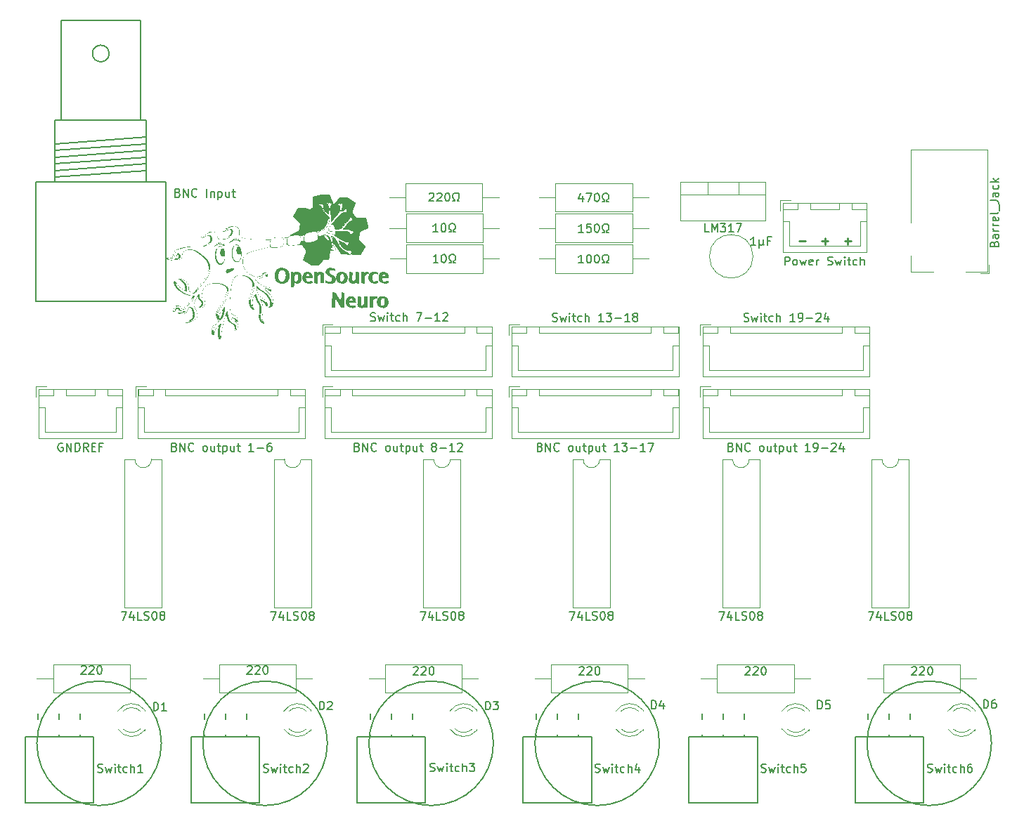
<source format=gbr>
%TF.GenerationSoftware,KiCad,Pcbnew,7.0.8*%
%TF.CreationDate,2024-02-11T23:31:44+01:00*%
%TF.ProjectId,BlankingRelay_Base,426c616e-6b69-46e6-9752-656c61795f42,rev?*%
%TF.SameCoordinates,Original*%
%TF.FileFunction,Legend,Top*%
%TF.FilePolarity,Positive*%
%FSLAX46Y46*%
G04 Gerber Fmt 4.6, Leading zero omitted, Abs format (unit mm)*
G04 Created by KiCad (PCBNEW 7.0.8) date 2024-02-11 23:31:44*
%MOMM*%
%LPD*%
G01*
G04 APERTURE LIST*
%ADD10C,0.250000*%
%ADD11C,0.200000*%
%ADD12C,0.150000*%
%ADD13C,0.120000*%
G04 APERTURE END LIST*
D10*
X144552568Y-57233666D02*
X145314473Y-57233666D01*
X147314473Y-57233666D02*
X148076378Y-57233666D01*
X147695425Y-57614619D02*
X147695425Y-56852714D01*
X150076378Y-57233666D02*
X150838283Y-57233666D01*
X150457330Y-57614619D02*
X150457330Y-56852714D01*
D11*
X167750000Y-117750000D02*
G75*
G03*
X167750000Y-117750000I-7500000J0D01*
G01*
X127750000Y-117750000D02*
G75*
G03*
X127750000Y-117750000I-7500000J0D01*
G01*
X107750000Y-117750000D02*
G75*
G03*
X107750000Y-117750000I-7500000J0D01*
G01*
X87750000Y-117750000D02*
G75*
G03*
X87750000Y-117750000I-7500000J0D01*
G01*
X67750000Y-117750000D02*
G75*
G03*
X67750000Y-117750000I-7500000J0D01*
G01*
D12*
X55857142Y-81602438D02*
X55761904Y-81554819D01*
X55761904Y-81554819D02*
X55619047Y-81554819D01*
X55619047Y-81554819D02*
X55476190Y-81602438D01*
X55476190Y-81602438D02*
X55380952Y-81697676D01*
X55380952Y-81697676D02*
X55333333Y-81792914D01*
X55333333Y-81792914D02*
X55285714Y-81983390D01*
X55285714Y-81983390D02*
X55285714Y-82126247D01*
X55285714Y-82126247D02*
X55333333Y-82316723D01*
X55333333Y-82316723D02*
X55380952Y-82411961D01*
X55380952Y-82411961D02*
X55476190Y-82507200D01*
X55476190Y-82507200D02*
X55619047Y-82554819D01*
X55619047Y-82554819D02*
X55714285Y-82554819D01*
X55714285Y-82554819D02*
X55857142Y-82507200D01*
X55857142Y-82507200D02*
X55904761Y-82459580D01*
X55904761Y-82459580D02*
X55904761Y-82126247D01*
X55904761Y-82126247D02*
X55714285Y-82126247D01*
X56333333Y-82554819D02*
X56333333Y-81554819D01*
X56333333Y-81554819D02*
X56904761Y-82554819D01*
X56904761Y-82554819D02*
X56904761Y-81554819D01*
X57380952Y-82554819D02*
X57380952Y-81554819D01*
X57380952Y-81554819D02*
X57619047Y-81554819D01*
X57619047Y-81554819D02*
X57761904Y-81602438D01*
X57761904Y-81602438D02*
X57857142Y-81697676D01*
X57857142Y-81697676D02*
X57904761Y-81792914D01*
X57904761Y-81792914D02*
X57952380Y-81983390D01*
X57952380Y-81983390D02*
X57952380Y-82126247D01*
X57952380Y-82126247D02*
X57904761Y-82316723D01*
X57904761Y-82316723D02*
X57857142Y-82411961D01*
X57857142Y-82411961D02*
X57761904Y-82507200D01*
X57761904Y-82507200D02*
X57619047Y-82554819D01*
X57619047Y-82554819D02*
X57380952Y-82554819D01*
X58952380Y-82554819D02*
X58619047Y-82078628D01*
X58380952Y-82554819D02*
X58380952Y-81554819D01*
X58380952Y-81554819D02*
X58761904Y-81554819D01*
X58761904Y-81554819D02*
X58857142Y-81602438D01*
X58857142Y-81602438D02*
X58904761Y-81650057D01*
X58904761Y-81650057D02*
X58952380Y-81745295D01*
X58952380Y-81745295D02*
X58952380Y-81888152D01*
X58952380Y-81888152D02*
X58904761Y-81983390D01*
X58904761Y-81983390D02*
X58857142Y-82031009D01*
X58857142Y-82031009D02*
X58761904Y-82078628D01*
X58761904Y-82078628D02*
X58380952Y-82078628D01*
X59380952Y-82031009D02*
X59714285Y-82031009D01*
X59857142Y-82554819D02*
X59380952Y-82554819D01*
X59380952Y-82554819D02*
X59380952Y-81554819D01*
X59380952Y-81554819D02*
X59857142Y-81554819D01*
X60619047Y-82031009D02*
X60285714Y-82031009D01*
X60285714Y-82554819D02*
X60285714Y-81554819D01*
X60285714Y-81554819D02*
X60761904Y-81554819D01*
X113380951Y-82031009D02*
X113523808Y-82078628D01*
X113523808Y-82078628D02*
X113571427Y-82126247D01*
X113571427Y-82126247D02*
X113619046Y-82221485D01*
X113619046Y-82221485D02*
X113619046Y-82364342D01*
X113619046Y-82364342D02*
X113571427Y-82459580D01*
X113571427Y-82459580D02*
X113523808Y-82507200D01*
X113523808Y-82507200D02*
X113428570Y-82554819D01*
X113428570Y-82554819D02*
X113047618Y-82554819D01*
X113047618Y-82554819D02*
X113047618Y-81554819D01*
X113047618Y-81554819D02*
X113380951Y-81554819D01*
X113380951Y-81554819D02*
X113476189Y-81602438D01*
X113476189Y-81602438D02*
X113523808Y-81650057D01*
X113523808Y-81650057D02*
X113571427Y-81745295D01*
X113571427Y-81745295D02*
X113571427Y-81840533D01*
X113571427Y-81840533D02*
X113523808Y-81935771D01*
X113523808Y-81935771D02*
X113476189Y-81983390D01*
X113476189Y-81983390D02*
X113380951Y-82031009D01*
X113380951Y-82031009D02*
X113047618Y-82031009D01*
X114047618Y-82554819D02*
X114047618Y-81554819D01*
X114047618Y-81554819D02*
X114619046Y-82554819D01*
X114619046Y-82554819D02*
X114619046Y-81554819D01*
X115666665Y-82459580D02*
X115619046Y-82507200D01*
X115619046Y-82507200D02*
X115476189Y-82554819D01*
X115476189Y-82554819D02*
X115380951Y-82554819D01*
X115380951Y-82554819D02*
X115238094Y-82507200D01*
X115238094Y-82507200D02*
X115142856Y-82411961D01*
X115142856Y-82411961D02*
X115095237Y-82316723D01*
X115095237Y-82316723D02*
X115047618Y-82126247D01*
X115047618Y-82126247D02*
X115047618Y-81983390D01*
X115047618Y-81983390D02*
X115095237Y-81792914D01*
X115095237Y-81792914D02*
X115142856Y-81697676D01*
X115142856Y-81697676D02*
X115238094Y-81602438D01*
X115238094Y-81602438D02*
X115380951Y-81554819D01*
X115380951Y-81554819D02*
X115476189Y-81554819D01*
X115476189Y-81554819D02*
X115619046Y-81602438D01*
X115619046Y-81602438D02*
X115666665Y-81650057D01*
X116999999Y-82554819D02*
X116904761Y-82507200D01*
X116904761Y-82507200D02*
X116857142Y-82459580D01*
X116857142Y-82459580D02*
X116809523Y-82364342D01*
X116809523Y-82364342D02*
X116809523Y-82078628D01*
X116809523Y-82078628D02*
X116857142Y-81983390D01*
X116857142Y-81983390D02*
X116904761Y-81935771D01*
X116904761Y-81935771D02*
X116999999Y-81888152D01*
X116999999Y-81888152D02*
X117142856Y-81888152D01*
X117142856Y-81888152D02*
X117238094Y-81935771D01*
X117238094Y-81935771D02*
X117285713Y-81983390D01*
X117285713Y-81983390D02*
X117333332Y-82078628D01*
X117333332Y-82078628D02*
X117333332Y-82364342D01*
X117333332Y-82364342D02*
X117285713Y-82459580D01*
X117285713Y-82459580D02*
X117238094Y-82507200D01*
X117238094Y-82507200D02*
X117142856Y-82554819D01*
X117142856Y-82554819D02*
X116999999Y-82554819D01*
X118190475Y-81888152D02*
X118190475Y-82554819D01*
X117761904Y-81888152D02*
X117761904Y-82411961D01*
X117761904Y-82411961D02*
X117809523Y-82507200D01*
X117809523Y-82507200D02*
X117904761Y-82554819D01*
X117904761Y-82554819D02*
X118047618Y-82554819D01*
X118047618Y-82554819D02*
X118142856Y-82507200D01*
X118142856Y-82507200D02*
X118190475Y-82459580D01*
X118523809Y-81888152D02*
X118904761Y-81888152D01*
X118666666Y-81554819D02*
X118666666Y-82411961D01*
X118666666Y-82411961D02*
X118714285Y-82507200D01*
X118714285Y-82507200D02*
X118809523Y-82554819D01*
X118809523Y-82554819D02*
X118904761Y-82554819D01*
X119238095Y-81888152D02*
X119238095Y-82888152D01*
X119238095Y-81935771D02*
X119333333Y-81888152D01*
X119333333Y-81888152D02*
X119523809Y-81888152D01*
X119523809Y-81888152D02*
X119619047Y-81935771D01*
X119619047Y-81935771D02*
X119666666Y-81983390D01*
X119666666Y-81983390D02*
X119714285Y-82078628D01*
X119714285Y-82078628D02*
X119714285Y-82364342D01*
X119714285Y-82364342D02*
X119666666Y-82459580D01*
X119666666Y-82459580D02*
X119619047Y-82507200D01*
X119619047Y-82507200D02*
X119523809Y-82554819D01*
X119523809Y-82554819D02*
X119333333Y-82554819D01*
X119333333Y-82554819D02*
X119238095Y-82507200D01*
X120571428Y-81888152D02*
X120571428Y-82554819D01*
X120142857Y-81888152D02*
X120142857Y-82411961D01*
X120142857Y-82411961D02*
X120190476Y-82507200D01*
X120190476Y-82507200D02*
X120285714Y-82554819D01*
X120285714Y-82554819D02*
X120428571Y-82554819D01*
X120428571Y-82554819D02*
X120523809Y-82507200D01*
X120523809Y-82507200D02*
X120571428Y-82459580D01*
X120904762Y-81888152D02*
X121285714Y-81888152D01*
X121047619Y-81554819D02*
X121047619Y-82411961D01*
X121047619Y-82411961D02*
X121095238Y-82507200D01*
X121095238Y-82507200D02*
X121190476Y-82554819D01*
X121190476Y-82554819D02*
X121285714Y-82554819D01*
X122904762Y-82554819D02*
X122333334Y-82554819D01*
X122619048Y-82554819D02*
X122619048Y-81554819D01*
X122619048Y-81554819D02*
X122523810Y-81697676D01*
X122523810Y-81697676D02*
X122428572Y-81792914D01*
X122428572Y-81792914D02*
X122333334Y-81840533D01*
X123238096Y-81554819D02*
X123857143Y-81554819D01*
X123857143Y-81554819D02*
X123523810Y-81935771D01*
X123523810Y-81935771D02*
X123666667Y-81935771D01*
X123666667Y-81935771D02*
X123761905Y-81983390D01*
X123761905Y-81983390D02*
X123809524Y-82031009D01*
X123809524Y-82031009D02*
X123857143Y-82126247D01*
X123857143Y-82126247D02*
X123857143Y-82364342D01*
X123857143Y-82364342D02*
X123809524Y-82459580D01*
X123809524Y-82459580D02*
X123761905Y-82507200D01*
X123761905Y-82507200D02*
X123666667Y-82554819D01*
X123666667Y-82554819D02*
X123380953Y-82554819D01*
X123380953Y-82554819D02*
X123285715Y-82507200D01*
X123285715Y-82507200D02*
X123238096Y-82459580D01*
X124285715Y-82173866D02*
X125047620Y-82173866D01*
X126047619Y-82554819D02*
X125476191Y-82554819D01*
X125761905Y-82554819D02*
X125761905Y-81554819D01*
X125761905Y-81554819D02*
X125666667Y-81697676D01*
X125666667Y-81697676D02*
X125571429Y-81792914D01*
X125571429Y-81792914D02*
X125476191Y-81840533D01*
X126380953Y-81554819D02*
X127047619Y-81554819D01*
X127047619Y-81554819D02*
X126619048Y-82554819D01*
X69333332Y-82031009D02*
X69476189Y-82078628D01*
X69476189Y-82078628D02*
X69523808Y-82126247D01*
X69523808Y-82126247D02*
X69571427Y-82221485D01*
X69571427Y-82221485D02*
X69571427Y-82364342D01*
X69571427Y-82364342D02*
X69523808Y-82459580D01*
X69523808Y-82459580D02*
X69476189Y-82507200D01*
X69476189Y-82507200D02*
X69380951Y-82554819D01*
X69380951Y-82554819D02*
X68999999Y-82554819D01*
X68999999Y-82554819D02*
X68999999Y-81554819D01*
X68999999Y-81554819D02*
X69333332Y-81554819D01*
X69333332Y-81554819D02*
X69428570Y-81602438D01*
X69428570Y-81602438D02*
X69476189Y-81650057D01*
X69476189Y-81650057D02*
X69523808Y-81745295D01*
X69523808Y-81745295D02*
X69523808Y-81840533D01*
X69523808Y-81840533D02*
X69476189Y-81935771D01*
X69476189Y-81935771D02*
X69428570Y-81983390D01*
X69428570Y-81983390D02*
X69333332Y-82031009D01*
X69333332Y-82031009D02*
X68999999Y-82031009D01*
X69999999Y-82554819D02*
X69999999Y-81554819D01*
X69999999Y-81554819D02*
X70571427Y-82554819D01*
X70571427Y-82554819D02*
X70571427Y-81554819D01*
X71619046Y-82459580D02*
X71571427Y-82507200D01*
X71571427Y-82507200D02*
X71428570Y-82554819D01*
X71428570Y-82554819D02*
X71333332Y-82554819D01*
X71333332Y-82554819D02*
X71190475Y-82507200D01*
X71190475Y-82507200D02*
X71095237Y-82411961D01*
X71095237Y-82411961D02*
X71047618Y-82316723D01*
X71047618Y-82316723D02*
X70999999Y-82126247D01*
X70999999Y-82126247D02*
X70999999Y-81983390D01*
X70999999Y-81983390D02*
X71047618Y-81792914D01*
X71047618Y-81792914D02*
X71095237Y-81697676D01*
X71095237Y-81697676D02*
X71190475Y-81602438D01*
X71190475Y-81602438D02*
X71333332Y-81554819D01*
X71333332Y-81554819D02*
X71428570Y-81554819D01*
X71428570Y-81554819D02*
X71571427Y-81602438D01*
X71571427Y-81602438D02*
X71619046Y-81650057D01*
X72952380Y-82554819D02*
X72857142Y-82507200D01*
X72857142Y-82507200D02*
X72809523Y-82459580D01*
X72809523Y-82459580D02*
X72761904Y-82364342D01*
X72761904Y-82364342D02*
X72761904Y-82078628D01*
X72761904Y-82078628D02*
X72809523Y-81983390D01*
X72809523Y-81983390D02*
X72857142Y-81935771D01*
X72857142Y-81935771D02*
X72952380Y-81888152D01*
X72952380Y-81888152D02*
X73095237Y-81888152D01*
X73095237Y-81888152D02*
X73190475Y-81935771D01*
X73190475Y-81935771D02*
X73238094Y-81983390D01*
X73238094Y-81983390D02*
X73285713Y-82078628D01*
X73285713Y-82078628D02*
X73285713Y-82364342D01*
X73285713Y-82364342D02*
X73238094Y-82459580D01*
X73238094Y-82459580D02*
X73190475Y-82507200D01*
X73190475Y-82507200D02*
X73095237Y-82554819D01*
X73095237Y-82554819D02*
X72952380Y-82554819D01*
X74142856Y-81888152D02*
X74142856Y-82554819D01*
X73714285Y-81888152D02*
X73714285Y-82411961D01*
X73714285Y-82411961D02*
X73761904Y-82507200D01*
X73761904Y-82507200D02*
X73857142Y-82554819D01*
X73857142Y-82554819D02*
X73999999Y-82554819D01*
X73999999Y-82554819D02*
X74095237Y-82507200D01*
X74095237Y-82507200D02*
X74142856Y-82459580D01*
X74476190Y-81888152D02*
X74857142Y-81888152D01*
X74619047Y-81554819D02*
X74619047Y-82411961D01*
X74619047Y-82411961D02*
X74666666Y-82507200D01*
X74666666Y-82507200D02*
X74761904Y-82554819D01*
X74761904Y-82554819D02*
X74857142Y-82554819D01*
X75190476Y-81888152D02*
X75190476Y-82888152D01*
X75190476Y-81935771D02*
X75285714Y-81888152D01*
X75285714Y-81888152D02*
X75476190Y-81888152D01*
X75476190Y-81888152D02*
X75571428Y-81935771D01*
X75571428Y-81935771D02*
X75619047Y-81983390D01*
X75619047Y-81983390D02*
X75666666Y-82078628D01*
X75666666Y-82078628D02*
X75666666Y-82364342D01*
X75666666Y-82364342D02*
X75619047Y-82459580D01*
X75619047Y-82459580D02*
X75571428Y-82507200D01*
X75571428Y-82507200D02*
X75476190Y-82554819D01*
X75476190Y-82554819D02*
X75285714Y-82554819D01*
X75285714Y-82554819D02*
X75190476Y-82507200D01*
X76523809Y-81888152D02*
X76523809Y-82554819D01*
X76095238Y-81888152D02*
X76095238Y-82411961D01*
X76095238Y-82411961D02*
X76142857Y-82507200D01*
X76142857Y-82507200D02*
X76238095Y-82554819D01*
X76238095Y-82554819D02*
X76380952Y-82554819D01*
X76380952Y-82554819D02*
X76476190Y-82507200D01*
X76476190Y-82507200D02*
X76523809Y-82459580D01*
X76857143Y-81888152D02*
X77238095Y-81888152D01*
X77000000Y-81554819D02*
X77000000Y-82411961D01*
X77000000Y-82411961D02*
X77047619Y-82507200D01*
X77047619Y-82507200D02*
X77142857Y-82554819D01*
X77142857Y-82554819D02*
X77238095Y-82554819D01*
X78857143Y-82554819D02*
X78285715Y-82554819D01*
X78571429Y-82554819D02*
X78571429Y-81554819D01*
X78571429Y-81554819D02*
X78476191Y-81697676D01*
X78476191Y-81697676D02*
X78380953Y-81792914D01*
X78380953Y-81792914D02*
X78285715Y-81840533D01*
X79285715Y-82173866D02*
X80047620Y-82173866D01*
X80952381Y-81554819D02*
X80761905Y-81554819D01*
X80761905Y-81554819D02*
X80666667Y-81602438D01*
X80666667Y-81602438D02*
X80619048Y-81650057D01*
X80619048Y-81650057D02*
X80523810Y-81792914D01*
X80523810Y-81792914D02*
X80476191Y-81983390D01*
X80476191Y-81983390D02*
X80476191Y-82364342D01*
X80476191Y-82364342D02*
X80523810Y-82459580D01*
X80523810Y-82459580D02*
X80571429Y-82507200D01*
X80571429Y-82507200D02*
X80666667Y-82554819D01*
X80666667Y-82554819D02*
X80857143Y-82554819D01*
X80857143Y-82554819D02*
X80952381Y-82507200D01*
X80952381Y-82507200D02*
X81000000Y-82459580D01*
X81000000Y-82459580D02*
X81047619Y-82364342D01*
X81047619Y-82364342D02*
X81047619Y-82126247D01*
X81047619Y-82126247D02*
X81000000Y-82031009D01*
X81000000Y-82031009D02*
X80952381Y-81983390D01*
X80952381Y-81983390D02*
X80857143Y-81935771D01*
X80857143Y-81935771D02*
X80666667Y-81935771D01*
X80666667Y-81935771D02*
X80571429Y-81983390D01*
X80571429Y-81983390D02*
X80523810Y-82031009D01*
X80523810Y-82031009D02*
X80476191Y-82126247D01*
X168081009Y-57538096D02*
X168128628Y-57395239D01*
X168128628Y-57395239D02*
X168176247Y-57347620D01*
X168176247Y-57347620D02*
X168271485Y-57300001D01*
X168271485Y-57300001D02*
X168414342Y-57300001D01*
X168414342Y-57300001D02*
X168509580Y-57347620D01*
X168509580Y-57347620D02*
X168557200Y-57395239D01*
X168557200Y-57395239D02*
X168604819Y-57490477D01*
X168604819Y-57490477D02*
X168604819Y-57871429D01*
X168604819Y-57871429D02*
X167604819Y-57871429D01*
X167604819Y-57871429D02*
X167604819Y-57538096D01*
X167604819Y-57538096D02*
X167652438Y-57442858D01*
X167652438Y-57442858D02*
X167700057Y-57395239D01*
X167700057Y-57395239D02*
X167795295Y-57347620D01*
X167795295Y-57347620D02*
X167890533Y-57347620D01*
X167890533Y-57347620D02*
X167985771Y-57395239D01*
X167985771Y-57395239D02*
X168033390Y-57442858D01*
X168033390Y-57442858D02*
X168081009Y-57538096D01*
X168081009Y-57538096D02*
X168081009Y-57871429D01*
X168604819Y-56442858D02*
X168081009Y-56442858D01*
X168081009Y-56442858D02*
X167985771Y-56490477D01*
X167985771Y-56490477D02*
X167938152Y-56585715D01*
X167938152Y-56585715D02*
X167938152Y-56776191D01*
X167938152Y-56776191D02*
X167985771Y-56871429D01*
X168557200Y-56442858D02*
X168604819Y-56538096D01*
X168604819Y-56538096D02*
X168604819Y-56776191D01*
X168604819Y-56776191D02*
X168557200Y-56871429D01*
X168557200Y-56871429D02*
X168461961Y-56919048D01*
X168461961Y-56919048D02*
X168366723Y-56919048D01*
X168366723Y-56919048D02*
X168271485Y-56871429D01*
X168271485Y-56871429D02*
X168223866Y-56776191D01*
X168223866Y-56776191D02*
X168223866Y-56538096D01*
X168223866Y-56538096D02*
X168176247Y-56442858D01*
X168604819Y-55966667D02*
X167938152Y-55966667D01*
X168128628Y-55966667D02*
X168033390Y-55919048D01*
X168033390Y-55919048D02*
X167985771Y-55871429D01*
X167985771Y-55871429D02*
X167938152Y-55776191D01*
X167938152Y-55776191D02*
X167938152Y-55680953D01*
X168604819Y-55347619D02*
X167938152Y-55347619D01*
X168128628Y-55347619D02*
X168033390Y-55300000D01*
X168033390Y-55300000D02*
X167985771Y-55252381D01*
X167985771Y-55252381D02*
X167938152Y-55157143D01*
X167938152Y-55157143D02*
X167938152Y-55061905D01*
X168557200Y-54347619D02*
X168604819Y-54442857D01*
X168604819Y-54442857D02*
X168604819Y-54633333D01*
X168604819Y-54633333D02*
X168557200Y-54728571D01*
X168557200Y-54728571D02*
X168461961Y-54776190D01*
X168461961Y-54776190D02*
X168081009Y-54776190D01*
X168081009Y-54776190D02*
X167985771Y-54728571D01*
X167985771Y-54728571D02*
X167938152Y-54633333D01*
X167938152Y-54633333D02*
X167938152Y-54442857D01*
X167938152Y-54442857D02*
X167985771Y-54347619D01*
X167985771Y-54347619D02*
X168081009Y-54300000D01*
X168081009Y-54300000D02*
X168176247Y-54300000D01*
X168176247Y-54300000D02*
X168271485Y-54776190D01*
X168604819Y-53728571D02*
X168557200Y-53823809D01*
X168557200Y-53823809D02*
X168461961Y-53871428D01*
X168461961Y-53871428D02*
X167604819Y-53871428D01*
X168700057Y-53585714D02*
X168700057Y-52823809D01*
X167604819Y-52299999D02*
X168319104Y-52299999D01*
X168319104Y-52299999D02*
X168461961Y-52347618D01*
X168461961Y-52347618D02*
X168557200Y-52442856D01*
X168557200Y-52442856D02*
X168604819Y-52585713D01*
X168604819Y-52585713D02*
X168604819Y-52680951D01*
X168604819Y-51395237D02*
X168081009Y-51395237D01*
X168081009Y-51395237D02*
X167985771Y-51442856D01*
X167985771Y-51442856D02*
X167938152Y-51538094D01*
X167938152Y-51538094D02*
X167938152Y-51728570D01*
X167938152Y-51728570D02*
X167985771Y-51823808D01*
X168557200Y-51395237D02*
X168604819Y-51490475D01*
X168604819Y-51490475D02*
X168604819Y-51728570D01*
X168604819Y-51728570D02*
X168557200Y-51823808D01*
X168557200Y-51823808D02*
X168461961Y-51871427D01*
X168461961Y-51871427D02*
X168366723Y-51871427D01*
X168366723Y-51871427D02*
X168271485Y-51823808D01*
X168271485Y-51823808D02*
X168223866Y-51728570D01*
X168223866Y-51728570D02*
X168223866Y-51490475D01*
X168223866Y-51490475D02*
X168176247Y-51395237D01*
X168557200Y-50490475D02*
X168604819Y-50585713D01*
X168604819Y-50585713D02*
X168604819Y-50776189D01*
X168604819Y-50776189D02*
X168557200Y-50871427D01*
X168557200Y-50871427D02*
X168509580Y-50919046D01*
X168509580Y-50919046D02*
X168414342Y-50966665D01*
X168414342Y-50966665D02*
X168128628Y-50966665D01*
X168128628Y-50966665D02*
X168033390Y-50919046D01*
X168033390Y-50919046D02*
X167985771Y-50871427D01*
X167985771Y-50871427D02*
X167938152Y-50776189D01*
X167938152Y-50776189D02*
X167938152Y-50585713D01*
X167938152Y-50585713D02*
X167985771Y-50490475D01*
X168604819Y-50061903D02*
X167604819Y-50061903D01*
X168223866Y-49966665D02*
X168604819Y-49680951D01*
X167938152Y-49680951D02*
X168319104Y-50061903D01*
X152917143Y-101874819D02*
X153583809Y-101874819D01*
X153583809Y-101874819D02*
X153155238Y-102874819D01*
X154393333Y-102208152D02*
X154393333Y-102874819D01*
X154155238Y-101827200D02*
X153917143Y-102541485D01*
X153917143Y-102541485D02*
X154536190Y-102541485D01*
X155393333Y-102874819D02*
X154917143Y-102874819D01*
X154917143Y-102874819D02*
X154917143Y-101874819D01*
X155679048Y-102827200D02*
X155821905Y-102874819D01*
X155821905Y-102874819D02*
X156060000Y-102874819D01*
X156060000Y-102874819D02*
X156155238Y-102827200D01*
X156155238Y-102827200D02*
X156202857Y-102779580D01*
X156202857Y-102779580D02*
X156250476Y-102684342D01*
X156250476Y-102684342D02*
X156250476Y-102589104D01*
X156250476Y-102589104D02*
X156202857Y-102493866D01*
X156202857Y-102493866D02*
X156155238Y-102446247D01*
X156155238Y-102446247D02*
X156060000Y-102398628D01*
X156060000Y-102398628D02*
X155869524Y-102351009D01*
X155869524Y-102351009D02*
X155774286Y-102303390D01*
X155774286Y-102303390D02*
X155726667Y-102255771D01*
X155726667Y-102255771D02*
X155679048Y-102160533D01*
X155679048Y-102160533D02*
X155679048Y-102065295D01*
X155679048Y-102065295D02*
X155726667Y-101970057D01*
X155726667Y-101970057D02*
X155774286Y-101922438D01*
X155774286Y-101922438D02*
X155869524Y-101874819D01*
X155869524Y-101874819D02*
X156107619Y-101874819D01*
X156107619Y-101874819D02*
X156250476Y-101922438D01*
X156869524Y-101874819D02*
X156964762Y-101874819D01*
X156964762Y-101874819D02*
X157060000Y-101922438D01*
X157060000Y-101922438D02*
X157107619Y-101970057D01*
X157107619Y-101970057D02*
X157155238Y-102065295D01*
X157155238Y-102065295D02*
X157202857Y-102255771D01*
X157202857Y-102255771D02*
X157202857Y-102493866D01*
X157202857Y-102493866D02*
X157155238Y-102684342D01*
X157155238Y-102684342D02*
X157107619Y-102779580D01*
X157107619Y-102779580D02*
X157060000Y-102827200D01*
X157060000Y-102827200D02*
X156964762Y-102874819D01*
X156964762Y-102874819D02*
X156869524Y-102874819D01*
X156869524Y-102874819D02*
X156774286Y-102827200D01*
X156774286Y-102827200D02*
X156726667Y-102779580D01*
X156726667Y-102779580D02*
X156679048Y-102684342D01*
X156679048Y-102684342D02*
X156631429Y-102493866D01*
X156631429Y-102493866D02*
X156631429Y-102255771D01*
X156631429Y-102255771D02*
X156679048Y-102065295D01*
X156679048Y-102065295D02*
X156726667Y-101970057D01*
X156726667Y-101970057D02*
X156774286Y-101922438D01*
X156774286Y-101922438D02*
X156869524Y-101874819D01*
X157774286Y-102303390D02*
X157679048Y-102255771D01*
X157679048Y-102255771D02*
X157631429Y-102208152D01*
X157631429Y-102208152D02*
X157583810Y-102112914D01*
X157583810Y-102112914D02*
X157583810Y-102065295D01*
X157583810Y-102065295D02*
X157631429Y-101970057D01*
X157631429Y-101970057D02*
X157679048Y-101922438D01*
X157679048Y-101922438D02*
X157774286Y-101874819D01*
X157774286Y-101874819D02*
X157964762Y-101874819D01*
X157964762Y-101874819D02*
X158060000Y-101922438D01*
X158060000Y-101922438D02*
X158107619Y-101970057D01*
X158107619Y-101970057D02*
X158155238Y-102065295D01*
X158155238Y-102065295D02*
X158155238Y-102112914D01*
X158155238Y-102112914D02*
X158107619Y-102208152D01*
X158107619Y-102208152D02*
X158060000Y-102255771D01*
X158060000Y-102255771D02*
X157964762Y-102303390D01*
X157964762Y-102303390D02*
X157774286Y-102303390D01*
X157774286Y-102303390D02*
X157679048Y-102351009D01*
X157679048Y-102351009D02*
X157631429Y-102398628D01*
X157631429Y-102398628D02*
X157583810Y-102493866D01*
X157583810Y-102493866D02*
X157583810Y-102684342D01*
X157583810Y-102684342D02*
X157631429Y-102779580D01*
X157631429Y-102779580D02*
X157679048Y-102827200D01*
X157679048Y-102827200D02*
X157774286Y-102874819D01*
X157774286Y-102874819D02*
X157964762Y-102874819D01*
X157964762Y-102874819D02*
X158060000Y-102827200D01*
X158060000Y-102827200D02*
X158107619Y-102779580D01*
X158107619Y-102779580D02*
X158155238Y-102684342D01*
X158155238Y-102684342D02*
X158155238Y-102493866D01*
X158155238Y-102493866D02*
X158107619Y-102398628D01*
X158107619Y-102398628D02*
X158060000Y-102351009D01*
X158060000Y-102351009D02*
X157964762Y-102303390D01*
X116917143Y-101874819D02*
X117583809Y-101874819D01*
X117583809Y-101874819D02*
X117155238Y-102874819D01*
X118393333Y-102208152D02*
X118393333Y-102874819D01*
X118155238Y-101827200D02*
X117917143Y-102541485D01*
X117917143Y-102541485D02*
X118536190Y-102541485D01*
X119393333Y-102874819D02*
X118917143Y-102874819D01*
X118917143Y-102874819D02*
X118917143Y-101874819D01*
X119679048Y-102827200D02*
X119821905Y-102874819D01*
X119821905Y-102874819D02*
X120060000Y-102874819D01*
X120060000Y-102874819D02*
X120155238Y-102827200D01*
X120155238Y-102827200D02*
X120202857Y-102779580D01*
X120202857Y-102779580D02*
X120250476Y-102684342D01*
X120250476Y-102684342D02*
X120250476Y-102589104D01*
X120250476Y-102589104D02*
X120202857Y-102493866D01*
X120202857Y-102493866D02*
X120155238Y-102446247D01*
X120155238Y-102446247D02*
X120060000Y-102398628D01*
X120060000Y-102398628D02*
X119869524Y-102351009D01*
X119869524Y-102351009D02*
X119774286Y-102303390D01*
X119774286Y-102303390D02*
X119726667Y-102255771D01*
X119726667Y-102255771D02*
X119679048Y-102160533D01*
X119679048Y-102160533D02*
X119679048Y-102065295D01*
X119679048Y-102065295D02*
X119726667Y-101970057D01*
X119726667Y-101970057D02*
X119774286Y-101922438D01*
X119774286Y-101922438D02*
X119869524Y-101874819D01*
X119869524Y-101874819D02*
X120107619Y-101874819D01*
X120107619Y-101874819D02*
X120250476Y-101922438D01*
X120869524Y-101874819D02*
X120964762Y-101874819D01*
X120964762Y-101874819D02*
X121060000Y-101922438D01*
X121060000Y-101922438D02*
X121107619Y-101970057D01*
X121107619Y-101970057D02*
X121155238Y-102065295D01*
X121155238Y-102065295D02*
X121202857Y-102255771D01*
X121202857Y-102255771D02*
X121202857Y-102493866D01*
X121202857Y-102493866D02*
X121155238Y-102684342D01*
X121155238Y-102684342D02*
X121107619Y-102779580D01*
X121107619Y-102779580D02*
X121060000Y-102827200D01*
X121060000Y-102827200D02*
X120964762Y-102874819D01*
X120964762Y-102874819D02*
X120869524Y-102874819D01*
X120869524Y-102874819D02*
X120774286Y-102827200D01*
X120774286Y-102827200D02*
X120726667Y-102779580D01*
X120726667Y-102779580D02*
X120679048Y-102684342D01*
X120679048Y-102684342D02*
X120631429Y-102493866D01*
X120631429Y-102493866D02*
X120631429Y-102255771D01*
X120631429Y-102255771D02*
X120679048Y-102065295D01*
X120679048Y-102065295D02*
X120726667Y-101970057D01*
X120726667Y-101970057D02*
X120774286Y-101922438D01*
X120774286Y-101922438D02*
X120869524Y-101874819D01*
X121774286Y-102303390D02*
X121679048Y-102255771D01*
X121679048Y-102255771D02*
X121631429Y-102208152D01*
X121631429Y-102208152D02*
X121583810Y-102112914D01*
X121583810Y-102112914D02*
X121583810Y-102065295D01*
X121583810Y-102065295D02*
X121631429Y-101970057D01*
X121631429Y-101970057D02*
X121679048Y-101922438D01*
X121679048Y-101922438D02*
X121774286Y-101874819D01*
X121774286Y-101874819D02*
X121964762Y-101874819D01*
X121964762Y-101874819D02*
X122060000Y-101922438D01*
X122060000Y-101922438D02*
X122107619Y-101970057D01*
X122107619Y-101970057D02*
X122155238Y-102065295D01*
X122155238Y-102065295D02*
X122155238Y-102112914D01*
X122155238Y-102112914D02*
X122107619Y-102208152D01*
X122107619Y-102208152D02*
X122060000Y-102255771D01*
X122060000Y-102255771D02*
X121964762Y-102303390D01*
X121964762Y-102303390D02*
X121774286Y-102303390D01*
X121774286Y-102303390D02*
X121679048Y-102351009D01*
X121679048Y-102351009D02*
X121631429Y-102398628D01*
X121631429Y-102398628D02*
X121583810Y-102493866D01*
X121583810Y-102493866D02*
X121583810Y-102684342D01*
X121583810Y-102684342D02*
X121631429Y-102779580D01*
X121631429Y-102779580D02*
X121679048Y-102827200D01*
X121679048Y-102827200D02*
X121774286Y-102874819D01*
X121774286Y-102874819D02*
X121964762Y-102874819D01*
X121964762Y-102874819D02*
X122060000Y-102827200D01*
X122060000Y-102827200D02*
X122107619Y-102779580D01*
X122107619Y-102779580D02*
X122155238Y-102684342D01*
X122155238Y-102684342D02*
X122155238Y-102493866D01*
X122155238Y-102493866D02*
X122107619Y-102398628D01*
X122107619Y-102398628D02*
X122060000Y-102351009D01*
X122060000Y-102351009D02*
X121964762Y-102303390D01*
X91357142Y-82031009D02*
X91499999Y-82078628D01*
X91499999Y-82078628D02*
X91547618Y-82126247D01*
X91547618Y-82126247D02*
X91595237Y-82221485D01*
X91595237Y-82221485D02*
X91595237Y-82364342D01*
X91595237Y-82364342D02*
X91547618Y-82459580D01*
X91547618Y-82459580D02*
X91499999Y-82507200D01*
X91499999Y-82507200D02*
X91404761Y-82554819D01*
X91404761Y-82554819D02*
X91023809Y-82554819D01*
X91023809Y-82554819D02*
X91023809Y-81554819D01*
X91023809Y-81554819D02*
X91357142Y-81554819D01*
X91357142Y-81554819D02*
X91452380Y-81602438D01*
X91452380Y-81602438D02*
X91499999Y-81650057D01*
X91499999Y-81650057D02*
X91547618Y-81745295D01*
X91547618Y-81745295D02*
X91547618Y-81840533D01*
X91547618Y-81840533D02*
X91499999Y-81935771D01*
X91499999Y-81935771D02*
X91452380Y-81983390D01*
X91452380Y-81983390D02*
X91357142Y-82031009D01*
X91357142Y-82031009D02*
X91023809Y-82031009D01*
X92023809Y-82554819D02*
X92023809Y-81554819D01*
X92023809Y-81554819D02*
X92595237Y-82554819D01*
X92595237Y-82554819D02*
X92595237Y-81554819D01*
X93642856Y-82459580D02*
X93595237Y-82507200D01*
X93595237Y-82507200D02*
X93452380Y-82554819D01*
X93452380Y-82554819D02*
X93357142Y-82554819D01*
X93357142Y-82554819D02*
X93214285Y-82507200D01*
X93214285Y-82507200D02*
X93119047Y-82411961D01*
X93119047Y-82411961D02*
X93071428Y-82316723D01*
X93071428Y-82316723D02*
X93023809Y-82126247D01*
X93023809Y-82126247D02*
X93023809Y-81983390D01*
X93023809Y-81983390D02*
X93071428Y-81792914D01*
X93071428Y-81792914D02*
X93119047Y-81697676D01*
X93119047Y-81697676D02*
X93214285Y-81602438D01*
X93214285Y-81602438D02*
X93357142Y-81554819D01*
X93357142Y-81554819D02*
X93452380Y-81554819D01*
X93452380Y-81554819D02*
X93595237Y-81602438D01*
X93595237Y-81602438D02*
X93642856Y-81650057D01*
X94976190Y-82554819D02*
X94880952Y-82507200D01*
X94880952Y-82507200D02*
X94833333Y-82459580D01*
X94833333Y-82459580D02*
X94785714Y-82364342D01*
X94785714Y-82364342D02*
X94785714Y-82078628D01*
X94785714Y-82078628D02*
X94833333Y-81983390D01*
X94833333Y-81983390D02*
X94880952Y-81935771D01*
X94880952Y-81935771D02*
X94976190Y-81888152D01*
X94976190Y-81888152D02*
X95119047Y-81888152D01*
X95119047Y-81888152D02*
X95214285Y-81935771D01*
X95214285Y-81935771D02*
X95261904Y-81983390D01*
X95261904Y-81983390D02*
X95309523Y-82078628D01*
X95309523Y-82078628D02*
X95309523Y-82364342D01*
X95309523Y-82364342D02*
X95261904Y-82459580D01*
X95261904Y-82459580D02*
X95214285Y-82507200D01*
X95214285Y-82507200D02*
X95119047Y-82554819D01*
X95119047Y-82554819D02*
X94976190Y-82554819D01*
X96166666Y-81888152D02*
X96166666Y-82554819D01*
X95738095Y-81888152D02*
X95738095Y-82411961D01*
X95738095Y-82411961D02*
X95785714Y-82507200D01*
X95785714Y-82507200D02*
X95880952Y-82554819D01*
X95880952Y-82554819D02*
X96023809Y-82554819D01*
X96023809Y-82554819D02*
X96119047Y-82507200D01*
X96119047Y-82507200D02*
X96166666Y-82459580D01*
X96500000Y-81888152D02*
X96880952Y-81888152D01*
X96642857Y-81554819D02*
X96642857Y-82411961D01*
X96642857Y-82411961D02*
X96690476Y-82507200D01*
X96690476Y-82507200D02*
X96785714Y-82554819D01*
X96785714Y-82554819D02*
X96880952Y-82554819D01*
X97214286Y-81888152D02*
X97214286Y-82888152D01*
X97214286Y-81935771D02*
X97309524Y-81888152D01*
X97309524Y-81888152D02*
X97500000Y-81888152D01*
X97500000Y-81888152D02*
X97595238Y-81935771D01*
X97595238Y-81935771D02*
X97642857Y-81983390D01*
X97642857Y-81983390D02*
X97690476Y-82078628D01*
X97690476Y-82078628D02*
X97690476Y-82364342D01*
X97690476Y-82364342D02*
X97642857Y-82459580D01*
X97642857Y-82459580D02*
X97595238Y-82507200D01*
X97595238Y-82507200D02*
X97500000Y-82554819D01*
X97500000Y-82554819D02*
X97309524Y-82554819D01*
X97309524Y-82554819D02*
X97214286Y-82507200D01*
X98547619Y-81888152D02*
X98547619Y-82554819D01*
X98119048Y-81888152D02*
X98119048Y-82411961D01*
X98119048Y-82411961D02*
X98166667Y-82507200D01*
X98166667Y-82507200D02*
X98261905Y-82554819D01*
X98261905Y-82554819D02*
X98404762Y-82554819D01*
X98404762Y-82554819D02*
X98500000Y-82507200D01*
X98500000Y-82507200D02*
X98547619Y-82459580D01*
X98880953Y-81888152D02*
X99261905Y-81888152D01*
X99023810Y-81554819D02*
X99023810Y-82411961D01*
X99023810Y-82411961D02*
X99071429Y-82507200D01*
X99071429Y-82507200D02*
X99166667Y-82554819D01*
X99166667Y-82554819D02*
X99261905Y-82554819D01*
X100500001Y-81983390D02*
X100404763Y-81935771D01*
X100404763Y-81935771D02*
X100357144Y-81888152D01*
X100357144Y-81888152D02*
X100309525Y-81792914D01*
X100309525Y-81792914D02*
X100309525Y-81745295D01*
X100309525Y-81745295D02*
X100357144Y-81650057D01*
X100357144Y-81650057D02*
X100404763Y-81602438D01*
X100404763Y-81602438D02*
X100500001Y-81554819D01*
X100500001Y-81554819D02*
X100690477Y-81554819D01*
X100690477Y-81554819D02*
X100785715Y-81602438D01*
X100785715Y-81602438D02*
X100833334Y-81650057D01*
X100833334Y-81650057D02*
X100880953Y-81745295D01*
X100880953Y-81745295D02*
X100880953Y-81792914D01*
X100880953Y-81792914D02*
X100833334Y-81888152D01*
X100833334Y-81888152D02*
X100785715Y-81935771D01*
X100785715Y-81935771D02*
X100690477Y-81983390D01*
X100690477Y-81983390D02*
X100500001Y-81983390D01*
X100500001Y-81983390D02*
X100404763Y-82031009D01*
X100404763Y-82031009D02*
X100357144Y-82078628D01*
X100357144Y-82078628D02*
X100309525Y-82173866D01*
X100309525Y-82173866D02*
X100309525Y-82364342D01*
X100309525Y-82364342D02*
X100357144Y-82459580D01*
X100357144Y-82459580D02*
X100404763Y-82507200D01*
X100404763Y-82507200D02*
X100500001Y-82554819D01*
X100500001Y-82554819D02*
X100690477Y-82554819D01*
X100690477Y-82554819D02*
X100785715Y-82507200D01*
X100785715Y-82507200D02*
X100833334Y-82459580D01*
X100833334Y-82459580D02*
X100880953Y-82364342D01*
X100880953Y-82364342D02*
X100880953Y-82173866D01*
X100880953Y-82173866D02*
X100833334Y-82078628D01*
X100833334Y-82078628D02*
X100785715Y-82031009D01*
X100785715Y-82031009D02*
X100690477Y-81983390D01*
X101309525Y-82173866D02*
X102071430Y-82173866D01*
X103071429Y-82554819D02*
X102500001Y-82554819D01*
X102785715Y-82554819D02*
X102785715Y-81554819D01*
X102785715Y-81554819D02*
X102690477Y-81697676D01*
X102690477Y-81697676D02*
X102595239Y-81792914D01*
X102595239Y-81792914D02*
X102500001Y-81840533D01*
X103452382Y-81650057D02*
X103500001Y-81602438D01*
X103500001Y-81602438D02*
X103595239Y-81554819D01*
X103595239Y-81554819D02*
X103833334Y-81554819D01*
X103833334Y-81554819D02*
X103928572Y-81602438D01*
X103928572Y-81602438D02*
X103976191Y-81650057D01*
X103976191Y-81650057D02*
X104023810Y-81745295D01*
X104023810Y-81745295D02*
X104023810Y-81840533D01*
X104023810Y-81840533D02*
X103976191Y-81983390D01*
X103976191Y-81983390D02*
X103404763Y-82554819D01*
X103404763Y-82554819D02*
X104023810Y-82554819D01*
X114880952Y-66857200D02*
X115023809Y-66904819D01*
X115023809Y-66904819D02*
X115261904Y-66904819D01*
X115261904Y-66904819D02*
X115357142Y-66857200D01*
X115357142Y-66857200D02*
X115404761Y-66809580D01*
X115404761Y-66809580D02*
X115452380Y-66714342D01*
X115452380Y-66714342D02*
X115452380Y-66619104D01*
X115452380Y-66619104D02*
X115404761Y-66523866D01*
X115404761Y-66523866D02*
X115357142Y-66476247D01*
X115357142Y-66476247D02*
X115261904Y-66428628D01*
X115261904Y-66428628D02*
X115071428Y-66381009D01*
X115071428Y-66381009D02*
X114976190Y-66333390D01*
X114976190Y-66333390D02*
X114928571Y-66285771D01*
X114928571Y-66285771D02*
X114880952Y-66190533D01*
X114880952Y-66190533D02*
X114880952Y-66095295D01*
X114880952Y-66095295D02*
X114928571Y-66000057D01*
X114928571Y-66000057D02*
X114976190Y-65952438D01*
X114976190Y-65952438D02*
X115071428Y-65904819D01*
X115071428Y-65904819D02*
X115309523Y-65904819D01*
X115309523Y-65904819D02*
X115452380Y-65952438D01*
X115785714Y-66238152D02*
X115976190Y-66904819D01*
X115976190Y-66904819D02*
X116166666Y-66428628D01*
X116166666Y-66428628D02*
X116357142Y-66904819D01*
X116357142Y-66904819D02*
X116547618Y-66238152D01*
X116928571Y-66904819D02*
X116928571Y-66238152D01*
X116928571Y-65904819D02*
X116880952Y-65952438D01*
X116880952Y-65952438D02*
X116928571Y-66000057D01*
X116928571Y-66000057D02*
X116976190Y-65952438D01*
X116976190Y-65952438D02*
X116928571Y-65904819D01*
X116928571Y-65904819D02*
X116928571Y-66000057D01*
X117261904Y-66238152D02*
X117642856Y-66238152D01*
X117404761Y-65904819D02*
X117404761Y-66761961D01*
X117404761Y-66761961D02*
X117452380Y-66857200D01*
X117452380Y-66857200D02*
X117547618Y-66904819D01*
X117547618Y-66904819D02*
X117642856Y-66904819D01*
X118404761Y-66857200D02*
X118309523Y-66904819D01*
X118309523Y-66904819D02*
X118119047Y-66904819D01*
X118119047Y-66904819D02*
X118023809Y-66857200D01*
X118023809Y-66857200D02*
X117976190Y-66809580D01*
X117976190Y-66809580D02*
X117928571Y-66714342D01*
X117928571Y-66714342D02*
X117928571Y-66428628D01*
X117928571Y-66428628D02*
X117976190Y-66333390D01*
X117976190Y-66333390D02*
X118023809Y-66285771D01*
X118023809Y-66285771D02*
X118119047Y-66238152D01*
X118119047Y-66238152D02*
X118309523Y-66238152D01*
X118309523Y-66238152D02*
X118404761Y-66285771D01*
X118833333Y-66904819D02*
X118833333Y-65904819D01*
X119261904Y-66904819D02*
X119261904Y-66381009D01*
X119261904Y-66381009D02*
X119214285Y-66285771D01*
X119214285Y-66285771D02*
X119119047Y-66238152D01*
X119119047Y-66238152D02*
X118976190Y-66238152D01*
X118976190Y-66238152D02*
X118880952Y-66285771D01*
X118880952Y-66285771D02*
X118833333Y-66333390D01*
X121023809Y-66904819D02*
X120452381Y-66904819D01*
X120738095Y-66904819D02*
X120738095Y-65904819D01*
X120738095Y-65904819D02*
X120642857Y-66047676D01*
X120642857Y-66047676D02*
X120547619Y-66142914D01*
X120547619Y-66142914D02*
X120452381Y-66190533D01*
X121357143Y-65904819D02*
X121976190Y-65904819D01*
X121976190Y-65904819D02*
X121642857Y-66285771D01*
X121642857Y-66285771D02*
X121785714Y-66285771D01*
X121785714Y-66285771D02*
X121880952Y-66333390D01*
X121880952Y-66333390D02*
X121928571Y-66381009D01*
X121928571Y-66381009D02*
X121976190Y-66476247D01*
X121976190Y-66476247D02*
X121976190Y-66714342D01*
X121976190Y-66714342D02*
X121928571Y-66809580D01*
X121928571Y-66809580D02*
X121880952Y-66857200D01*
X121880952Y-66857200D02*
X121785714Y-66904819D01*
X121785714Y-66904819D02*
X121500000Y-66904819D01*
X121500000Y-66904819D02*
X121404762Y-66857200D01*
X121404762Y-66857200D02*
X121357143Y-66809580D01*
X122404762Y-66523866D02*
X123166667Y-66523866D01*
X124166666Y-66904819D02*
X123595238Y-66904819D01*
X123880952Y-66904819D02*
X123880952Y-65904819D01*
X123880952Y-65904819D02*
X123785714Y-66047676D01*
X123785714Y-66047676D02*
X123690476Y-66142914D01*
X123690476Y-66142914D02*
X123595238Y-66190533D01*
X124738095Y-66333390D02*
X124642857Y-66285771D01*
X124642857Y-66285771D02*
X124595238Y-66238152D01*
X124595238Y-66238152D02*
X124547619Y-66142914D01*
X124547619Y-66142914D02*
X124547619Y-66095295D01*
X124547619Y-66095295D02*
X124595238Y-66000057D01*
X124595238Y-66000057D02*
X124642857Y-65952438D01*
X124642857Y-65952438D02*
X124738095Y-65904819D01*
X124738095Y-65904819D02*
X124928571Y-65904819D01*
X124928571Y-65904819D02*
X125023809Y-65952438D01*
X125023809Y-65952438D02*
X125071428Y-66000057D01*
X125071428Y-66000057D02*
X125119047Y-66095295D01*
X125119047Y-66095295D02*
X125119047Y-66142914D01*
X125119047Y-66142914D02*
X125071428Y-66238152D01*
X125071428Y-66238152D02*
X125023809Y-66285771D01*
X125023809Y-66285771D02*
X124928571Y-66333390D01*
X124928571Y-66333390D02*
X124738095Y-66333390D01*
X124738095Y-66333390D02*
X124642857Y-66381009D01*
X124642857Y-66381009D02*
X124595238Y-66428628D01*
X124595238Y-66428628D02*
X124547619Y-66523866D01*
X124547619Y-66523866D02*
X124547619Y-66714342D01*
X124547619Y-66714342D02*
X124595238Y-66809580D01*
X124595238Y-66809580D02*
X124642857Y-66857200D01*
X124642857Y-66857200D02*
X124738095Y-66904819D01*
X124738095Y-66904819D02*
X124928571Y-66904819D01*
X124928571Y-66904819D02*
X125023809Y-66857200D01*
X125023809Y-66857200D02*
X125071428Y-66809580D01*
X125071428Y-66809580D02*
X125119047Y-66714342D01*
X125119047Y-66714342D02*
X125119047Y-66523866D01*
X125119047Y-66523866D02*
X125071428Y-66428628D01*
X125071428Y-66428628D02*
X125023809Y-66381009D01*
X125023809Y-66381009D02*
X124928571Y-66333390D01*
X136380951Y-82031009D02*
X136523808Y-82078628D01*
X136523808Y-82078628D02*
X136571427Y-82126247D01*
X136571427Y-82126247D02*
X136619046Y-82221485D01*
X136619046Y-82221485D02*
X136619046Y-82364342D01*
X136619046Y-82364342D02*
X136571427Y-82459580D01*
X136571427Y-82459580D02*
X136523808Y-82507200D01*
X136523808Y-82507200D02*
X136428570Y-82554819D01*
X136428570Y-82554819D02*
X136047618Y-82554819D01*
X136047618Y-82554819D02*
X136047618Y-81554819D01*
X136047618Y-81554819D02*
X136380951Y-81554819D01*
X136380951Y-81554819D02*
X136476189Y-81602438D01*
X136476189Y-81602438D02*
X136523808Y-81650057D01*
X136523808Y-81650057D02*
X136571427Y-81745295D01*
X136571427Y-81745295D02*
X136571427Y-81840533D01*
X136571427Y-81840533D02*
X136523808Y-81935771D01*
X136523808Y-81935771D02*
X136476189Y-81983390D01*
X136476189Y-81983390D02*
X136380951Y-82031009D01*
X136380951Y-82031009D02*
X136047618Y-82031009D01*
X137047618Y-82554819D02*
X137047618Y-81554819D01*
X137047618Y-81554819D02*
X137619046Y-82554819D01*
X137619046Y-82554819D02*
X137619046Y-81554819D01*
X138666665Y-82459580D02*
X138619046Y-82507200D01*
X138619046Y-82507200D02*
X138476189Y-82554819D01*
X138476189Y-82554819D02*
X138380951Y-82554819D01*
X138380951Y-82554819D02*
X138238094Y-82507200D01*
X138238094Y-82507200D02*
X138142856Y-82411961D01*
X138142856Y-82411961D02*
X138095237Y-82316723D01*
X138095237Y-82316723D02*
X138047618Y-82126247D01*
X138047618Y-82126247D02*
X138047618Y-81983390D01*
X138047618Y-81983390D02*
X138095237Y-81792914D01*
X138095237Y-81792914D02*
X138142856Y-81697676D01*
X138142856Y-81697676D02*
X138238094Y-81602438D01*
X138238094Y-81602438D02*
X138380951Y-81554819D01*
X138380951Y-81554819D02*
X138476189Y-81554819D01*
X138476189Y-81554819D02*
X138619046Y-81602438D01*
X138619046Y-81602438D02*
X138666665Y-81650057D01*
X139999999Y-82554819D02*
X139904761Y-82507200D01*
X139904761Y-82507200D02*
X139857142Y-82459580D01*
X139857142Y-82459580D02*
X139809523Y-82364342D01*
X139809523Y-82364342D02*
X139809523Y-82078628D01*
X139809523Y-82078628D02*
X139857142Y-81983390D01*
X139857142Y-81983390D02*
X139904761Y-81935771D01*
X139904761Y-81935771D02*
X139999999Y-81888152D01*
X139999999Y-81888152D02*
X140142856Y-81888152D01*
X140142856Y-81888152D02*
X140238094Y-81935771D01*
X140238094Y-81935771D02*
X140285713Y-81983390D01*
X140285713Y-81983390D02*
X140333332Y-82078628D01*
X140333332Y-82078628D02*
X140333332Y-82364342D01*
X140333332Y-82364342D02*
X140285713Y-82459580D01*
X140285713Y-82459580D02*
X140238094Y-82507200D01*
X140238094Y-82507200D02*
X140142856Y-82554819D01*
X140142856Y-82554819D02*
X139999999Y-82554819D01*
X141190475Y-81888152D02*
X141190475Y-82554819D01*
X140761904Y-81888152D02*
X140761904Y-82411961D01*
X140761904Y-82411961D02*
X140809523Y-82507200D01*
X140809523Y-82507200D02*
X140904761Y-82554819D01*
X140904761Y-82554819D02*
X141047618Y-82554819D01*
X141047618Y-82554819D02*
X141142856Y-82507200D01*
X141142856Y-82507200D02*
X141190475Y-82459580D01*
X141523809Y-81888152D02*
X141904761Y-81888152D01*
X141666666Y-81554819D02*
X141666666Y-82411961D01*
X141666666Y-82411961D02*
X141714285Y-82507200D01*
X141714285Y-82507200D02*
X141809523Y-82554819D01*
X141809523Y-82554819D02*
X141904761Y-82554819D01*
X142238095Y-81888152D02*
X142238095Y-82888152D01*
X142238095Y-81935771D02*
X142333333Y-81888152D01*
X142333333Y-81888152D02*
X142523809Y-81888152D01*
X142523809Y-81888152D02*
X142619047Y-81935771D01*
X142619047Y-81935771D02*
X142666666Y-81983390D01*
X142666666Y-81983390D02*
X142714285Y-82078628D01*
X142714285Y-82078628D02*
X142714285Y-82364342D01*
X142714285Y-82364342D02*
X142666666Y-82459580D01*
X142666666Y-82459580D02*
X142619047Y-82507200D01*
X142619047Y-82507200D02*
X142523809Y-82554819D01*
X142523809Y-82554819D02*
X142333333Y-82554819D01*
X142333333Y-82554819D02*
X142238095Y-82507200D01*
X143571428Y-81888152D02*
X143571428Y-82554819D01*
X143142857Y-81888152D02*
X143142857Y-82411961D01*
X143142857Y-82411961D02*
X143190476Y-82507200D01*
X143190476Y-82507200D02*
X143285714Y-82554819D01*
X143285714Y-82554819D02*
X143428571Y-82554819D01*
X143428571Y-82554819D02*
X143523809Y-82507200D01*
X143523809Y-82507200D02*
X143571428Y-82459580D01*
X143904762Y-81888152D02*
X144285714Y-81888152D01*
X144047619Y-81554819D02*
X144047619Y-82411961D01*
X144047619Y-82411961D02*
X144095238Y-82507200D01*
X144095238Y-82507200D02*
X144190476Y-82554819D01*
X144190476Y-82554819D02*
X144285714Y-82554819D01*
X145904762Y-82554819D02*
X145333334Y-82554819D01*
X145619048Y-82554819D02*
X145619048Y-81554819D01*
X145619048Y-81554819D02*
X145523810Y-81697676D01*
X145523810Y-81697676D02*
X145428572Y-81792914D01*
X145428572Y-81792914D02*
X145333334Y-81840533D01*
X146380953Y-82554819D02*
X146571429Y-82554819D01*
X146571429Y-82554819D02*
X146666667Y-82507200D01*
X146666667Y-82507200D02*
X146714286Y-82459580D01*
X146714286Y-82459580D02*
X146809524Y-82316723D01*
X146809524Y-82316723D02*
X146857143Y-82126247D01*
X146857143Y-82126247D02*
X146857143Y-81745295D01*
X146857143Y-81745295D02*
X146809524Y-81650057D01*
X146809524Y-81650057D02*
X146761905Y-81602438D01*
X146761905Y-81602438D02*
X146666667Y-81554819D01*
X146666667Y-81554819D02*
X146476191Y-81554819D01*
X146476191Y-81554819D02*
X146380953Y-81602438D01*
X146380953Y-81602438D02*
X146333334Y-81650057D01*
X146333334Y-81650057D02*
X146285715Y-81745295D01*
X146285715Y-81745295D02*
X146285715Y-81983390D01*
X146285715Y-81983390D02*
X146333334Y-82078628D01*
X146333334Y-82078628D02*
X146380953Y-82126247D01*
X146380953Y-82126247D02*
X146476191Y-82173866D01*
X146476191Y-82173866D02*
X146666667Y-82173866D01*
X146666667Y-82173866D02*
X146761905Y-82126247D01*
X146761905Y-82126247D02*
X146809524Y-82078628D01*
X146809524Y-82078628D02*
X146857143Y-81983390D01*
X147285715Y-82173866D02*
X148047620Y-82173866D01*
X148476191Y-81650057D02*
X148523810Y-81602438D01*
X148523810Y-81602438D02*
X148619048Y-81554819D01*
X148619048Y-81554819D02*
X148857143Y-81554819D01*
X148857143Y-81554819D02*
X148952381Y-81602438D01*
X148952381Y-81602438D02*
X149000000Y-81650057D01*
X149000000Y-81650057D02*
X149047619Y-81745295D01*
X149047619Y-81745295D02*
X149047619Y-81840533D01*
X149047619Y-81840533D02*
X149000000Y-81983390D01*
X149000000Y-81983390D02*
X148428572Y-82554819D01*
X148428572Y-82554819D02*
X149047619Y-82554819D01*
X149904762Y-81888152D02*
X149904762Y-82554819D01*
X149666667Y-81507200D02*
X149428572Y-82221485D01*
X149428572Y-82221485D02*
X150047619Y-82221485D01*
X92957143Y-66807200D02*
X93100000Y-66854819D01*
X93100000Y-66854819D02*
X93338095Y-66854819D01*
X93338095Y-66854819D02*
X93433333Y-66807200D01*
X93433333Y-66807200D02*
X93480952Y-66759580D01*
X93480952Y-66759580D02*
X93528571Y-66664342D01*
X93528571Y-66664342D02*
X93528571Y-66569104D01*
X93528571Y-66569104D02*
X93480952Y-66473866D01*
X93480952Y-66473866D02*
X93433333Y-66426247D01*
X93433333Y-66426247D02*
X93338095Y-66378628D01*
X93338095Y-66378628D02*
X93147619Y-66331009D01*
X93147619Y-66331009D02*
X93052381Y-66283390D01*
X93052381Y-66283390D02*
X93004762Y-66235771D01*
X93004762Y-66235771D02*
X92957143Y-66140533D01*
X92957143Y-66140533D02*
X92957143Y-66045295D01*
X92957143Y-66045295D02*
X93004762Y-65950057D01*
X93004762Y-65950057D02*
X93052381Y-65902438D01*
X93052381Y-65902438D02*
X93147619Y-65854819D01*
X93147619Y-65854819D02*
X93385714Y-65854819D01*
X93385714Y-65854819D02*
X93528571Y-65902438D01*
X93861905Y-66188152D02*
X94052381Y-66854819D01*
X94052381Y-66854819D02*
X94242857Y-66378628D01*
X94242857Y-66378628D02*
X94433333Y-66854819D01*
X94433333Y-66854819D02*
X94623809Y-66188152D01*
X95004762Y-66854819D02*
X95004762Y-66188152D01*
X95004762Y-65854819D02*
X94957143Y-65902438D01*
X94957143Y-65902438D02*
X95004762Y-65950057D01*
X95004762Y-65950057D02*
X95052381Y-65902438D01*
X95052381Y-65902438D02*
X95004762Y-65854819D01*
X95004762Y-65854819D02*
X95004762Y-65950057D01*
X95338095Y-66188152D02*
X95719047Y-66188152D01*
X95480952Y-65854819D02*
X95480952Y-66711961D01*
X95480952Y-66711961D02*
X95528571Y-66807200D01*
X95528571Y-66807200D02*
X95623809Y-66854819D01*
X95623809Y-66854819D02*
X95719047Y-66854819D01*
X96480952Y-66807200D02*
X96385714Y-66854819D01*
X96385714Y-66854819D02*
X96195238Y-66854819D01*
X96195238Y-66854819D02*
X96100000Y-66807200D01*
X96100000Y-66807200D02*
X96052381Y-66759580D01*
X96052381Y-66759580D02*
X96004762Y-66664342D01*
X96004762Y-66664342D02*
X96004762Y-66378628D01*
X96004762Y-66378628D02*
X96052381Y-66283390D01*
X96052381Y-66283390D02*
X96100000Y-66235771D01*
X96100000Y-66235771D02*
X96195238Y-66188152D01*
X96195238Y-66188152D02*
X96385714Y-66188152D01*
X96385714Y-66188152D02*
X96480952Y-66235771D01*
X96909524Y-66854819D02*
X96909524Y-65854819D01*
X97338095Y-66854819D02*
X97338095Y-66331009D01*
X97338095Y-66331009D02*
X97290476Y-66235771D01*
X97290476Y-66235771D02*
X97195238Y-66188152D01*
X97195238Y-66188152D02*
X97052381Y-66188152D01*
X97052381Y-66188152D02*
X96957143Y-66235771D01*
X96957143Y-66235771D02*
X96909524Y-66283390D01*
X98480953Y-65854819D02*
X99147619Y-65854819D01*
X99147619Y-65854819D02*
X98719048Y-66854819D01*
X99528572Y-66473866D02*
X100290477Y-66473866D01*
X101290476Y-66854819D02*
X100719048Y-66854819D01*
X101004762Y-66854819D02*
X101004762Y-65854819D01*
X101004762Y-65854819D02*
X100909524Y-65997676D01*
X100909524Y-65997676D02*
X100814286Y-66092914D01*
X100814286Y-66092914D02*
X100719048Y-66140533D01*
X101671429Y-65950057D02*
X101719048Y-65902438D01*
X101719048Y-65902438D02*
X101814286Y-65854819D01*
X101814286Y-65854819D02*
X102052381Y-65854819D01*
X102052381Y-65854819D02*
X102147619Y-65902438D01*
X102147619Y-65902438D02*
X102195238Y-65950057D01*
X102195238Y-65950057D02*
X102242857Y-66045295D01*
X102242857Y-66045295D02*
X102242857Y-66140533D01*
X102242857Y-66140533D02*
X102195238Y-66283390D01*
X102195238Y-66283390D02*
X101623810Y-66854819D01*
X101623810Y-66854819D02*
X102242857Y-66854819D01*
X134917143Y-101874819D02*
X135583809Y-101874819D01*
X135583809Y-101874819D02*
X135155238Y-102874819D01*
X136393333Y-102208152D02*
X136393333Y-102874819D01*
X136155238Y-101827200D02*
X135917143Y-102541485D01*
X135917143Y-102541485D02*
X136536190Y-102541485D01*
X137393333Y-102874819D02*
X136917143Y-102874819D01*
X136917143Y-102874819D02*
X136917143Y-101874819D01*
X137679048Y-102827200D02*
X137821905Y-102874819D01*
X137821905Y-102874819D02*
X138060000Y-102874819D01*
X138060000Y-102874819D02*
X138155238Y-102827200D01*
X138155238Y-102827200D02*
X138202857Y-102779580D01*
X138202857Y-102779580D02*
X138250476Y-102684342D01*
X138250476Y-102684342D02*
X138250476Y-102589104D01*
X138250476Y-102589104D02*
X138202857Y-102493866D01*
X138202857Y-102493866D02*
X138155238Y-102446247D01*
X138155238Y-102446247D02*
X138060000Y-102398628D01*
X138060000Y-102398628D02*
X137869524Y-102351009D01*
X137869524Y-102351009D02*
X137774286Y-102303390D01*
X137774286Y-102303390D02*
X137726667Y-102255771D01*
X137726667Y-102255771D02*
X137679048Y-102160533D01*
X137679048Y-102160533D02*
X137679048Y-102065295D01*
X137679048Y-102065295D02*
X137726667Y-101970057D01*
X137726667Y-101970057D02*
X137774286Y-101922438D01*
X137774286Y-101922438D02*
X137869524Y-101874819D01*
X137869524Y-101874819D02*
X138107619Y-101874819D01*
X138107619Y-101874819D02*
X138250476Y-101922438D01*
X138869524Y-101874819D02*
X138964762Y-101874819D01*
X138964762Y-101874819D02*
X139060000Y-101922438D01*
X139060000Y-101922438D02*
X139107619Y-101970057D01*
X139107619Y-101970057D02*
X139155238Y-102065295D01*
X139155238Y-102065295D02*
X139202857Y-102255771D01*
X139202857Y-102255771D02*
X139202857Y-102493866D01*
X139202857Y-102493866D02*
X139155238Y-102684342D01*
X139155238Y-102684342D02*
X139107619Y-102779580D01*
X139107619Y-102779580D02*
X139060000Y-102827200D01*
X139060000Y-102827200D02*
X138964762Y-102874819D01*
X138964762Y-102874819D02*
X138869524Y-102874819D01*
X138869524Y-102874819D02*
X138774286Y-102827200D01*
X138774286Y-102827200D02*
X138726667Y-102779580D01*
X138726667Y-102779580D02*
X138679048Y-102684342D01*
X138679048Y-102684342D02*
X138631429Y-102493866D01*
X138631429Y-102493866D02*
X138631429Y-102255771D01*
X138631429Y-102255771D02*
X138679048Y-102065295D01*
X138679048Y-102065295D02*
X138726667Y-101970057D01*
X138726667Y-101970057D02*
X138774286Y-101922438D01*
X138774286Y-101922438D02*
X138869524Y-101874819D01*
X139774286Y-102303390D02*
X139679048Y-102255771D01*
X139679048Y-102255771D02*
X139631429Y-102208152D01*
X139631429Y-102208152D02*
X139583810Y-102112914D01*
X139583810Y-102112914D02*
X139583810Y-102065295D01*
X139583810Y-102065295D02*
X139631429Y-101970057D01*
X139631429Y-101970057D02*
X139679048Y-101922438D01*
X139679048Y-101922438D02*
X139774286Y-101874819D01*
X139774286Y-101874819D02*
X139964762Y-101874819D01*
X139964762Y-101874819D02*
X140060000Y-101922438D01*
X140060000Y-101922438D02*
X140107619Y-101970057D01*
X140107619Y-101970057D02*
X140155238Y-102065295D01*
X140155238Y-102065295D02*
X140155238Y-102112914D01*
X140155238Y-102112914D02*
X140107619Y-102208152D01*
X140107619Y-102208152D02*
X140060000Y-102255771D01*
X140060000Y-102255771D02*
X139964762Y-102303390D01*
X139964762Y-102303390D02*
X139774286Y-102303390D01*
X139774286Y-102303390D02*
X139679048Y-102351009D01*
X139679048Y-102351009D02*
X139631429Y-102398628D01*
X139631429Y-102398628D02*
X139583810Y-102493866D01*
X139583810Y-102493866D02*
X139583810Y-102684342D01*
X139583810Y-102684342D02*
X139631429Y-102779580D01*
X139631429Y-102779580D02*
X139679048Y-102827200D01*
X139679048Y-102827200D02*
X139774286Y-102874819D01*
X139774286Y-102874819D02*
X139964762Y-102874819D01*
X139964762Y-102874819D02*
X140060000Y-102827200D01*
X140060000Y-102827200D02*
X140107619Y-102779580D01*
X140107619Y-102779580D02*
X140155238Y-102684342D01*
X140155238Y-102684342D02*
X140155238Y-102493866D01*
X140155238Y-102493866D02*
X140107619Y-102398628D01*
X140107619Y-102398628D02*
X140060000Y-102351009D01*
X140060000Y-102351009D02*
X139964762Y-102303390D01*
X80917143Y-101874819D02*
X81583809Y-101874819D01*
X81583809Y-101874819D02*
X81155238Y-102874819D01*
X82393333Y-102208152D02*
X82393333Y-102874819D01*
X82155238Y-101827200D02*
X81917143Y-102541485D01*
X81917143Y-102541485D02*
X82536190Y-102541485D01*
X83393333Y-102874819D02*
X82917143Y-102874819D01*
X82917143Y-102874819D02*
X82917143Y-101874819D01*
X83679048Y-102827200D02*
X83821905Y-102874819D01*
X83821905Y-102874819D02*
X84060000Y-102874819D01*
X84060000Y-102874819D02*
X84155238Y-102827200D01*
X84155238Y-102827200D02*
X84202857Y-102779580D01*
X84202857Y-102779580D02*
X84250476Y-102684342D01*
X84250476Y-102684342D02*
X84250476Y-102589104D01*
X84250476Y-102589104D02*
X84202857Y-102493866D01*
X84202857Y-102493866D02*
X84155238Y-102446247D01*
X84155238Y-102446247D02*
X84060000Y-102398628D01*
X84060000Y-102398628D02*
X83869524Y-102351009D01*
X83869524Y-102351009D02*
X83774286Y-102303390D01*
X83774286Y-102303390D02*
X83726667Y-102255771D01*
X83726667Y-102255771D02*
X83679048Y-102160533D01*
X83679048Y-102160533D02*
X83679048Y-102065295D01*
X83679048Y-102065295D02*
X83726667Y-101970057D01*
X83726667Y-101970057D02*
X83774286Y-101922438D01*
X83774286Y-101922438D02*
X83869524Y-101874819D01*
X83869524Y-101874819D02*
X84107619Y-101874819D01*
X84107619Y-101874819D02*
X84250476Y-101922438D01*
X84869524Y-101874819D02*
X84964762Y-101874819D01*
X84964762Y-101874819D02*
X85060000Y-101922438D01*
X85060000Y-101922438D02*
X85107619Y-101970057D01*
X85107619Y-101970057D02*
X85155238Y-102065295D01*
X85155238Y-102065295D02*
X85202857Y-102255771D01*
X85202857Y-102255771D02*
X85202857Y-102493866D01*
X85202857Y-102493866D02*
X85155238Y-102684342D01*
X85155238Y-102684342D02*
X85107619Y-102779580D01*
X85107619Y-102779580D02*
X85060000Y-102827200D01*
X85060000Y-102827200D02*
X84964762Y-102874819D01*
X84964762Y-102874819D02*
X84869524Y-102874819D01*
X84869524Y-102874819D02*
X84774286Y-102827200D01*
X84774286Y-102827200D02*
X84726667Y-102779580D01*
X84726667Y-102779580D02*
X84679048Y-102684342D01*
X84679048Y-102684342D02*
X84631429Y-102493866D01*
X84631429Y-102493866D02*
X84631429Y-102255771D01*
X84631429Y-102255771D02*
X84679048Y-102065295D01*
X84679048Y-102065295D02*
X84726667Y-101970057D01*
X84726667Y-101970057D02*
X84774286Y-101922438D01*
X84774286Y-101922438D02*
X84869524Y-101874819D01*
X85774286Y-102303390D02*
X85679048Y-102255771D01*
X85679048Y-102255771D02*
X85631429Y-102208152D01*
X85631429Y-102208152D02*
X85583810Y-102112914D01*
X85583810Y-102112914D02*
X85583810Y-102065295D01*
X85583810Y-102065295D02*
X85631429Y-101970057D01*
X85631429Y-101970057D02*
X85679048Y-101922438D01*
X85679048Y-101922438D02*
X85774286Y-101874819D01*
X85774286Y-101874819D02*
X85964762Y-101874819D01*
X85964762Y-101874819D02*
X86060000Y-101922438D01*
X86060000Y-101922438D02*
X86107619Y-101970057D01*
X86107619Y-101970057D02*
X86155238Y-102065295D01*
X86155238Y-102065295D02*
X86155238Y-102112914D01*
X86155238Y-102112914D02*
X86107619Y-102208152D01*
X86107619Y-102208152D02*
X86060000Y-102255771D01*
X86060000Y-102255771D02*
X85964762Y-102303390D01*
X85964762Y-102303390D02*
X85774286Y-102303390D01*
X85774286Y-102303390D02*
X85679048Y-102351009D01*
X85679048Y-102351009D02*
X85631429Y-102398628D01*
X85631429Y-102398628D02*
X85583810Y-102493866D01*
X85583810Y-102493866D02*
X85583810Y-102684342D01*
X85583810Y-102684342D02*
X85631429Y-102779580D01*
X85631429Y-102779580D02*
X85679048Y-102827200D01*
X85679048Y-102827200D02*
X85774286Y-102874819D01*
X85774286Y-102874819D02*
X85964762Y-102874819D01*
X85964762Y-102874819D02*
X86060000Y-102827200D01*
X86060000Y-102827200D02*
X86107619Y-102779580D01*
X86107619Y-102779580D02*
X86155238Y-102684342D01*
X86155238Y-102684342D02*
X86155238Y-102493866D01*
X86155238Y-102493866D02*
X86107619Y-102398628D01*
X86107619Y-102398628D02*
X86060000Y-102351009D01*
X86060000Y-102351009D02*
X85964762Y-102303390D01*
X62917143Y-101874819D02*
X63583809Y-101874819D01*
X63583809Y-101874819D02*
X63155238Y-102874819D01*
X64393333Y-102208152D02*
X64393333Y-102874819D01*
X64155238Y-101827200D02*
X63917143Y-102541485D01*
X63917143Y-102541485D02*
X64536190Y-102541485D01*
X65393333Y-102874819D02*
X64917143Y-102874819D01*
X64917143Y-102874819D02*
X64917143Y-101874819D01*
X65679048Y-102827200D02*
X65821905Y-102874819D01*
X65821905Y-102874819D02*
X66060000Y-102874819D01*
X66060000Y-102874819D02*
X66155238Y-102827200D01*
X66155238Y-102827200D02*
X66202857Y-102779580D01*
X66202857Y-102779580D02*
X66250476Y-102684342D01*
X66250476Y-102684342D02*
X66250476Y-102589104D01*
X66250476Y-102589104D02*
X66202857Y-102493866D01*
X66202857Y-102493866D02*
X66155238Y-102446247D01*
X66155238Y-102446247D02*
X66060000Y-102398628D01*
X66060000Y-102398628D02*
X65869524Y-102351009D01*
X65869524Y-102351009D02*
X65774286Y-102303390D01*
X65774286Y-102303390D02*
X65726667Y-102255771D01*
X65726667Y-102255771D02*
X65679048Y-102160533D01*
X65679048Y-102160533D02*
X65679048Y-102065295D01*
X65679048Y-102065295D02*
X65726667Y-101970057D01*
X65726667Y-101970057D02*
X65774286Y-101922438D01*
X65774286Y-101922438D02*
X65869524Y-101874819D01*
X65869524Y-101874819D02*
X66107619Y-101874819D01*
X66107619Y-101874819D02*
X66250476Y-101922438D01*
X66869524Y-101874819D02*
X66964762Y-101874819D01*
X66964762Y-101874819D02*
X67060000Y-101922438D01*
X67060000Y-101922438D02*
X67107619Y-101970057D01*
X67107619Y-101970057D02*
X67155238Y-102065295D01*
X67155238Y-102065295D02*
X67202857Y-102255771D01*
X67202857Y-102255771D02*
X67202857Y-102493866D01*
X67202857Y-102493866D02*
X67155238Y-102684342D01*
X67155238Y-102684342D02*
X67107619Y-102779580D01*
X67107619Y-102779580D02*
X67060000Y-102827200D01*
X67060000Y-102827200D02*
X66964762Y-102874819D01*
X66964762Y-102874819D02*
X66869524Y-102874819D01*
X66869524Y-102874819D02*
X66774286Y-102827200D01*
X66774286Y-102827200D02*
X66726667Y-102779580D01*
X66726667Y-102779580D02*
X66679048Y-102684342D01*
X66679048Y-102684342D02*
X66631429Y-102493866D01*
X66631429Y-102493866D02*
X66631429Y-102255771D01*
X66631429Y-102255771D02*
X66679048Y-102065295D01*
X66679048Y-102065295D02*
X66726667Y-101970057D01*
X66726667Y-101970057D02*
X66774286Y-101922438D01*
X66774286Y-101922438D02*
X66869524Y-101874819D01*
X67774286Y-102303390D02*
X67679048Y-102255771D01*
X67679048Y-102255771D02*
X67631429Y-102208152D01*
X67631429Y-102208152D02*
X67583810Y-102112914D01*
X67583810Y-102112914D02*
X67583810Y-102065295D01*
X67583810Y-102065295D02*
X67631429Y-101970057D01*
X67631429Y-101970057D02*
X67679048Y-101922438D01*
X67679048Y-101922438D02*
X67774286Y-101874819D01*
X67774286Y-101874819D02*
X67964762Y-101874819D01*
X67964762Y-101874819D02*
X68060000Y-101922438D01*
X68060000Y-101922438D02*
X68107619Y-101970057D01*
X68107619Y-101970057D02*
X68155238Y-102065295D01*
X68155238Y-102065295D02*
X68155238Y-102112914D01*
X68155238Y-102112914D02*
X68107619Y-102208152D01*
X68107619Y-102208152D02*
X68060000Y-102255771D01*
X68060000Y-102255771D02*
X67964762Y-102303390D01*
X67964762Y-102303390D02*
X67774286Y-102303390D01*
X67774286Y-102303390D02*
X67679048Y-102351009D01*
X67679048Y-102351009D02*
X67631429Y-102398628D01*
X67631429Y-102398628D02*
X67583810Y-102493866D01*
X67583810Y-102493866D02*
X67583810Y-102684342D01*
X67583810Y-102684342D02*
X67631429Y-102779580D01*
X67631429Y-102779580D02*
X67679048Y-102827200D01*
X67679048Y-102827200D02*
X67774286Y-102874819D01*
X67774286Y-102874819D02*
X67964762Y-102874819D01*
X67964762Y-102874819D02*
X68060000Y-102827200D01*
X68060000Y-102827200D02*
X68107619Y-102779580D01*
X68107619Y-102779580D02*
X68155238Y-102684342D01*
X68155238Y-102684342D02*
X68155238Y-102493866D01*
X68155238Y-102493866D02*
X68107619Y-102398628D01*
X68107619Y-102398628D02*
X68060000Y-102351009D01*
X68060000Y-102351009D02*
X67964762Y-102303390D01*
X120009524Y-121207200D02*
X120152381Y-121254819D01*
X120152381Y-121254819D02*
X120390476Y-121254819D01*
X120390476Y-121254819D02*
X120485714Y-121207200D01*
X120485714Y-121207200D02*
X120533333Y-121159580D01*
X120533333Y-121159580D02*
X120580952Y-121064342D01*
X120580952Y-121064342D02*
X120580952Y-120969104D01*
X120580952Y-120969104D02*
X120533333Y-120873866D01*
X120533333Y-120873866D02*
X120485714Y-120826247D01*
X120485714Y-120826247D02*
X120390476Y-120778628D01*
X120390476Y-120778628D02*
X120200000Y-120731009D01*
X120200000Y-120731009D02*
X120104762Y-120683390D01*
X120104762Y-120683390D02*
X120057143Y-120635771D01*
X120057143Y-120635771D02*
X120009524Y-120540533D01*
X120009524Y-120540533D02*
X120009524Y-120445295D01*
X120009524Y-120445295D02*
X120057143Y-120350057D01*
X120057143Y-120350057D02*
X120104762Y-120302438D01*
X120104762Y-120302438D02*
X120200000Y-120254819D01*
X120200000Y-120254819D02*
X120438095Y-120254819D01*
X120438095Y-120254819D02*
X120580952Y-120302438D01*
X120914286Y-120588152D02*
X121104762Y-121254819D01*
X121104762Y-121254819D02*
X121295238Y-120778628D01*
X121295238Y-120778628D02*
X121485714Y-121254819D01*
X121485714Y-121254819D02*
X121676190Y-120588152D01*
X122057143Y-121254819D02*
X122057143Y-120588152D01*
X122057143Y-120254819D02*
X122009524Y-120302438D01*
X122009524Y-120302438D02*
X122057143Y-120350057D01*
X122057143Y-120350057D02*
X122104762Y-120302438D01*
X122104762Y-120302438D02*
X122057143Y-120254819D01*
X122057143Y-120254819D02*
X122057143Y-120350057D01*
X122390476Y-120588152D02*
X122771428Y-120588152D01*
X122533333Y-120254819D02*
X122533333Y-121111961D01*
X122533333Y-121111961D02*
X122580952Y-121207200D01*
X122580952Y-121207200D02*
X122676190Y-121254819D01*
X122676190Y-121254819D02*
X122771428Y-121254819D01*
X123533333Y-121207200D02*
X123438095Y-121254819D01*
X123438095Y-121254819D02*
X123247619Y-121254819D01*
X123247619Y-121254819D02*
X123152381Y-121207200D01*
X123152381Y-121207200D02*
X123104762Y-121159580D01*
X123104762Y-121159580D02*
X123057143Y-121064342D01*
X123057143Y-121064342D02*
X123057143Y-120778628D01*
X123057143Y-120778628D02*
X123104762Y-120683390D01*
X123104762Y-120683390D02*
X123152381Y-120635771D01*
X123152381Y-120635771D02*
X123247619Y-120588152D01*
X123247619Y-120588152D02*
X123438095Y-120588152D01*
X123438095Y-120588152D02*
X123533333Y-120635771D01*
X123961905Y-121254819D02*
X123961905Y-120254819D01*
X124390476Y-121254819D02*
X124390476Y-120731009D01*
X124390476Y-120731009D02*
X124342857Y-120635771D01*
X124342857Y-120635771D02*
X124247619Y-120588152D01*
X124247619Y-120588152D02*
X124104762Y-120588152D01*
X124104762Y-120588152D02*
X124009524Y-120635771D01*
X124009524Y-120635771D02*
X123961905Y-120683390D01*
X125295238Y-120588152D02*
X125295238Y-121254819D01*
X125057143Y-120207200D02*
X124819048Y-120921485D01*
X124819048Y-120921485D02*
X125438095Y-120921485D01*
X158161905Y-108600057D02*
X158209524Y-108552438D01*
X158209524Y-108552438D02*
X158304762Y-108504819D01*
X158304762Y-108504819D02*
X158542857Y-108504819D01*
X158542857Y-108504819D02*
X158638095Y-108552438D01*
X158638095Y-108552438D02*
X158685714Y-108600057D01*
X158685714Y-108600057D02*
X158733333Y-108695295D01*
X158733333Y-108695295D02*
X158733333Y-108790533D01*
X158733333Y-108790533D02*
X158685714Y-108933390D01*
X158685714Y-108933390D02*
X158114286Y-109504819D01*
X158114286Y-109504819D02*
X158733333Y-109504819D01*
X159114286Y-108600057D02*
X159161905Y-108552438D01*
X159161905Y-108552438D02*
X159257143Y-108504819D01*
X159257143Y-108504819D02*
X159495238Y-108504819D01*
X159495238Y-108504819D02*
X159590476Y-108552438D01*
X159590476Y-108552438D02*
X159638095Y-108600057D01*
X159638095Y-108600057D02*
X159685714Y-108695295D01*
X159685714Y-108695295D02*
X159685714Y-108790533D01*
X159685714Y-108790533D02*
X159638095Y-108933390D01*
X159638095Y-108933390D02*
X159066667Y-109504819D01*
X159066667Y-109504819D02*
X159685714Y-109504819D01*
X160304762Y-108504819D02*
X160400000Y-108504819D01*
X160400000Y-108504819D02*
X160495238Y-108552438D01*
X160495238Y-108552438D02*
X160542857Y-108600057D01*
X160542857Y-108600057D02*
X160590476Y-108695295D01*
X160590476Y-108695295D02*
X160638095Y-108885771D01*
X160638095Y-108885771D02*
X160638095Y-109123866D01*
X160638095Y-109123866D02*
X160590476Y-109314342D01*
X160590476Y-109314342D02*
X160542857Y-109409580D01*
X160542857Y-109409580D02*
X160495238Y-109457200D01*
X160495238Y-109457200D02*
X160400000Y-109504819D01*
X160400000Y-109504819D02*
X160304762Y-109504819D01*
X160304762Y-109504819D02*
X160209524Y-109457200D01*
X160209524Y-109457200D02*
X160161905Y-109409580D01*
X160161905Y-109409580D02*
X160114286Y-109314342D01*
X160114286Y-109314342D02*
X160066667Y-109123866D01*
X160066667Y-109123866D02*
X160066667Y-108885771D01*
X160066667Y-108885771D02*
X160114286Y-108695295D01*
X160114286Y-108695295D02*
X160161905Y-108600057D01*
X160161905Y-108600057D02*
X160209524Y-108552438D01*
X160209524Y-108552438D02*
X160304762Y-108504819D01*
X133719523Y-56104819D02*
X133243333Y-56104819D01*
X133243333Y-56104819D02*
X133243333Y-55104819D01*
X134052857Y-56104819D02*
X134052857Y-55104819D01*
X134052857Y-55104819D02*
X134386190Y-55819104D01*
X134386190Y-55819104D02*
X134719523Y-55104819D01*
X134719523Y-55104819D02*
X134719523Y-56104819D01*
X135100476Y-55104819D02*
X135719523Y-55104819D01*
X135719523Y-55104819D02*
X135386190Y-55485771D01*
X135386190Y-55485771D02*
X135529047Y-55485771D01*
X135529047Y-55485771D02*
X135624285Y-55533390D01*
X135624285Y-55533390D02*
X135671904Y-55581009D01*
X135671904Y-55581009D02*
X135719523Y-55676247D01*
X135719523Y-55676247D02*
X135719523Y-55914342D01*
X135719523Y-55914342D02*
X135671904Y-56009580D01*
X135671904Y-56009580D02*
X135624285Y-56057200D01*
X135624285Y-56057200D02*
X135529047Y-56104819D01*
X135529047Y-56104819D02*
X135243333Y-56104819D01*
X135243333Y-56104819D02*
X135148095Y-56057200D01*
X135148095Y-56057200D02*
X135100476Y-56009580D01*
X136671904Y-56104819D02*
X136100476Y-56104819D01*
X136386190Y-56104819D02*
X136386190Y-55104819D01*
X136386190Y-55104819D02*
X136290952Y-55247676D01*
X136290952Y-55247676D02*
X136195714Y-55342914D01*
X136195714Y-55342914D02*
X136100476Y-55390533D01*
X137005238Y-55104819D02*
X137671904Y-55104819D01*
X137671904Y-55104819D02*
X137243333Y-56104819D01*
X100020476Y-51500057D02*
X100068095Y-51452438D01*
X100068095Y-51452438D02*
X100163333Y-51404819D01*
X100163333Y-51404819D02*
X100401428Y-51404819D01*
X100401428Y-51404819D02*
X100496666Y-51452438D01*
X100496666Y-51452438D02*
X100544285Y-51500057D01*
X100544285Y-51500057D02*
X100591904Y-51595295D01*
X100591904Y-51595295D02*
X100591904Y-51690533D01*
X100591904Y-51690533D02*
X100544285Y-51833390D01*
X100544285Y-51833390D02*
X99972857Y-52404819D01*
X99972857Y-52404819D02*
X100591904Y-52404819D01*
X100972857Y-51500057D02*
X101020476Y-51452438D01*
X101020476Y-51452438D02*
X101115714Y-51404819D01*
X101115714Y-51404819D02*
X101353809Y-51404819D01*
X101353809Y-51404819D02*
X101449047Y-51452438D01*
X101449047Y-51452438D02*
X101496666Y-51500057D01*
X101496666Y-51500057D02*
X101544285Y-51595295D01*
X101544285Y-51595295D02*
X101544285Y-51690533D01*
X101544285Y-51690533D02*
X101496666Y-51833390D01*
X101496666Y-51833390D02*
X100925238Y-52404819D01*
X100925238Y-52404819D02*
X101544285Y-52404819D01*
X102163333Y-51404819D02*
X102258571Y-51404819D01*
X102258571Y-51404819D02*
X102353809Y-51452438D01*
X102353809Y-51452438D02*
X102401428Y-51500057D01*
X102401428Y-51500057D02*
X102449047Y-51595295D01*
X102449047Y-51595295D02*
X102496666Y-51785771D01*
X102496666Y-51785771D02*
X102496666Y-52023866D01*
X102496666Y-52023866D02*
X102449047Y-52214342D01*
X102449047Y-52214342D02*
X102401428Y-52309580D01*
X102401428Y-52309580D02*
X102353809Y-52357200D01*
X102353809Y-52357200D02*
X102258571Y-52404819D01*
X102258571Y-52404819D02*
X102163333Y-52404819D01*
X102163333Y-52404819D02*
X102068095Y-52357200D01*
X102068095Y-52357200D02*
X102020476Y-52309580D01*
X102020476Y-52309580D02*
X101972857Y-52214342D01*
X101972857Y-52214342D02*
X101925238Y-52023866D01*
X101925238Y-52023866D02*
X101925238Y-51785771D01*
X101925238Y-51785771D02*
X101972857Y-51595295D01*
X101972857Y-51595295D02*
X102020476Y-51500057D01*
X102020476Y-51500057D02*
X102068095Y-51452438D01*
X102068095Y-51452438D02*
X102163333Y-51404819D01*
X102877619Y-52404819D02*
X103115714Y-52404819D01*
X103115714Y-52404819D02*
X103115714Y-52214342D01*
X103115714Y-52214342D02*
X103020476Y-52166723D01*
X103020476Y-52166723D02*
X102925238Y-52071485D01*
X102925238Y-52071485D02*
X102877619Y-51928628D01*
X102877619Y-51928628D02*
X102877619Y-51690533D01*
X102877619Y-51690533D02*
X102925238Y-51547676D01*
X102925238Y-51547676D02*
X103020476Y-51452438D01*
X103020476Y-51452438D02*
X103163333Y-51404819D01*
X103163333Y-51404819D02*
X103353809Y-51404819D01*
X103353809Y-51404819D02*
X103496666Y-51452438D01*
X103496666Y-51452438D02*
X103591904Y-51547676D01*
X103591904Y-51547676D02*
X103639523Y-51690533D01*
X103639523Y-51690533D02*
X103639523Y-51928628D01*
X103639523Y-51928628D02*
X103591904Y-52071485D01*
X103591904Y-52071485D02*
X103496666Y-52166723D01*
X103496666Y-52166723D02*
X103401428Y-52214342D01*
X103401428Y-52214342D02*
X103401428Y-52404819D01*
X103401428Y-52404819D02*
X103639523Y-52404819D01*
X118591904Y-59854819D02*
X118020476Y-59854819D01*
X118306190Y-59854819D02*
X118306190Y-58854819D01*
X118306190Y-58854819D02*
X118210952Y-58997676D01*
X118210952Y-58997676D02*
X118115714Y-59092914D01*
X118115714Y-59092914D02*
X118020476Y-59140533D01*
X119210952Y-58854819D02*
X119306190Y-58854819D01*
X119306190Y-58854819D02*
X119401428Y-58902438D01*
X119401428Y-58902438D02*
X119449047Y-58950057D01*
X119449047Y-58950057D02*
X119496666Y-59045295D01*
X119496666Y-59045295D02*
X119544285Y-59235771D01*
X119544285Y-59235771D02*
X119544285Y-59473866D01*
X119544285Y-59473866D02*
X119496666Y-59664342D01*
X119496666Y-59664342D02*
X119449047Y-59759580D01*
X119449047Y-59759580D02*
X119401428Y-59807200D01*
X119401428Y-59807200D02*
X119306190Y-59854819D01*
X119306190Y-59854819D02*
X119210952Y-59854819D01*
X119210952Y-59854819D02*
X119115714Y-59807200D01*
X119115714Y-59807200D02*
X119068095Y-59759580D01*
X119068095Y-59759580D02*
X119020476Y-59664342D01*
X119020476Y-59664342D02*
X118972857Y-59473866D01*
X118972857Y-59473866D02*
X118972857Y-59235771D01*
X118972857Y-59235771D02*
X119020476Y-59045295D01*
X119020476Y-59045295D02*
X119068095Y-58950057D01*
X119068095Y-58950057D02*
X119115714Y-58902438D01*
X119115714Y-58902438D02*
X119210952Y-58854819D01*
X120163333Y-58854819D02*
X120258571Y-58854819D01*
X120258571Y-58854819D02*
X120353809Y-58902438D01*
X120353809Y-58902438D02*
X120401428Y-58950057D01*
X120401428Y-58950057D02*
X120449047Y-59045295D01*
X120449047Y-59045295D02*
X120496666Y-59235771D01*
X120496666Y-59235771D02*
X120496666Y-59473866D01*
X120496666Y-59473866D02*
X120449047Y-59664342D01*
X120449047Y-59664342D02*
X120401428Y-59759580D01*
X120401428Y-59759580D02*
X120353809Y-59807200D01*
X120353809Y-59807200D02*
X120258571Y-59854819D01*
X120258571Y-59854819D02*
X120163333Y-59854819D01*
X120163333Y-59854819D02*
X120068095Y-59807200D01*
X120068095Y-59807200D02*
X120020476Y-59759580D01*
X120020476Y-59759580D02*
X119972857Y-59664342D01*
X119972857Y-59664342D02*
X119925238Y-59473866D01*
X119925238Y-59473866D02*
X119925238Y-59235771D01*
X119925238Y-59235771D02*
X119972857Y-59045295D01*
X119972857Y-59045295D02*
X120020476Y-58950057D01*
X120020476Y-58950057D02*
X120068095Y-58902438D01*
X120068095Y-58902438D02*
X120163333Y-58854819D01*
X120877619Y-59854819D02*
X121115714Y-59854819D01*
X121115714Y-59854819D02*
X121115714Y-59664342D01*
X121115714Y-59664342D02*
X121020476Y-59616723D01*
X121020476Y-59616723D02*
X120925238Y-59521485D01*
X120925238Y-59521485D02*
X120877619Y-59378628D01*
X120877619Y-59378628D02*
X120877619Y-59140533D01*
X120877619Y-59140533D02*
X120925238Y-58997676D01*
X120925238Y-58997676D02*
X121020476Y-58902438D01*
X121020476Y-58902438D02*
X121163333Y-58854819D01*
X121163333Y-58854819D02*
X121353809Y-58854819D01*
X121353809Y-58854819D02*
X121496666Y-58902438D01*
X121496666Y-58902438D02*
X121591904Y-58997676D01*
X121591904Y-58997676D02*
X121639523Y-59140533D01*
X121639523Y-59140533D02*
X121639523Y-59378628D01*
X121639523Y-59378628D02*
X121591904Y-59521485D01*
X121591904Y-59521485D02*
X121496666Y-59616723D01*
X121496666Y-59616723D02*
X121401428Y-59664342D01*
X121401428Y-59664342D02*
X121401428Y-59854819D01*
X121401428Y-59854819D02*
X121639523Y-59854819D01*
X101068095Y-56104819D02*
X100496667Y-56104819D01*
X100782381Y-56104819D02*
X100782381Y-55104819D01*
X100782381Y-55104819D02*
X100687143Y-55247676D01*
X100687143Y-55247676D02*
X100591905Y-55342914D01*
X100591905Y-55342914D02*
X100496667Y-55390533D01*
X101687143Y-55104819D02*
X101782381Y-55104819D01*
X101782381Y-55104819D02*
X101877619Y-55152438D01*
X101877619Y-55152438D02*
X101925238Y-55200057D01*
X101925238Y-55200057D02*
X101972857Y-55295295D01*
X101972857Y-55295295D02*
X102020476Y-55485771D01*
X102020476Y-55485771D02*
X102020476Y-55723866D01*
X102020476Y-55723866D02*
X101972857Y-55914342D01*
X101972857Y-55914342D02*
X101925238Y-56009580D01*
X101925238Y-56009580D02*
X101877619Y-56057200D01*
X101877619Y-56057200D02*
X101782381Y-56104819D01*
X101782381Y-56104819D02*
X101687143Y-56104819D01*
X101687143Y-56104819D02*
X101591905Y-56057200D01*
X101591905Y-56057200D02*
X101544286Y-56009580D01*
X101544286Y-56009580D02*
X101496667Y-55914342D01*
X101496667Y-55914342D02*
X101449048Y-55723866D01*
X101449048Y-55723866D02*
X101449048Y-55485771D01*
X101449048Y-55485771D02*
X101496667Y-55295295D01*
X101496667Y-55295295D02*
X101544286Y-55200057D01*
X101544286Y-55200057D02*
X101591905Y-55152438D01*
X101591905Y-55152438D02*
X101687143Y-55104819D01*
X102401429Y-56104819D02*
X102639524Y-56104819D01*
X102639524Y-56104819D02*
X102639524Y-55914342D01*
X102639524Y-55914342D02*
X102544286Y-55866723D01*
X102544286Y-55866723D02*
X102449048Y-55771485D01*
X102449048Y-55771485D02*
X102401429Y-55628628D01*
X102401429Y-55628628D02*
X102401429Y-55390533D01*
X102401429Y-55390533D02*
X102449048Y-55247676D01*
X102449048Y-55247676D02*
X102544286Y-55152438D01*
X102544286Y-55152438D02*
X102687143Y-55104819D01*
X102687143Y-55104819D02*
X102877619Y-55104819D01*
X102877619Y-55104819D02*
X103020476Y-55152438D01*
X103020476Y-55152438D02*
X103115714Y-55247676D01*
X103115714Y-55247676D02*
X103163333Y-55390533D01*
X103163333Y-55390533D02*
X103163333Y-55628628D01*
X103163333Y-55628628D02*
X103115714Y-55771485D01*
X103115714Y-55771485D02*
X103020476Y-55866723D01*
X103020476Y-55866723D02*
X102925238Y-55914342D01*
X102925238Y-55914342D02*
X102925238Y-56104819D01*
X102925238Y-56104819D02*
X103163333Y-56104819D01*
X118591904Y-56154819D02*
X118020476Y-56154819D01*
X118306190Y-56154819D02*
X118306190Y-55154819D01*
X118306190Y-55154819D02*
X118210952Y-55297676D01*
X118210952Y-55297676D02*
X118115714Y-55392914D01*
X118115714Y-55392914D02*
X118020476Y-55440533D01*
X119496666Y-55154819D02*
X119020476Y-55154819D01*
X119020476Y-55154819D02*
X118972857Y-55631009D01*
X118972857Y-55631009D02*
X119020476Y-55583390D01*
X119020476Y-55583390D02*
X119115714Y-55535771D01*
X119115714Y-55535771D02*
X119353809Y-55535771D01*
X119353809Y-55535771D02*
X119449047Y-55583390D01*
X119449047Y-55583390D02*
X119496666Y-55631009D01*
X119496666Y-55631009D02*
X119544285Y-55726247D01*
X119544285Y-55726247D02*
X119544285Y-55964342D01*
X119544285Y-55964342D02*
X119496666Y-56059580D01*
X119496666Y-56059580D02*
X119449047Y-56107200D01*
X119449047Y-56107200D02*
X119353809Y-56154819D01*
X119353809Y-56154819D02*
X119115714Y-56154819D01*
X119115714Y-56154819D02*
X119020476Y-56107200D01*
X119020476Y-56107200D02*
X118972857Y-56059580D01*
X120163333Y-55154819D02*
X120258571Y-55154819D01*
X120258571Y-55154819D02*
X120353809Y-55202438D01*
X120353809Y-55202438D02*
X120401428Y-55250057D01*
X120401428Y-55250057D02*
X120449047Y-55345295D01*
X120449047Y-55345295D02*
X120496666Y-55535771D01*
X120496666Y-55535771D02*
X120496666Y-55773866D01*
X120496666Y-55773866D02*
X120449047Y-55964342D01*
X120449047Y-55964342D02*
X120401428Y-56059580D01*
X120401428Y-56059580D02*
X120353809Y-56107200D01*
X120353809Y-56107200D02*
X120258571Y-56154819D01*
X120258571Y-56154819D02*
X120163333Y-56154819D01*
X120163333Y-56154819D02*
X120068095Y-56107200D01*
X120068095Y-56107200D02*
X120020476Y-56059580D01*
X120020476Y-56059580D02*
X119972857Y-55964342D01*
X119972857Y-55964342D02*
X119925238Y-55773866D01*
X119925238Y-55773866D02*
X119925238Y-55535771D01*
X119925238Y-55535771D02*
X119972857Y-55345295D01*
X119972857Y-55345295D02*
X120020476Y-55250057D01*
X120020476Y-55250057D02*
X120068095Y-55202438D01*
X120068095Y-55202438D02*
X120163333Y-55154819D01*
X120877619Y-56154819D02*
X121115714Y-56154819D01*
X121115714Y-56154819D02*
X121115714Y-55964342D01*
X121115714Y-55964342D02*
X121020476Y-55916723D01*
X121020476Y-55916723D02*
X120925238Y-55821485D01*
X120925238Y-55821485D02*
X120877619Y-55678628D01*
X120877619Y-55678628D02*
X120877619Y-55440533D01*
X120877619Y-55440533D02*
X120925238Y-55297676D01*
X120925238Y-55297676D02*
X121020476Y-55202438D01*
X121020476Y-55202438D02*
X121163333Y-55154819D01*
X121163333Y-55154819D02*
X121353809Y-55154819D01*
X121353809Y-55154819D02*
X121496666Y-55202438D01*
X121496666Y-55202438D02*
X121591904Y-55297676D01*
X121591904Y-55297676D02*
X121639523Y-55440533D01*
X121639523Y-55440533D02*
X121639523Y-55678628D01*
X121639523Y-55678628D02*
X121591904Y-55821485D01*
X121591904Y-55821485D02*
X121496666Y-55916723D01*
X121496666Y-55916723D02*
X121401428Y-55964342D01*
X121401428Y-55964342D02*
X121401428Y-56154819D01*
X121401428Y-56154819D02*
X121639523Y-56154819D01*
X101088095Y-59804819D02*
X100516667Y-59804819D01*
X100802381Y-59804819D02*
X100802381Y-58804819D01*
X100802381Y-58804819D02*
X100707143Y-58947676D01*
X100707143Y-58947676D02*
X100611905Y-59042914D01*
X100611905Y-59042914D02*
X100516667Y-59090533D01*
X101707143Y-58804819D02*
X101802381Y-58804819D01*
X101802381Y-58804819D02*
X101897619Y-58852438D01*
X101897619Y-58852438D02*
X101945238Y-58900057D01*
X101945238Y-58900057D02*
X101992857Y-58995295D01*
X101992857Y-58995295D02*
X102040476Y-59185771D01*
X102040476Y-59185771D02*
X102040476Y-59423866D01*
X102040476Y-59423866D02*
X101992857Y-59614342D01*
X101992857Y-59614342D02*
X101945238Y-59709580D01*
X101945238Y-59709580D02*
X101897619Y-59757200D01*
X101897619Y-59757200D02*
X101802381Y-59804819D01*
X101802381Y-59804819D02*
X101707143Y-59804819D01*
X101707143Y-59804819D02*
X101611905Y-59757200D01*
X101611905Y-59757200D02*
X101564286Y-59709580D01*
X101564286Y-59709580D02*
X101516667Y-59614342D01*
X101516667Y-59614342D02*
X101469048Y-59423866D01*
X101469048Y-59423866D02*
X101469048Y-59185771D01*
X101469048Y-59185771D02*
X101516667Y-58995295D01*
X101516667Y-58995295D02*
X101564286Y-58900057D01*
X101564286Y-58900057D02*
X101611905Y-58852438D01*
X101611905Y-58852438D02*
X101707143Y-58804819D01*
X102421429Y-59804819D02*
X102659524Y-59804819D01*
X102659524Y-59804819D02*
X102659524Y-59614342D01*
X102659524Y-59614342D02*
X102564286Y-59566723D01*
X102564286Y-59566723D02*
X102469048Y-59471485D01*
X102469048Y-59471485D02*
X102421429Y-59328628D01*
X102421429Y-59328628D02*
X102421429Y-59090533D01*
X102421429Y-59090533D02*
X102469048Y-58947676D01*
X102469048Y-58947676D02*
X102564286Y-58852438D01*
X102564286Y-58852438D02*
X102707143Y-58804819D01*
X102707143Y-58804819D02*
X102897619Y-58804819D01*
X102897619Y-58804819D02*
X103040476Y-58852438D01*
X103040476Y-58852438D02*
X103135714Y-58947676D01*
X103135714Y-58947676D02*
X103183333Y-59090533D01*
X103183333Y-59090533D02*
X103183333Y-59328628D01*
X103183333Y-59328628D02*
X103135714Y-59471485D01*
X103135714Y-59471485D02*
X103040476Y-59566723D01*
X103040476Y-59566723D02*
X102945238Y-59614342D01*
X102945238Y-59614342D02*
X102945238Y-59804819D01*
X102945238Y-59804819D02*
X103183333Y-59804819D01*
X118496666Y-51788152D02*
X118496666Y-52454819D01*
X118258571Y-51407200D02*
X118020476Y-52121485D01*
X118020476Y-52121485D02*
X118639523Y-52121485D01*
X118925238Y-51454819D02*
X119591904Y-51454819D01*
X119591904Y-51454819D02*
X119163333Y-52454819D01*
X120163333Y-51454819D02*
X120258571Y-51454819D01*
X120258571Y-51454819D02*
X120353809Y-51502438D01*
X120353809Y-51502438D02*
X120401428Y-51550057D01*
X120401428Y-51550057D02*
X120449047Y-51645295D01*
X120449047Y-51645295D02*
X120496666Y-51835771D01*
X120496666Y-51835771D02*
X120496666Y-52073866D01*
X120496666Y-52073866D02*
X120449047Y-52264342D01*
X120449047Y-52264342D02*
X120401428Y-52359580D01*
X120401428Y-52359580D02*
X120353809Y-52407200D01*
X120353809Y-52407200D02*
X120258571Y-52454819D01*
X120258571Y-52454819D02*
X120163333Y-52454819D01*
X120163333Y-52454819D02*
X120068095Y-52407200D01*
X120068095Y-52407200D02*
X120020476Y-52359580D01*
X120020476Y-52359580D02*
X119972857Y-52264342D01*
X119972857Y-52264342D02*
X119925238Y-52073866D01*
X119925238Y-52073866D02*
X119925238Y-51835771D01*
X119925238Y-51835771D02*
X119972857Y-51645295D01*
X119972857Y-51645295D02*
X120020476Y-51550057D01*
X120020476Y-51550057D02*
X120068095Y-51502438D01*
X120068095Y-51502438D02*
X120163333Y-51454819D01*
X120877619Y-52454819D02*
X121115714Y-52454819D01*
X121115714Y-52454819D02*
X121115714Y-52264342D01*
X121115714Y-52264342D02*
X121020476Y-52216723D01*
X121020476Y-52216723D02*
X120925238Y-52121485D01*
X120925238Y-52121485D02*
X120877619Y-51978628D01*
X120877619Y-51978628D02*
X120877619Y-51740533D01*
X120877619Y-51740533D02*
X120925238Y-51597676D01*
X120925238Y-51597676D02*
X121020476Y-51502438D01*
X121020476Y-51502438D02*
X121163333Y-51454819D01*
X121163333Y-51454819D02*
X121353809Y-51454819D01*
X121353809Y-51454819D02*
X121496666Y-51502438D01*
X121496666Y-51502438D02*
X121591904Y-51597676D01*
X121591904Y-51597676D02*
X121639523Y-51740533D01*
X121639523Y-51740533D02*
X121639523Y-51978628D01*
X121639523Y-51978628D02*
X121591904Y-52121485D01*
X121591904Y-52121485D02*
X121496666Y-52216723D01*
X121496666Y-52216723D02*
X121401428Y-52264342D01*
X121401428Y-52264342D02*
X121401428Y-52454819D01*
X121401428Y-52454819D02*
X121639523Y-52454819D01*
X142888095Y-60104819D02*
X142888095Y-59104819D01*
X142888095Y-59104819D02*
X143269047Y-59104819D01*
X143269047Y-59104819D02*
X143364285Y-59152438D01*
X143364285Y-59152438D02*
X143411904Y-59200057D01*
X143411904Y-59200057D02*
X143459523Y-59295295D01*
X143459523Y-59295295D02*
X143459523Y-59438152D01*
X143459523Y-59438152D02*
X143411904Y-59533390D01*
X143411904Y-59533390D02*
X143364285Y-59581009D01*
X143364285Y-59581009D02*
X143269047Y-59628628D01*
X143269047Y-59628628D02*
X142888095Y-59628628D01*
X144030952Y-60104819D02*
X143935714Y-60057200D01*
X143935714Y-60057200D02*
X143888095Y-60009580D01*
X143888095Y-60009580D02*
X143840476Y-59914342D01*
X143840476Y-59914342D02*
X143840476Y-59628628D01*
X143840476Y-59628628D02*
X143888095Y-59533390D01*
X143888095Y-59533390D02*
X143935714Y-59485771D01*
X143935714Y-59485771D02*
X144030952Y-59438152D01*
X144030952Y-59438152D02*
X144173809Y-59438152D01*
X144173809Y-59438152D02*
X144269047Y-59485771D01*
X144269047Y-59485771D02*
X144316666Y-59533390D01*
X144316666Y-59533390D02*
X144364285Y-59628628D01*
X144364285Y-59628628D02*
X144364285Y-59914342D01*
X144364285Y-59914342D02*
X144316666Y-60009580D01*
X144316666Y-60009580D02*
X144269047Y-60057200D01*
X144269047Y-60057200D02*
X144173809Y-60104819D01*
X144173809Y-60104819D02*
X144030952Y-60104819D01*
X144697619Y-59438152D02*
X144888095Y-60104819D01*
X144888095Y-60104819D02*
X145078571Y-59628628D01*
X145078571Y-59628628D02*
X145269047Y-60104819D01*
X145269047Y-60104819D02*
X145459523Y-59438152D01*
X146221428Y-60057200D02*
X146126190Y-60104819D01*
X146126190Y-60104819D02*
X145935714Y-60104819D01*
X145935714Y-60104819D02*
X145840476Y-60057200D01*
X145840476Y-60057200D02*
X145792857Y-59961961D01*
X145792857Y-59961961D02*
X145792857Y-59581009D01*
X145792857Y-59581009D02*
X145840476Y-59485771D01*
X145840476Y-59485771D02*
X145935714Y-59438152D01*
X145935714Y-59438152D02*
X146126190Y-59438152D01*
X146126190Y-59438152D02*
X146221428Y-59485771D01*
X146221428Y-59485771D02*
X146269047Y-59581009D01*
X146269047Y-59581009D02*
X146269047Y-59676247D01*
X146269047Y-59676247D02*
X145792857Y-59771485D01*
X146697619Y-60104819D02*
X146697619Y-59438152D01*
X146697619Y-59628628D02*
X146745238Y-59533390D01*
X146745238Y-59533390D02*
X146792857Y-59485771D01*
X146792857Y-59485771D02*
X146888095Y-59438152D01*
X146888095Y-59438152D02*
X146983333Y-59438152D01*
X148030953Y-60057200D02*
X148173810Y-60104819D01*
X148173810Y-60104819D02*
X148411905Y-60104819D01*
X148411905Y-60104819D02*
X148507143Y-60057200D01*
X148507143Y-60057200D02*
X148554762Y-60009580D01*
X148554762Y-60009580D02*
X148602381Y-59914342D01*
X148602381Y-59914342D02*
X148602381Y-59819104D01*
X148602381Y-59819104D02*
X148554762Y-59723866D01*
X148554762Y-59723866D02*
X148507143Y-59676247D01*
X148507143Y-59676247D02*
X148411905Y-59628628D01*
X148411905Y-59628628D02*
X148221429Y-59581009D01*
X148221429Y-59581009D02*
X148126191Y-59533390D01*
X148126191Y-59533390D02*
X148078572Y-59485771D01*
X148078572Y-59485771D02*
X148030953Y-59390533D01*
X148030953Y-59390533D02*
X148030953Y-59295295D01*
X148030953Y-59295295D02*
X148078572Y-59200057D01*
X148078572Y-59200057D02*
X148126191Y-59152438D01*
X148126191Y-59152438D02*
X148221429Y-59104819D01*
X148221429Y-59104819D02*
X148459524Y-59104819D01*
X148459524Y-59104819D02*
X148602381Y-59152438D01*
X148935715Y-59438152D02*
X149126191Y-60104819D01*
X149126191Y-60104819D02*
X149316667Y-59628628D01*
X149316667Y-59628628D02*
X149507143Y-60104819D01*
X149507143Y-60104819D02*
X149697619Y-59438152D01*
X150078572Y-60104819D02*
X150078572Y-59438152D01*
X150078572Y-59104819D02*
X150030953Y-59152438D01*
X150030953Y-59152438D02*
X150078572Y-59200057D01*
X150078572Y-59200057D02*
X150126191Y-59152438D01*
X150126191Y-59152438D02*
X150078572Y-59104819D01*
X150078572Y-59104819D02*
X150078572Y-59200057D01*
X150411905Y-59438152D02*
X150792857Y-59438152D01*
X150554762Y-59104819D02*
X150554762Y-59961961D01*
X150554762Y-59961961D02*
X150602381Y-60057200D01*
X150602381Y-60057200D02*
X150697619Y-60104819D01*
X150697619Y-60104819D02*
X150792857Y-60104819D01*
X151554762Y-60057200D02*
X151459524Y-60104819D01*
X151459524Y-60104819D02*
X151269048Y-60104819D01*
X151269048Y-60104819D02*
X151173810Y-60057200D01*
X151173810Y-60057200D02*
X151126191Y-60009580D01*
X151126191Y-60009580D02*
X151078572Y-59914342D01*
X151078572Y-59914342D02*
X151078572Y-59628628D01*
X151078572Y-59628628D02*
X151126191Y-59533390D01*
X151126191Y-59533390D02*
X151173810Y-59485771D01*
X151173810Y-59485771D02*
X151269048Y-59438152D01*
X151269048Y-59438152D02*
X151459524Y-59438152D01*
X151459524Y-59438152D02*
X151554762Y-59485771D01*
X151983334Y-60104819D02*
X151983334Y-59104819D01*
X152411905Y-60104819D02*
X152411905Y-59581009D01*
X152411905Y-59581009D02*
X152364286Y-59485771D01*
X152364286Y-59485771D02*
X152269048Y-59438152D01*
X152269048Y-59438152D02*
X152126191Y-59438152D01*
X152126191Y-59438152D02*
X152030953Y-59485771D01*
X152030953Y-59485771D02*
X151983334Y-59533390D01*
X139333333Y-57704819D02*
X138761905Y-57704819D01*
X139047619Y-57704819D02*
X139047619Y-56704819D01*
X139047619Y-56704819D02*
X138952381Y-56847676D01*
X138952381Y-56847676D02*
X138857143Y-56942914D01*
X138857143Y-56942914D02*
X138761905Y-56990533D01*
X139761905Y-57038152D02*
X139761905Y-58038152D01*
X140238095Y-57561961D02*
X140285714Y-57657200D01*
X140285714Y-57657200D02*
X140380952Y-57704819D01*
X139761905Y-57561961D02*
X139809524Y-57657200D01*
X139809524Y-57657200D02*
X139904762Y-57704819D01*
X139904762Y-57704819D02*
X140095238Y-57704819D01*
X140095238Y-57704819D02*
X140190476Y-57657200D01*
X140190476Y-57657200D02*
X140238095Y-57561961D01*
X140238095Y-57561961D02*
X140238095Y-57038152D01*
X141142857Y-57181009D02*
X140809524Y-57181009D01*
X140809524Y-57704819D02*
X140809524Y-56704819D01*
X140809524Y-56704819D02*
X141285714Y-56704819D01*
X78111905Y-108500057D02*
X78159524Y-108452438D01*
X78159524Y-108452438D02*
X78254762Y-108404819D01*
X78254762Y-108404819D02*
X78492857Y-108404819D01*
X78492857Y-108404819D02*
X78588095Y-108452438D01*
X78588095Y-108452438D02*
X78635714Y-108500057D01*
X78635714Y-108500057D02*
X78683333Y-108595295D01*
X78683333Y-108595295D02*
X78683333Y-108690533D01*
X78683333Y-108690533D02*
X78635714Y-108833390D01*
X78635714Y-108833390D02*
X78064286Y-109404819D01*
X78064286Y-109404819D02*
X78683333Y-109404819D01*
X79064286Y-108500057D02*
X79111905Y-108452438D01*
X79111905Y-108452438D02*
X79207143Y-108404819D01*
X79207143Y-108404819D02*
X79445238Y-108404819D01*
X79445238Y-108404819D02*
X79540476Y-108452438D01*
X79540476Y-108452438D02*
X79588095Y-108500057D01*
X79588095Y-108500057D02*
X79635714Y-108595295D01*
X79635714Y-108595295D02*
X79635714Y-108690533D01*
X79635714Y-108690533D02*
X79588095Y-108833390D01*
X79588095Y-108833390D02*
X79016667Y-109404819D01*
X79016667Y-109404819D02*
X79635714Y-109404819D01*
X80254762Y-108404819D02*
X80350000Y-108404819D01*
X80350000Y-108404819D02*
X80445238Y-108452438D01*
X80445238Y-108452438D02*
X80492857Y-108500057D01*
X80492857Y-108500057D02*
X80540476Y-108595295D01*
X80540476Y-108595295D02*
X80588095Y-108785771D01*
X80588095Y-108785771D02*
X80588095Y-109023866D01*
X80588095Y-109023866D02*
X80540476Y-109214342D01*
X80540476Y-109214342D02*
X80492857Y-109309580D01*
X80492857Y-109309580D02*
X80445238Y-109357200D01*
X80445238Y-109357200D02*
X80350000Y-109404819D01*
X80350000Y-109404819D02*
X80254762Y-109404819D01*
X80254762Y-109404819D02*
X80159524Y-109357200D01*
X80159524Y-109357200D02*
X80111905Y-109309580D01*
X80111905Y-109309580D02*
X80064286Y-109214342D01*
X80064286Y-109214342D02*
X80016667Y-109023866D01*
X80016667Y-109023866D02*
X80016667Y-108785771D01*
X80016667Y-108785771D02*
X80064286Y-108595295D01*
X80064286Y-108595295D02*
X80111905Y-108500057D01*
X80111905Y-108500057D02*
X80159524Y-108452438D01*
X80159524Y-108452438D02*
X80254762Y-108404819D01*
X86811905Y-113704819D02*
X86811905Y-112704819D01*
X86811905Y-112704819D02*
X87050000Y-112704819D01*
X87050000Y-112704819D02*
X87192857Y-112752438D01*
X87192857Y-112752438D02*
X87288095Y-112847676D01*
X87288095Y-112847676D02*
X87335714Y-112942914D01*
X87335714Y-112942914D02*
X87383333Y-113133390D01*
X87383333Y-113133390D02*
X87383333Y-113276247D01*
X87383333Y-113276247D02*
X87335714Y-113466723D01*
X87335714Y-113466723D02*
X87288095Y-113561961D01*
X87288095Y-113561961D02*
X87192857Y-113657200D01*
X87192857Y-113657200D02*
X87050000Y-113704819D01*
X87050000Y-113704819D02*
X86811905Y-113704819D01*
X87764286Y-112800057D02*
X87811905Y-112752438D01*
X87811905Y-112752438D02*
X87907143Y-112704819D01*
X87907143Y-112704819D02*
X88145238Y-112704819D01*
X88145238Y-112704819D02*
X88240476Y-112752438D01*
X88240476Y-112752438D02*
X88288095Y-112800057D01*
X88288095Y-112800057D02*
X88335714Y-112895295D01*
X88335714Y-112895295D02*
X88335714Y-112990533D01*
X88335714Y-112990533D02*
X88288095Y-113133390D01*
X88288095Y-113133390D02*
X87716667Y-113704819D01*
X87716667Y-113704819D02*
X88335714Y-113704819D01*
X140009524Y-121207200D02*
X140152381Y-121254819D01*
X140152381Y-121254819D02*
X140390476Y-121254819D01*
X140390476Y-121254819D02*
X140485714Y-121207200D01*
X140485714Y-121207200D02*
X140533333Y-121159580D01*
X140533333Y-121159580D02*
X140580952Y-121064342D01*
X140580952Y-121064342D02*
X140580952Y-120969104D01*
X140580952Y-120969104D02*
X140533333Y-120873866D01*
X140533333Y-120873866D02*
X140485714Y-120826247D01*
X140485714Y-120826247D02*
X140390476Y-120778628D01*
X140390476Y-120778628D02*
X140200000Y-120731009D01*
X140200000Y-120731009D02*
X140104762Y-120683390D01*
X140104762Y-120683390D02*
X140057143Y-120635771D01*
X140057143Y-120635771D02*
X140009524Y-120540533D01*
X140009524Y-120540533D02*
X140009524Y-120445295D01*
X140009524Y-120445295D02*
X140057143Y-120350057D01*
X140057143Y-120350057D02*
X140104762Y-120302438D01*
X140104762Y-120302438D02*
X140200000Y-120254819D01*
X140200000Y-120254819D02*
X140438095Y-120254819D01*
X140438095Y-120254819D02*
X140580952Y-120302438D01*
X140914286Y-120588152D02*
X141104762Y-121254819D01*
X141104762Y-121254819D02*
X141295238Y-120778628D01*
X141295238Y-120778628D02*
X141485714Y-121254819D01*
X141485714Y-121254819D02*
X141676190Y-120588152D01*
X142057143Y-121254819D02*
X142057143Y-120588152D01*
X142057143Y-120254819D02*
X142009524Y-120302438D01*
X142009524Y-120302438D02*
X142057143Y-120350057D01*
X142057143Y-120350057D02*
X142104762Y-120302438D01*
X142104762Y-120302438D02*
X142057143Y-120254819D01*
X142057143Y-120254819D02*
X142057143Y-120350057D01*
X142390476Y-120588152D02*
X142771428Y-120588152D01*
X142533333Y-120254819D02*
X142533333Y-121111961D01*
X142533333Y-121111961D02*
X142580952Y-121207200D01*
X142580952Y-121207200D02*
X142676190Y-121254819D01*
X142676190Y-121254819D02*
X142771428Y-121254819D01*
X143533333Y-121207200D02*
X143438095Y-121254819D01*
X143438095Y-121254819D02*
X143247619Y-121254819D01*
X143247619Y-121254819D02*
X143152381Y-121207200D01*
X143152381Y-121207200D02*
X143104762Y-121159580D01*
X143104762Y-121159580D02*
X143057143Y-121064342D01*
X143057143Y-121064342D02*
X143057143Y-120778628D01*
X143057143Y-120778628D02*
X143104762Y-120683390D01*
X143104762Y-120683390D02*
X143152381Y-120635771D01*
X143152381Y-120635771D02*
X143247619Y-120588152D01*
X143247619Y-120588152D02*
X143438095Y-120588152D01*
X143438095Y-120588152D02*
X143533333Y-120635771D01*
X143961905Y-121254819D02*
X143961905Y-120254819D01*
X144390476Y-121254819D02*
X144390476Y-120731009D01*
X144390476Y-120731009D02*
X144342857Y-120635771D01*
X144342857Y-120635771D02*
X144247619Y-120588152D01*
X144247619Y-120588152D02*
X144104762Y-120588152D01*
X144104762Y-120588152D02*
X144009524Y-120635771D01*
X144009524Y-120635771D02*
X143961905Y-120683390D01*
X145342857Y-120254819D02*
X144866667Y-120254819D01*
X144866667Y-120254819D02*
X144819048Y-120731009D01*
X144819048Y-120731009D02*
X144866667Y-120683390D01*
X144866667Y-120683390D02*
X144961905Y-120635771D01*
X144961905Y-120635771D02*
X145200000Y-120635771D01*
X145200000Y-120635771D02*
X145295238Y-120683390D01*
X145295238Y-120683390D02*
X145342857Y-120731009D01*
X145342857Y-120731009D02*
X145390476Y-120826247D01*
X145390476Y-120826247D02*
X145390476Y-121064342D01*
X145390476Y-121064342D02*
X145342857Y-121159580D01*
X145342857Y-121159580D02*
X145295238Y-121207200D01*
X145295238Y-121207200D02*
X145200000Y-121254819D01*
X145200000Y-121254819D02*
X144961905Y-121254819D01*
X144961905Y-121254819D02*
X144866667Y-121207200D01*
X144866667Y-121207200D02*
X144819048Y-121159580D01*
X146811905Y-113604819D02*
X146811905Y-112604819D01*
X146811905Y-112604819D02*
X147050000Y-112604819D01*
X147050000Y-112604819D02*
X147192857Y-112652438D01*
X147192857Y-112652438D02*
X147288095Y-112747676D01*
X147288095Y-112747676D02*
X147335714Y-112842914D01*
X147335714Y-112842914D02*
X147383333Y-113033390D01*
X147383333Y-113033390D02*
X147383333Y-113176247D01*
X147383333Y-113176247D02*
X147335714Y-113366723D01*
X147335714Y-113366723D02*
X147288095Y-113461961D01*
X147288095Y-113461961D02*
X147192857Y-113557200D01*
X147192857Y-113557200D02*
X147050000Y-113604819D01*
X147050000Y-113604819D02*
X146811905Y-113604819D01*
X148288095Y-112604819D02*
X147811905Y-112604819D01*
X147811905Y-112604819D02*
X147764286Y-113081009D01*
X147764286Y-113081009D02*
X147811905Y-113033390D01*
X147811905Y-113033390D02*
X147907143Y-112985771D01*
X147907143Y-112985771D02*
X148145238Y-112985771D01*
X148145238Y-112985771D02*
X148240476Y-113033390D01*
X148240476Y-113033390D02*
X148288095Y-113081009D01*
X148288095Y-113081009D02*
X148335714Y-113176247D01*
X148335714Y-113176247D02*
X148335714Y-113414342D01*
X148335714Y-113414342D02*
X148288095Y-113509580D01*
X148288095Y-113509580D02*
X148240476Y-113557200D01*
X148240476Y-113557200D02*
X148145238Y-113604819D01*
X148145238Y-113604819D02*
X147907143Y-113604819D01*
X147907143Y-113604819D02*
X147811905Y-113557200D01*
X147811905Y-113557200D02*
X147764286Y-113509580D01*
X166811905Y-113504819D02*
X166811905Y-112504819D01*
X166811905Y-112504819D02*
X167050000Y-112504819D01*
X167050000Y-112504819D02*
X167192857Y-112552438D01*
X167192857Y-112552438D02*
X167288095Y-112647676D01*
X167288095Y-112647676D02*
X167335714Y-112742914D01*
X167335714Y-112742914D02*
X167383333Y-112933390D01*
X167383333Y-112933390D02*
X167383333Y-113076247D01*
X167383333Y-113076247D02*
X167335714Y-113266723D01*
X167335714Y-113266723D02*
X167288095Y-113361961D01*
X167288095Y-113361961D02*
X167192857Y-113457200D01*
X167192857Y-113457200D02*
X167050000Y-113504819D01*
X167050000Y-113504819D02*
X166811905Y-113504819D01*
X168240476Y-112504819D02*
X168050000Y-112504819D01*
X168050000Y-112504819D02*
X167954762Y-112552438D01*
X167954762Y-112552438D02*
X167907143Y-112600057D01*
X167907143Y-112600057D02*
X167811905Y-112742914D01*
X167811905Y-112742914D02*
X167764286Y-112933390D01*
X167764286Y-112933390D02*
X167764286Y-113314342D01*
X167764286Y-113314342D02*
X167811905Y-113409580D01*
X167811905Y-113409580D02*
X167859524Y-113457200D01*
X167859524Y-113457200D02*
X167954762Y-113504819D01*
X167954762Y-113504819D02*
X168145238Y-113504819D01*
X168145238Y-113504819D02*
X168240476Y-113457200D01*
X168240476Y-113457200D02*
X168288095Y-113409580D01*
X168288095Y-113409580D02*
X168335714Y-113314342D01*
X168335714Y-113314342D02*
X168335714Y-113076247D01*
X168335714Y-113076247D02*
X168288095Y-112981009D01*
X168288095Y-112981009D02*
X168240476Y-112933390D01*
X168240476Y-112933390D02*
X168145238Y-112885771D01*
X168145238Y-112885771D02*
X167954762Y-112885771D01*
X167954762Y-112885771D02*
X167859524Y-112933390D01*
X167859524Y-112933390D02*
X167811905Y-112981009D01*
X167811905Y-112981009D02*
X167764286Y-113076247D01*
X69735714Y-51381009D02*
X69878571Y-51428628D01*
X69878571Y-51428628D02*
X69926190Y-51476247D01*
X69926190Y-51476247D02*
X69973809Y-51571485D01*
X69973809Y-51571485D02*
X69973809Y-51714342D01*
X69973809Y-51714342D02*
X69926190Y-51809580D01*
X69926190Y-51809580D02*
X69878571Y-51857200D01*
X69878571Y-51857200D02*
X69783333Y-51904819D01*
X69783333Y-51904819D02*
X69402381Y-51904819D01*
X69402381Y-51904819D02*
X69402381Y-50904819D01*
X69402381Y-50904819D02*
X69735714Y-50904819D01*
X69735714Y-50904819D02*
X69830952Y-50952438D01*
X69830952Y-50952438D02*
X69878571Y-51000057D01*
X69878571Y-51000057D02*
X69926190Y-51095295D01*
X69926190Y-51095295D02*
X69926190Y-51190533D01*
X69926190Y-51190533D02*
X69878571Y-51285771D01*
X69878571Y-51285771D02*
X69830952Y-51333390D01*
X69830952Y-51333390D02*
X69735714Y-51381009D01*
X69735714Y-51381009D02*
X69402381Y-51381009D01*
X70402381Y-51904819D02*
X70402381Y-50904819D01*
X70402381Y-50904819D02*
X70973809Y-51904819D01*
X70973809Y-51904819D02*
X70973809Y-50904819D01*
X72021428Y-51809580D02*
X71973809Y-51857200D01*
X71973809Y-51857200D02*
X71830952Y-51904819D01*
X71830952Y-51904819D02*
X71735714Y-51904819D01*
X71735714Y-51904819D02*
X71592857Y-51857200D01*
X71592857Y-51857200D02*
X71497619Y-51761961D01*
X71497619Y-51761961D02*
X71450000Y-51666723D01*
X71450000Y-51666723D02*
X71402381Y-51476247D01*
X71402381Y-51476247D02*
X71402381Y-51333390D01*
X71402381Y-51333390D02*
X71450000Y-51142914D01*
X71450000Y-51142914D02*
X71497619Y-51047676D01*
X71497619Y-51047676D02*
X71592857Y-50952438D01*
X71592857Y-50952438D02*
X71735714Y-50904819D01*
X71735714Y-50904819D02*
X71830952Y-50904819D01*
X71830952Y-50904819D02*
X71973809Y-50952438D01*
X71973809Y-50952438D02*
X72021428Y-51000057D01*
X73211905Y-51904819D02*
X73211905Y-50904819D01*
X73688095Y-51238152D02*
X73688095Y-51904819D01*
X73688095Y-51333390D02*
X73735714Y-51285771D01*
X73735714Y-51285771D02*
X73830952Y-51238152D01*
X73830952Y-51238152D02*
X73973809Y-51238152D01*
X73973809Y-51238152D02*
X74069047Y-51285771D01*
X74069047Y-51285771D02*
X74116666Y-51381009D01*
X74116666Y-51381009D02*
X74116666Y-51904819D01*
X74592857Y-51238152D02*
X74592857Y-52238152D01*
X74592857Y-51285771D02*
X74688095Y-51238152D01*
X74688095Y-51238152D02*
X74878571Y-51238152D01*
X74878571Y-51238152D02*
X74973809Y-51285771D01*
X74973809Y-51285771D02*
X75021428Y-51333390D01*
X75021428Y-51333390D02*
X75069047Y-51428628D01*
X75069047Y-51428628D02*
X75069047Y-51714342D01*
X75069047Y-51714342D02*
X75021428Y-51809580D01*
X75021428Y-51809580D02*
X74973809Y-51857200D01*
X74973809Y-51857200D02*
X74878571Y-51904819D01*
X74878571Y-51904819D02*
X74688095Y-51904819D01*
X74688095Y-51904819D02*
X74592857Y-51857200D01*
X75926190Y-51238152D02*
X75926190Y-51904819D01*
X75497619Y-51238152D02*
X75497619Y-51761961D01*
X75497619Y-51761961D02*
X75545238Y-51857200D01*
X75545238Y-51857200D02*
X75640476Y-51904819D01*
X75640476Y-51904819D02*
X75783333Y-51904819D01*
X75783333Y-51904819D02*
X75878571Y-51857200D01*
X75878571Y-51857200D02*
X75926190Y-51809580D01*
X76259524Y-51238152D02*
X76640476Y-51238152D01*
X76402381Y-50904819D02*
X76402381Y-51761961D01*
X76402381Y-51761961D02*
X76450000Y-51857200D01*
X76450000Y-51857200D02*
X76545238Y-51904819D01*
X76545238Y-51904819D02*
X76640476Y-51904819D01*
X80059524Y-121207200D02*
X80202381Y-121254819D01*
X80202381Y-121254819D02*
X80440476Y-121254819D01*
X80440476Y-121254819D02*
X80535714Y-121207200D01*
X80535714Y-121207200D02*
X80583333Y-121159580D01*
X80583333Y-121159580D02*
X80630952Y-121064342D01*
X80630952Y-121064342D02*
X80630952Y-120969104D01*
X80630952Y-120969104D02*
X80583333Y-120873866D01*
X80583333Y-120873866D02*
X80535714Y-120826247D01*
X80535714Y-120826247D02*
X80440476Y-120778628D01*
X80440476Y-120778628D02*
X80250000Y-120731009D01*
X80250000Y-120731009D02*
X80154762Y-120683390D01*
X80154762Y-120683390D02*
X80107143Y-120635771D01*
X80107143Y-120635771D02*
X80059524Y-120540533D01*
X80059524Y-120540533D02*
X80059524Y-120445295D01*
X80059524Y-120445295D02*
X80107143Y-120350057D01*
X80107143Y-120350057D02*
X80154762Y-120302438D01*
X80154762Y-120302438D02*
X80250000Y-120254819D01*
X80250000Y-120254819D02*
X80488095Y-120254819D01*
X80488095Y-120254819D02*
X80630952Y-120302438D01*
X80964286Y-120588152D02*
X81154762Y-121254819D01*
X81154762Y-121254819D02*
X81345238Y-120778628D01*
X81345238Y-120778628D02*
X81535714Y-121254819D01*
X81535714Y-121254819D02*
X81726190Y-120588152D01*
X82107143Y-121254819D02*
X82107143Y-120588152D01*
X82107143Y-120254819D02*
X82059524Y-120302438D01*
X82059524Y-120302438D02*
X82107143Y-120350057D01*
X82107143Y-120350057D02*
X82154762Y-120302438D01*
X82154762Y-120302438D02*
X82107143Y-120254819D01*
X82107143Y-120254819D02*
X82107143Y-120350057D01*
X82440476Y-120588152D02*
X82821428Y-120588152D01*
X82583333Y-120254819D02*
X82583333Y-121111961D01*
X82583333Y-121111961D02*
X82630952Y-121207200D01*
X82630952Y-121207200D02*
X82726190Y-121254819D01*
X82726190Y-121254819D02*
X82821428Y-121254819D01*
X83583333Y-121207200D02*
X83488095Y-121254819D01*
X83488095Y-121254819D02*
X83297619Y-121254819D01*
X83297619Y-121254819D02*
X83202381Y-121207200D01*
X83202381Y-121207200D02*
X83154762Y-121159580D01*
X83154762Y-121159580D02*
X83107143Y-121064342D01*
X83107143Y-121064342D02*
X83107143Y-120778628D01*
X83107143Y-120778628D02*
X83154762Y-120683390D01*
X83154762Y-120683390D02*
X83202381Y-120635771D01*
X83202381Y-120635771D02*
X83297619Y-120588152D01*
X83297619Y-120588152D02*
X83488095Y-120588152D01*
X83488095Y-120588152D02*
X83583333Y-120635771D01*
X84011905Y-121254819D02*
X84011905Y-120254819D01*
X84440476Y-121254819D02*
X84440476Y-120731009D01*
X84440476Y-120731009D02*
X84392857Y-120635771D01*
X84392857Y-120635771D02*
X84297619Y-120588152D01*
X84297619Y-120588152D02*
X84154762Y-120588152D01*
X84154762Y-120588152D02*
X84059524Y-120635771D01*
X84059524Y-120635771D02*
X84011905Y-120683390D01*
X84869048Y-120350057D02*
X84916667Y-120302438D01*
X84916667Y-120302438D02*
X85011905Y-120254819D01*
X85011905Y-120254819D02*
X85250000Y-120254819D01*
X85250000Y-120254819D02*
X85345238Y-120302438D01*
X85345238Y-120302438D02*
X85392857Y-120350057D01*
X85392857Y-120350057D02*
X85440476Y-120445295D01*
X85440476Y-120445295D02*
X85440476Y-120540533D01*
X85440476Y-120540533D02*
X85392857Y-120683390D01*
X85392857Y-120683390D02*
X84821429Y-121254819D01*
X84821429Y-121254819D02*
X85440476Y-121254819D01*
X100109524Y-121107200D02*
X100252381Y-121154819D01*
X100252381Y-121154819D02*
X100490476Y-121154819D01*
X100490476Y-121154819D02*
X100585714Y-121107200D01*
X100585714Y-121107200D02*
X100633333Y-121059580D01*
X100633333Y-121059580D02*
X100680952Y-120964342D01*
X100680952Y-120964342D02*
X100680952Y-120869104D01*
X100680952Y-120869104D02*
X100633333Y-120773866D01*
X100633333Y-120773866D02*
X100585714Y-120726247D01*
X100585714Y-120726247D02*
X100490476Y-120678628D01*
X100490476Y-120678628D02*
X100300000Y-120631009D01*
X100300000Y-120631009D02*
X100204762Y-120583390D01*
X100204762Y-120583390D02*
X100157143Y-120535771D01*
X100157143Y-120535771D02*
X100109524Y-120440533D01*
X100109524Y-120440533D02*
X100109524Y-120345295D01*
X100109524Y-120345295D02*
X100157143Y-120250057D01*
X100157143Y-120250057D02*
X100204762Y-120202438D01*
X100204762Y-120202438D02*
X100300000Y-120154819D01*
X100300000Y-120154819D02*
X100538095Y-120154819D01*
X100538095Y-120154819D02*
X100680952Y-120202438D01*
X101014286Y-120488152D02*
X101204762Y-121154819D01*
X101204762Y-121154819D02*
X101395238Y-120678628D01*
X101395238Y-120678628D02*
X101585714Y-121154819D01*
X101585714Y-121154819D02*
X101776190Y-120488152D01*
X102157143Y-121154819D02*
X102157143Y-120488152D01*
X102157143Y-120154819D02*
X102109524Y-120202438D01*
X102109524Y-120202438D02*
X102157143Y-120250057D01*
X102157143Y-120250057D02*
X102204762Y-120202438D01*
X102204762Y-120202438D02*
X102157143Y-120154819D01*
X102157143Y-120154819D02*
X102157143Y-120250057D01*
X102490476Y-120488152D02*
X102871428Y-120488152D01*
X102633333Y-120154819D02*
X102633333Y-121011961D01*
X102633333Y-121011961D02*
X102680952Y-121107200D01*
X102680952Y-121107200D02*
X102776190Y-121154819D01*
X102776190Y-121154819D02*
X102871428Y-121154819D01*
X103633333Y-121107200D02*
X103538095Y-121154819D01*
X103538095Y-121154819D02*
X103347619Y-121154819D01*
X103347619Y-121154819D02*
X103252381Y-121107200D01*
X103252381Y-121107200D02*
X103204762Y-121059580D01*
X103204762Y-121059580D02*
X103157143Y-120964342D01*
X103157143Y-120964342D02*
X103157143Y-120678628D01*
X103157143Y-120678628D02*
X103204762Y-120583390D01*
X103204762Y-120583390D02*
X103252381Y-120535771D01*
X103252381Y-120535771D02*
X103347619Y-120488152D01*
X103347619Y-120488152D02*
X103538095Y-120488152D01*
X103538095Y-120488152D02*
X103633333Y-120535771D01*
X104061905Y-121154819D02*
X104061905Y-120154819D01*
X104490476Y-121154819D02*
X104490476Y-120631009D01*
X104490476Y-120631009D02*
X104442857Y-120535771D01*
X104442857Y-120535771D02*
X104347619Y-120488152D01*
X104347619Y-120488152D02*
X104204762Y-120488152D01*
X104204762Y-120488152D02*
X104109524Y-120535771D01*
X104109524Y-120535771D02*
X104061905Y-120583390D01*
X104871429Y-120154819D02*
X105490476Y-120154819D01*
X105490476Y-120154819D02*
X105157143Y-120535771D01*
X105157143Y-120535771D02*
X105300000Y-120535771D01*
X105300000Y-120535771D02*
X105395238Y-120583390D01*
X105395238Y-120583390D02*
X105442857Y-120631009D01*
X105442857Y-120631009D02*
X105490476Y-120726247D01*
X105490476Y-120726247D02*
X105490476Y-120964342D01*
X105490476Y-120964342D02*
X105442857Y-121059580D01*
X105442857Y-121059580D02*
X105395238Y-121107200D01*
X105395238Y-121107200D02*
X105300000Y-121154819D01*
X105300000Y-121154819D02*
X105014286Y-121154819D01*
X105014286Y-121154819D02*
X104919048Y-121107200D01*
X104919048Y-121107200D02*
X104871429Y-121059580D01*
X118091905Y-108600057D02*
X118139524Y-108552438D01*
X118139524Y-108552438D02*
X118234762Y-108504819D01*
X118234762Y-108504819D02*
X118472857Y-108504819D01*
X118472857Y-108504819D02*
X118568095Y-108552438D01*
X118568095Y-108552438D02*
X118615714Y-108600057D01*
X118615714Y-108600057D02*
X118663333Y-108695295D01*
X118663333Y-108695295D02*
X118663333Y-108790533D01*
X118663333Y-108790533D02*
X118615714Y-108933390D01*
X118615714Y-108933390D02*
X118044286Y-109504819D01*
X118044286Y-109504819D02*
X118663333Y-109504819D01*
X119044286Y-108600057D02*
X119091905Y-108552438D01*
X119091905Y-108552438D02*
X119187143Y-108504819D01*
X119187143Y-108504819D02*
X119425238Y-108504819D01*
X119425238Y-108504819D02*
X119520476Y-108552438D01*
X119520476Y-108552438D02*
X119568095Y-108600057D01*
X119568095Y-108600057D02*
X119615714Y-108695295D01*
X119615714Y-108695295D02*
X119615714Y-108790533D01*
X119615714Y-108790533D02*
X119568095Y-108933390D01*
X119568095Y-108933390D02*
X118996667Y-109504819D01*
X118996667Y-109504819D02*
X119615714Y-109504819D01*
X120234762Y-108504819D02*
X120330000Y-108504819D01*
X120330000Y-108504819D02*
X120425238Y-108552438D01*
X120425238Y-108552438D02*
X120472857Y-108600057D01*
X120472857Y-108600057D02*
X120520476Y-108695295D01*
X120520476Y-108695295D02*
X120568095Y-108885771D01*
X120568095Y-108885771D02*
X120568095Y-109123866D01*
X120568095Y-109123866D02*
X120520476Y-109314342D01*
X120520476Y-109314342D02*
X120472857Y-109409580D01*
X120472857Y-109409580D02*
X120425238Y-109457200D01*
X120425238Y-109457200D02*
X120330000Y-109504819D01*
X120330000Y-109504819D02*
X120234762Y-109504819D01*
X120234762Y-109504819D02*
X120139524Y-109457200D01*
X120139524Y-109457200D02*
X120091905Y-109409580D01*
X120091905Y-109409580D02*
X120044286Y-109314342D01*
X120044286Y-109314342D02*
X119996667Y-109123866D01*
X119996667Y-109123866D02*
X119996667Y-108885771D01*
X119996667Y-108885771D02*
X120044286Y-108695295D01*
X120044286Y-108695295D02*
X120091905Y-108600057D01*
X120091905Y-108600057D02*
X120139524Y-108552438D01*
X120139524Y-108552438D02*
X120234762Y-108504819D01*
X98111905Y-108600057D02*
X98159524Y-108552438D01*
X98159524Y-108552438D02*
X98254762Y-108504819D01*
X98254762Y-108504819D02*
X98492857Y-108504819D01*
X98492857Y-108504819D02*
X98588095Y-108552438D01*
X98588095Y-108552438D02*
X98635714Y-108600057D01*
X98635714Y-108600057D02*
X98683333Y-108695295D01*
X98683333Y-108695295D02*
X98683333Y-108790533D01*
X98683333Y-108790533D02*
X98635714Y-108933390D01*
X98635714Y-108933390D02*
X98064286Y-109504819D01*
X98064286Y-109504819D02*
X98683333Y-109504819D01*
X99064286Y-108600057D02*
X99111905Y-108552438D01*
X99111905Y-108552438D02*
X99207143Y-108504819D01*
X99207143Y-108504819D02*
X99445238Y-108504819D01*
X99445238Y-108504819D02*
X99540476Y-108552438D01*
X99540476Y-108552438D02*
X99588095Y-108600057D01*
X99588095Y-108600057D02*
X99635714Y-108695295D01*
X99635714Y-108695295D02*
X99635714Y-108790533D01*
X99635714Y-108790533D02*
X99588095Y-108933390D01*
X99588095Y-108933390D02*
X99016667Y-109504819D01*
X99016667Y-109504819D02*
X99635714Y-109504819D01*
X100254762Y-108504819D02*
X100350000Y-108504819D01*
X100350000Y-108504819D02*
X100445238Y-108552438D01*
X100445238Y-108552438D02*
X100492857Y-108600057D01*
X100492857Y-108600057D02*
X100540476Y-108695295D01*
X100540476Y-108695295D02*
X100588095Y-108885771D01*
X100588095Y-108885771D02*
X100588095Y-109123866D01*
X100588095Y-109123866D02*
X100540476Y-109314342D01*
X100540476Y-109314342D02*
X100492857Y-109409580D01*
X100492857Y-109409580D02*
X100445238Y-109457200D01*
X100445238Y-109457200D02*
X100350000Y-109504819D01*
X100350000Y-109504819D02*
X100254762Y-109504819D01*
X100254762Y-109504819D02*
X100159524Y-109457200D01*
X100159524Y-109457200D02*
X100111905Y-109409580D01*
X100111905Y-109409580D02*
X100064286Y-109314342D01*
X100064286Y-109314342D02*
X100016667Y-109123866D01*
X100016667Y-109123866D02*
X100016667Y-108885771D01*
X100016667Y-108885771D02*
X100064286Y-108695295D01*
X100064286Y-108695295D02*
X100111905Y-108600057D01*
X100111905Y-108600057D02*
X100159524Y-108552438D01*
X100159524Y-108552438D02*
X100254762Y-108504819D01*
X66811905Y-113804819D02*
X66811905Y-112804819D01*
X66811905Y-112804819D02*
X67050000Y-112804819D01*
X67050000Y-112804819D02*
X67192857Y-112852438D01*
X67192857Y-112852438D02*
X67288095Y-112947676D01*
X67288095Y-112947676D02*
X67335714Y-113042914D01*
X67335714Y-113042914D02*
X67383333Y-113233390D01*
X67383333Y-113233390D02*
X67383333Y-113376247D01*
X67383333Y-113376247D02*
X67335714Y-113566723D01*
X67335714Y-113566723D02*
X67288095Y-113661961D01*
X67288095Y-113661961D02*
X67192857Y-113757200D01*
X67192857Y-113757200D02*
X67050000Y-113804819D01*
X67050000Y-113804819D02*
X66811905Y-113804819D01*
X68335714Y-113804819D02*
X67764286Y-113804819D01*
X68050000Y-113804819D02*
X68050000Y-112804819D01*
X68050000Y-112804819D02*
X67954762Y-112947676D01*
X67954762Y-112947676D02*
X67859524Y-113042914D01*
X67859524Y-113042914D02*
X67764286Y-113090533D01*
X138111905Y-108600057D02*
X138159524Y-108552438D01*
X138159524Y-108552438D02*
X138254762Y-108504819D01*
X138254762Y-108504819D02*
X138492857Y-108504819D01*
X138492857Y-108504819D02*
X138588095Y-108552438D01*
X138588095Y-108552438D02*
X138635714Y-108600057D01*
X138635714Y-108600057D02*
X138683333Y-108695295D01*
X138683333Y-108695295D02*
X138683333Y-108790533D01*
X138683333Y-108790533D02*
X138635714Y-108933390D01*
X138635714Y-108933390D02*
X138064286Y-109504819D01*
X138064286Y-109504819D02*
X138683333Y-109504819D01*
X139064286Y-108600057D02*
X139111905Y-108552438D01*
X139111905Y-108552438D02*
X139207143Y-108504819D01*
X139207143Y-108504819D02*
X139445238Y-108504819D01*
X139445238Y-108504819D02*
X139540476Y-108552438D01*
X139540476Y-108552438D02*
X139588095Y-108600057D01*
X139588095Y-108600057D02*
X139635714Y-108695295D01*
X139635714Y-108695295D02*
X139635714Y-108790533D01*
X139635714Y-108790533D02*
X139588095Y-108933390D01*
X139588095Y-108933390D02*
X139016667Y-109504819D01*
X139016667Y-109504819D02*
X139635714Y-109504819D01*
X140254762Y-108504819D02*
X140350000Y-108504819D01*
X140350000Y-108504819D02*
X140445238Y-108552438D01*
X140445238Y-108552438D02*
X140492857Y-108600057D01*
X140492857Y-108600057D02*
X140540476Y-108695295D01*
X140540476Y-108695295D02*
X140588095Y-108885771D01*
X140588095Y-108885771D02*
X140588095Y-109123866D01*
X140588095Y-109123866D02*
X140540476Y-109314342D01*
X140540476Y-109314342D02*
X140492857Y-109409580D01*
X140492857Y-109409580D02*
X140445238Y-109457200D01*
X140445238Y-109457200D02*
X140350000Y-109504819D01*
X140350000Y-109504819D02*
X140254762Y-109504819D01*
X140254762Y-109504819D02*
X140159524Y-109457200D01*
X140159524Y-109457200D02*
X140111905Y-109409580D01*
X140111905Y-109409580D02*
X140064286Y-109314342D01*
X140064286Y-109314342D02*
X140016667Y-109123866D01*
X140016667Y-109123866D02*
X140016667Y-108885771D01*
X140016667Y-108885771D02*
X140064286Y-108695295D01*
X140064286Y-108695295D02*
X140111905Y-108600057D01*
X140111905Y-108600057D02*
X140159524Y-108552438D01*
X140159524Y-108552438D02*
X140254762Y-108504819D01*
X60109524Y-121207200D02*
X60252381Y-121254819D01*
X60252381Y-121254819D02*
X60490476Y-121254819D01*
X60490476Y-121254819D02*
X60585714Y-121207200D01*
X60585714Y-121207200D02*
X60633333Y-121159580D01*
X60633333Y-121159580D02*
X60680952Y-121064342D01*
X60680952Y-121064342D02*
X60680952Y-120969104D01*
X60680952Y-120969104D02*
X60633333Y-120873866D01*
X60633333Y-120873866D02*
X60585714Y-120826247D01*
X60585714Y-120826247D02*
X60490476Y-120778628D01*
X60490476Y-120778628D02*
X60300000Y-120731009D01*
X60300000Y-120731009D02*
X60204762Y-120683390D01*
X60204762Y-120683390D02*
X60157143Y-120635771D01*
X60157143Y-120635771D02*
X60109524Y-120540533D01*
X60109524Y-120540533D02*
X60109524Y-120445295D01*
X60109524Y-120445295D02*
X60157143Y-120350057D01*
X60157143Y-120350057D02*
X60204762Y-120302438D01*
X60204762Y-120302438D02*
X60300000Y-120254819D01*
X60300000Y-120254819D02*
X60538095Y-120254819D01*
X60538095Y-120254819D02*
X60680952Y-120302438D01*
X61014286Y-120588152D02*
X61204762Y-121254819D01*
X61204762Y-121254819D02*
X61395238Y-120778628D01*
X61395238Y-120778628D02*
X61585714Y-121254819D01*
X61585714Y-121254819D02*
X61776190Y-120588152D01*
X62157143Y-121254819D02*
X62157143Y-120588152D01*
X62157143Y-120254819D02*
X62109524Y-120302438D01*
X62109524Y-120302438D02*
X62157143Y-120350057D01*
X62157143Y-120350057D02*
X62204762Y-120302438D01*
X62204762Y-120302438D02*
X62157143Y-120254819D01*
X62157143Y-120254819D02*
X62157143Y-120350057D01*
X62490476Y-120588152D02*
X62871428Y-120588152D01*
X62633333Y-120254819D02*
X62633333Y-121111961D01*
X62633333Y-121111961D02*
X62680952Y-121207200D01*
X62680952Y-121207200D02*
X62776190Y-121254819D01*
X62776190Y-121254819D02*
X62871428Y-121254819D01*
X63633333Y-121207200D02*
X63538095Y-121254819D01*
X63538095Y-121254819D02*
X63347619Y-121254819D01*
X63347619Y-121254819D02*
X63252381Y-121207200D01*
X63252381Y-121207200D02*
X63204762Y-121159580D01*
X63204762Y-121159580D02*
X63157143Y-121064342D01*
X63157143Y-121064342D02*
X63157143Y-120778628D01*
X63157143Y-120778628D02*
X63204762Y-120683390D01*
X63204762Y-120683390D02*
X63252381Y-120635771D01*
X63252381Y-120635771D02*
X63347619Y-120588152D01*
X63347619Y-120588152D02*
X63538095Y-120588152D01*
X63538095Y-120588152D02*
X63633333Y-120635771D01*
X64061905Y-121254819D02*
X64061905Y-120254819D01*
X64490476Y-121254819D02*
X64490476Y-120731009D01*
X64490476Y-120731009D02*
X64442857Y-120635771D01*
X64442857Y-120635771D02*
X64347619Y-120588152D01*
X64347619Y-120588152D02*
X64204762Y-120588152D01*
X64204762Y-120588152D02*
X64109524Y-120635771D01*
X64109524Y-120635771D02*
X64061905Y-120683390D01*
X65490476Y-121254819D02*
X64919048Y-121254819D01*
X65204762Y-121254819D02*
X65204762Y-120254819D01*
X65204762Y-120254819D02*
X65109524Y-120397676D01*
X65109524Y-120397676D02*
X65014286Y-120492914D01*
X65014286Y-120492914D02*
X64919048Y-120540533D01*
X137930952Y-66857200D02*
X138073809Y-66904819D01*
X138073809Y-66904819D02*
X138311904Y-66904819D01*
X138311904Y-66904819D02*
X138407142Y-66857200D01*
X138407142Y-66857200D02*
X138454761Y-66809580D01*
X138454761Y-66809580D02*
X138502380Y-66714342D01*
X138502380Y-66714342D02*
X138502380Y-66619104D01*
X138502380Y-66619104D02*
X138454761Y-66523866D01*
X138454761Y-66523866D02*
X138407142Y-66476247D01*
X138407142Y-66476247D02*
X138311904Y-66428628D01*
X138311904Y-66428628D02*
X138121428Y-66381009D01*
X138121428Y-66381009D02*
X138026190Y-66333390D01*
X138026190Y-66333390D02*
X137978571Y-66285771D01*
X137978571Y-66285771D02*
X137930952Y-66190533D01*
X137930952Y-66190533D02*
X137930952Y-66095295D01*
X137930952Y-66095295D02*
X137978571Y-66000057D01*
X137978571Y-66000057D02*
X138026190Y-65952438D01*
X138026190Y-65952438D02*
X138121428Y-65904819D01*
X138121428Y-65904819D02*
X138359523Y-65904819D01*
X138359523Y-65904819D02*
X138502380Y-65952438D01*
X138835714Y-66238152D02*
X139026190Y-66904819D01*
X139026190Y-66904819D02*
X139216666Y-66428628D01*
X139216666Y-66428628D02*
X139407142Y-66904819D01*
X139407142Y-66904819D02*
X139597618Y-66238152D01*
X139978571Y-66904819D02*
X139978571Y-66238152D01*
X139978571Y-65904819D02*
X139930952Y-65952438D01*
X139930952Y-65952438D02*
X139978571Y-66000057D01*
X139978571Y-66000057D02*
X140026190Y-65952438D01*
X140026190Y-65952438D02*
X139978571Y-65904819D01*
X139978571Y-65904819D02*
X139978571Y-66000057D01*
X140311904Y-66238152D02*
X140692856Y-66238152D01*
X140454761Y-65904819D02*
X140454761Y-66761961D01*
X140454761Y-66761961D02*
X140502380Y-66857200D01*
X140502380Y-66857200D02*
X140597618Y-66904819D01*
X140597618Y-66904819D02*
X140692856Y-66904819D01*
X141454761Y-66857200D02*
X141359523Y-66904819D01*
X141359523Y-66904819D02*
X141169047Y-66904819D01*
X141169047Y-66904819D02*
X141073809Y-66857200D01*
X141073809Y-66857200D02*
X141026190Y-66809580D01*
X141026190Y-66809580D02*
X140978571Y-66714342D01*
X140978571Y-66714342D02*
X140978571Y-66428628D01*
X140978571Y-66428628D02*
X141026190Y-66333390D01*
X141026190Y-66333390D02*
X141073809Y-66285771D01*
X141073809Y-66285771D02*
X141169047Y-66238152D01*
X141169047Y-66238152D02*
X141359523Y-66238152D01*
X141359523Y-66238152D02*
X141454761Y-66285771D01*
X141883333Y-66904819D02*
X141883333Y-65904819D01*
X142311904Y-66904819D02*
X142311904Y-66381009D01*
X142311904Y-66381009D02*
X142264285Y-66285771D01*
X142264285Y-66285771D02*
X142169047Y-66238152D01*
X142169047Y-66238152D02*
X142026190Y-66238152D01*
X142026190Y-66238152D02*
X141930952Y-66285771D01*
X141930952Y-66285771D02*
X141883333Y-66333390D01*
X144073809Y-66904819D02*
X143502381Y-66904819D01*
X143788095Y-66904819D02*
X143788095Y-65904819D01*
X143788095Y-65904819D02*
X143692857Y-66047676D01*
X143692857Y-66047676D02*
X143597619Y-66142914D01*
X143597619Y-66142914D02*
X143502381Y-66190533D01*
X144550000Y-66904819D02*
X144740476Y-66904819D01*
X144740476Y-66904819D02*
X144835714Y-66857200D01*
X144835714Y-66857200D02*
X144883333Y-66809580D01*
X144883333Y-66809580D02*
X144978571Y-66666723D01*
X144978571Y-66666723D02*
X145026190Y-66476247D01*
X145026190Y-66476247D02*
X145026190Y-66095295D01*
X145026190Y-66095295D02*
X144978571Y-66000057D01*
X144978571Y-66000057D02*
X144930952Y-65952438D01*
X144930952Y-65952438D02*
X144835714Y-65904819D01*
X144835714Y-65904819D02*
X144645238Y-65904819D01*
X144645238Y-65904819D02*
X144550000Y-65952438D01*
X144550000Y-65952438D02*
X144502381Y-66000057D01*
X144502381Y-66000057D02*
X144454762Y-66095295D01*
X144454762Y-66095295D02*
X144454762Y-66333390D01*
X144454762Y-66333390D02*
X144502381Y-66428628D01*
X144502381Y-66428628D02*
X144550000Y-66476247D01*
X144550000Y-66476247D02*
X144645238Y-66523866D01*
X144645238Y-66523866D02*
X144835714Y-66523866D01*
X144835714Y-66523866D02*
X144930952Y-66476247D01*
X144930952Y-66476247D02*
X144978571Y-66428628D01*
X144978571Y-66428628D02*
X145026190Y-66333390D01*
X145454762Y-66523866D02*
X146216667Y-66523866D01*
X146645238Y-66000057D02*
X146692857Y-65952438D01*
X146692857Y-65952438D02*
X146788095Y-65904819D01*
X146788095Y-65904819D02*
X147026190Y-65904819D01*
X147026190Y-65904819D02*
X147121428Y-65952438D01*
X147121428Y-65952438D02*
X147169047Y-66000057D01*
X147169047Y-66000057D02*
X147216666Y-66095295D01*
X147216666Y-66095295D02*
X147216666Y-66190533D01*
X147216666Y-66190533D02*
X147169047Y-66333390D01*
X147169047Y-66333390D02*
X146597619Y-66904819D01*
X146597619Y-66904819D02*
X147216666Y-66904819D01*
X148073809Y-66238152D02*
X148073809Y-66904819D01*
X147835714Y-65857200D02*
X147597619Y-66571485D01*
X147597619Y-66571485D02*
X148216666Y-66571485D01*
X126811905Y-113604819D02*
X126811905Y-112604819D01*
X126811905Y-112604819D02*
X127050000Y-112604819D01*
X127050000Y-112604819D02*
X127192857Y-112652438D01*
X127192857Y-112652438D02*
X127288095Y-112747676D01*
X127288095Y-112747676D02*
X127335714Y-112842914D01*
X127335714Y-112842914D02*
X127383333Y-113033390D01*
X127383333Y-113033390D02*
X127383333Y-113176247D01*
X127383333Y-113176247D02*
X127335714Y-113366723D01*
X127335714Y-113366723D02*
X127288095Y-113461961D01*
X127288095Y-113461961D02*
X127192857Y-113557200D01*
X127192857Y-113557200D02*
X127050000Y-113604819D01*
X127050000Y-113604819D02*
X126811905Y-113604819D01*
X128240476Y-112938152D02*
X128240476Y-113604819D01*
X128002381Y-112557200D02*
X127764286Y-113271485D01*
X127764286Y-113271485D02*
X128383333Y-113271485D01*
X160059524Y-121207200D02*
X160202381Y-121254819D01*
X160202381Y-121254819D02*
X160440476Y-121254819D01*
X160440476Y-121254819D02*
X160535714Y-121207200D01*
X160535714Y-121207200D02*
X160583333Y-121159580D01*
X160583333Y-121159580D02*
X160630952Y-121064342D01*
X160630952Y-121064342D02*
X160630952Y-120969104D01*
X160630952Y-120969104D02*
X160583333Y-120873866D01*
X160583333Y-120873866D02*
X160535714Y-120826247D01*
X160535714Y-120826247D02*
X160440476Y-120778628D01*
X160440476Y-120778628D02*
X160250000Y-120731009D01*
X160250000Y-120731009D02*
X160154762Y-120683390D01*
X160154762Y-120683390D02*
X160107143Y-120635771D01*
X160107143Y-120635771D02*
X160059524Y-120540533D01*
X160059524Y-120540533D02*
X160059524Y-120445295D01*
X160059524Y-120445295D02*
X160107143Y-120350057D01*
X160107143Y-120350057D02*
X160154762Y-120302438D01*
X160154762Y-120302438D02*
X160250000Y-120254819D01*
X160250000Y-120254819D02*
X160488095Y-120254819D01*
X160488095Y-120254819D02*
X160630952Y-120302438D01*
X160964286Y-120588152D02*
X161154762Y-121254819D01*
X161154762Y-121254819D02*
X161345238Y-120778628D01*
X161345238Y-120778628D02*
X161535714Y-121254819D01*
X161535714Y-121254819D02*
X161726190Y-120588152D01*
X162107143Y-121254819D02*
X162107143Y-120588152D01*
X162107143Y-120254819D02*
X162059524Y-120302438D01*
X162059524Y-120302438D02*
X162107143Y-120350057D01*
X162107143Y-120350057D02*
X162154762Y-120302438D01*
X162154762Y-120302438D02*
X162107143Y-120254819D01*
X162107143Y-120254819D02*
X162107143Y-120350057D01*
X162440476Y-120588152D02*
X162821428Y-120588152D01*
X162583333Y-120254819D02*
X162583333Y-121111961D01*
X162583333Y-121111961D02*
X162630952Y-121207200D01*
X162630952Y-121207200D02*
X162726190Y-121254819D01*
X162726190Y-121254819D02*
X162821428Y-121254819D01*
X163583333Y-121207200D02*
X163488095Y-121254819D01*
X163488095Y-121254819D02*
X163297619Y-121254819D01*
X163297619Y-121254819D02*
X163202381Y-121207200D01*
X163202381Y-121207200D02*
X163154762Y-121159580D01*
X163154762Y-121159580D02*
X163107143Y-121064342D01*
X163107143Y-121064342D02*
X163107143Y-120778628D01*
X163107143Y-120778628D02*
X163154762Y-120683390D01*
X163154762Y-120683390D02*
X163202381Y-120635771D01*
X163202381Y-120635771D02*
X163297619Y-120588152D01*
X163297619Y-120588152D02*
X163488095Y-120588152D01*
X163488095Y-120588152D02*
X163583333Y-120635771D01*
X164011905Y-121254819D02*
X164011905Y-120254819D01*
X164440476Y-121254819D02*
X164440476Y-120731009D01*
X164440476Y-120731009D02*
X164392857Y-120635771D01*
X164392857Y-120635771D02*
X164297619Y-120588152D01*
X164297619Y-120588152D02*
X164154762Y-120588152D01*
X164154762Y-120588152D02*
X164059524Y-120635771D01*
X164059524Y-120635771D02*
X164011905Y-120683390D01*
X165345238Y-120254819D02*
X165154762Y-120254819D01*
X165154762Y-120254819D02*
X165059524Y-120302438D01*
X165059524Y-120302438D02*
X165011905Y-120350057D01*
X165011905Y-120350057D02*
X164916667Y-120492914D01*
X164916667Y-120492914D02*
X164869048Y-120683390D01*
X164869048Y-120683390D02*
X164869048Y-121064342D01*
X164869048Y-121064342D02*
X164916667Y-121159580D01*
X164916667Y-121159580D02*
X164964286Y-121207200D01*
X164964286Y-121207200D02*
X165059524Y-121254819D01*
X165059524Y-121254819D02*
X165250000Y-121254819D01*
X165250000Y-121254819D02*
X165345238Y-121207200D01*
X165345238Y-121207200D02*
X165392857Y-121159580D01*
X165392857Y-121159580D02*
X165440476Y-121064342D01*
X165440476Y-121064342D02*
X165440476Y-120826247D01*
X165440476Y-120826247D02*
X165392857Y-120731009D01*
X165392857Y-120731009D02*
X165345238Y-120683390D01*
X165345238Y-120683390D02*
X165250000Y-120635771D01*
X165250000Y-120635771D02*
X165059524Y-120635771D01*
X165059524Y-120635771D02*
X164964286Y-120683390D01*
X164964286Y-120683390D02*
X164916667Y-120731009D01*
X164916667Y-120731009D02*
X164869048Y-120826247D01*
X106811905Y-113704819D02*
X106811905Y-112704819D01*
X106811905Y-112704819D02*
X107050000Y-112704819D01*
X107050000Y-112704819D02*
X107192857Y-112752438D01*
X107192857Y-112752438D02*
X107288095Y-112847676D01*
X107288095Y-112847676D02*
X107335714Y-112942914D01*
X107335714Y-112942914D02*
X107383333Y-113133390D01*
X107383333Y-113133390D02*
X107383333Y-113276247D01*
X107383333Y-113276247D02*
X107335714Y-113466723D01*
X107335714Y-113466723D02*
X107288095Y-113561961D01*
X107288095Y-113561961D02*
X107192857Y-113657200D01*
X107192857Y-113657200D02*
X107050000Y-113704819D01*
X107050000Y-113704819D02*
X106811905Y-113704819D01*
X107716667Y-112704819D02*
X108335714Y-112704819D01*
X108335714Y-112704819D02*
X108002381Y-113085771D01*
X108002381Y-113085771D02*
X108145238Y-113085771D01*
X108145238Y-113085771D02*
X108240476Y-113133390D01*
X108240476Y-113133390D02*
X108288095Y-113181009D01*
X108288095Y-113181009D02*
X108335714Y-113276247D01*
X108335714Y-113276247D02*
X108335714Y-113514342D01*
X108335714Y-113514342D02*
X108288095Y-113609580D01*
X108288095Y-113609580D02*
X108240476Y-113657200D01*
X108240476Y-113657200D02*
X108145238Y-113704819D01*
X108145238Y-113704819D02*
X107859524Y-113704819D01*
X107859524Y-113704819D02*
X107764286Y-113657200D01*
X107764286Y-113657200D02*
X107716667Y-113609580D01*
X98917143Y-101874819D02*
X99583809Y-101874819D01*
X99583809Y-101874819D02*
X99155238Y-102874819D01*
X100393333Y-102208152D02*
X100393333Y-102874819D01*
X100155238Y-101827200D02*
X99917143Y-102541485D01*
X99917143Y-102541485D02*
X100536190Y-102541485D01*
X101393333Y-102874819D02*
X100917143Y-102874819D01*
X100917143Y-102874819D02*
X100917143Y-101874819D01*
X101679048Y-102827200D02*
X101821905Y-102874819D01*
X101821905Y-102874819D02*
X102060000Y-102874819D01*
X102060000Y-102874819D02*
X102155238Y-102827200D01*
X102155238Y-102827200D02*
X102202857Y-102779580D01*
X102202857Y-102779580D02*
X102250476Y-102684342D01*
X102250476Y-102684342D02*
X102250476Y-102589104D01*
X102250476Y-102589104D02*
X102202857Y-102493866D01*
X102202857Y-102493866D02*
X102155238Y-102446247D01*
X102155238Y-102446247D02*
X102060000Y-102398628D01*
X102060000Y-102398628D02*
X101869524Y-102351009D01*
X101869524Y-102351009D02*
X101774286Y-102303390D01*
X101774286Y-102303390D02*
X101726667Y-102255771D01*
X101726667Y-102255771D02*
X101679048Y-102160533D01*
X101679048Y-102160533D02*
X101679048Y-102065295D01*
X101679048Y-102065295D02*
X101726667Y-101970057D01*
X101726667Y-101970057D02*
X101774286Y-101922438D01*
X101774286Y-101922438D02*
X101869524Y-101874819D01*
X101869524Y-101874819D02*
X102107619Y-101874819D01*
X102107619Y-101874819D02*
X102250476Y-101922438D01*
X102869524Y-101874819D02*
X102964762Y-101874819D01*
X102964762Y-101874819D02*
X103060000Y-101922438D01*
X103060000Y-101922438D02*
X103107619Y-101970057D01*
X103107619Y-101970057D02*
X103155238Y-102065295D01*
X103155238Y-102065295D02*
X103202857Y-102255771D01*
X103202857Y-102255771D02*
X103202857Y-102493866D01*
X103202857Y-102493866D02*
X103155238Y-102684342D01*
X103155238Y-102684342D02*
X103107619Y-102779580D01*
X103107619Y-102779580D02*
X103060000Y-102827200D01*
X103060000Y-102827200D02*
X102964762Y-102874819D01*
X102964762Y-102874819D02*
X102869524Y-102874819D01*
X102869524Y-102874819D02*
X102774286Y-102827200D01*
X102774286Y-102827200D02*
X102726667Y-102779580D01*
X102726667Y-102779580D02*
X102679048Y-102684342D01*
X102679048Y-102684342D02*
X102631429Y-102493866D01*
X102631429Y-102493866D02*
X102631429Y-102255771D01*
X102631429Y-102255771D02*
X102679048Y-102065295D01*
X102679048Y-102065295D02*
X102726667Y-101970057D01*
X102726667Y-101970057D02*
X102774286Y-101922438D01*
X102774286Y-101922438D02*
X102869524Y-101874819D01*
X103774286Y-102303390D02*
X103679048Y-102255771D01*
X103679048Y-102255771D02*
X103631429Y-102208152D01*
X103631429Y-102208152D02*
X103583810Y-102112914D01*
X103583810Y-102112914D02*
X103583810Y-102065295D01*
X103583810Y-102065295D02*
X103631429Y-101970057D01*
X103631429Y-101970057D02*
X103679048Y-101922438D01*
X103679048Y-101922438D02*
X103774286Y-101874819D01*
X103774286Y-101874819D02*
X103964762Y-101874819D01*
X103964762Y-101874819D02*
X104060000Y-101922438D01*
X104060000Y-101922438D02*
X104107619Y-101970057D01*
X104107619Y-101970057D02*
X104155238Y-102065295D01*
X104155238Y-102065295D02*
X104155238Y-102112914D01*
X104155238Y-102112914D02*
X104107619Y-102208152D01*
X104107619Y-102208152D02*
X104060000Y-102255771D01*
X104060000Y-102255771D02*
X103964762Y-102303390D01*
X103964762Y-102303390D02*
X103774286Y-102303390D01*
X103774286Y-102303390D02*
X103679048Y-102351009D01*
X103679048Y-102351009D02*
X103631429Y-102398628D01*
X103631429Y-102398628D02*
X103583810Y-102493866D01*
X103583810Y-102493866D02*
X103583810Y-102684342D01*
X103583810Y-102684342D02*
X103631429Y-102779580D01*
X103631429Y-102779580D02*
X103679048Y-102827200D01*
X103679048Y-102827200D02*
X103774286Y-102874819D01*
X103774286Y-102874819D02*
X103964762Y-102874819D01*
X103964762Y-102874819D02*
X104060000Y-102827200D01*
X104060000Y-102827200D02*
X104107619Y-102779580D01*
X104107619Y-102779580D02*
X104155238Y-102684342D01*
X104155238Y-102684342D02*
X104155238Y-102493866D01*
X104155238Y-102493866D02*
X104107619Y-102398628D01*
X104107619Y-102398628D02*
X104060000Y-102351009D01*
X104060000Y-102351009D02*
X103964762Y-102303390D01*
X58111905Y-108500057D02*
X58159524Y-108452438D01*
X58159524Y-108452438D02*
X58254762Y-108404819D01*
X58254762Y-108404819D02*
X58492857Y-108404819D01*
X58492857Y-108404819D02*
X58588095Y-108452438D01*
X58588095Y-108452438D02*
X58635714Y-108500057D01*
X58635714Y-108500057D02*
X58683333Y-108595295D01*
X58683333Y-108595295D02*
X58683333Y-108690533D01*
X58683333Y-108690533D02*
X58635714Y-108833390D01*
X58635714Y-108833390D02*
X58064286Y-109404819D01*
X58064286Y-109404819D02*
X58683333Y-109404819D01*
X59064286Y-108500057D02*
X59111905Y-108452438D01*
X59111905Y-108452438D02*
X59207143Y-108404819D01*
X59207143Y-108404819D02*
X59445238Y-108404819D01*
X59445238Y-108404819D02*
X59540476Y-108452438D01*
X59540476Y-108452438D02*
X59588095Y-108500057D01*
X59588095Y-108500057D02*
X59635714Y-108595295D01*
X59635714Y-108595295D02*
X59635714Y-108690533D01*
X59635714Y-108690533D02*
X59588095Y-108833390D01*
X59588095Y-108833390D02*
X59016667Y-109404819D01*
X59016667Y-109404819D02*
X59635714Y-109404819D01*
X60254762Y-108404819D02*
X60350000Y-108404819D01*
X60350000Y-108404819D02*
X60445238Y-108452438D01*
X60445238Y-108452438D02*
X60492857Y-108500057D01*
X60492857Y-108500057D02*
X60540476Y-108595295D01*
X60540476Y-108595295D02*
X60588095Y-108785771D01*
X60588095Y-108785771D02*
X60588095Y-109023866D01*
X60588095Y-109023866D02*
X60540476Y-109214342D01*
X60540476Y-109214342D02*
X60492857Y-109309580D01*
X60492857Y-109309580D02*
X60445238Y-109357200D01*
X60445238Y-109357200D02*
X60350000Y-109404819D01*
X60350000Y-109404819D02*
X60254762Y-109404819D01*
X60254762Y-109404819D02*
X60159524Y-109357200D01*
X60159524Y-109357200D02*
X60111905Y-109309580D01*
X60111905Y-109309580D02*
X60064286Y-109214342D01*
X60064286Y-109214342D02*
X60016667Y-109023866D01*
X60016667Y-109023866D02*
X60016667Y-108785771D01*
X60016667Y-108785771D02*
X60064286Y-108595295D01*
X60064286Y-108595295D02*
X60111905Y-108500057D01*
X60111905Y-108500057D02*
X60159524Y-108452438D01*
X60159524Y-108452438D02*
X60254762Y-108404819D01*
D13*
%TO.C,J11*%
X62300000Y-80250000D02*
X58000000Y-80250000D01*
X63050000Y-75050000D02*
X61250000Y-75050000D01*
X54750000Y-75050000D02*
X52950000Y-75050000D01*
X61250000Y-75050000D02*
X61250000Y-75800000D01*
X63050000Y-77300000D02*
X62300000Y-77300000D01*
X62300000Y-77300000D02*
X62300000Y-80250000D01*
X59750000Y-75050000D02*
X56250000Y-75050000D01*
X63050000Y-75800000D02*
X63050000Y-75050000D01*
X53900000Y-74750000D02*
X52650000Y-74750000D01*
X63060000Y-75040000D02*
X52940000Y-75040000D01*
X52950000Y-75050000D02*
X52950000Y-75800000D01*
X53700000Y-80250000D02*
X58000000Y-80250000D01*
X59750000Y-75800000D02*
X59750000Y-75050000D01*
X52940000Y-75040000D02*
X52940000Y-81010000D01*
X52950000Y-77300000D02*
X53700000Y-77300000D01*
X53700000Y-77300000D02*
X53700000Y-80250000D01*
X61250000Y-75800000D02*
X63050000Y-75800000D01*
X54750000Y-75800000D02*
X54750000Y-75050000D01*
X56250000Y-75050000D02*
X56250000Y-75800000D01*
X63060000Y-81010000D02*
X63060000Y-75040000D01*
X52950000Y-75800000D02*
X54750000Y-75800000D01*
X56250000Y-75800000D02*
X59750000Y-75800000D01*
X52940000Y-81010000D02*
X63060000Y-81010000D01*
X52650000Y-74750000D02*
X52650000Y-76000000D01*
%TO.C,G\u002A\u002A\u002A*%
G36*
X87554644Y-51593653D02*
G01*
X87640723Y-51594174D01*
X87722763Y-51594983D01*
X87798300Y-51596076D01*
X87864866Y-51597448D01*
X87919995Y-51599093D01*
X87961223Y-51601006D01*
X87986081Y-51603183D01*
X87992456Y-51604905D01*
X88006079Y-51615208D01*
X88016098Y-51619775D01*
X88031369Y-51632811D01*
X88034145Y-51642226D01*
X88039187Y-51656163D01*
X88043639Y-51658019D01*
X88052235Y-51666909D01*
X88059793Y-51688355D01*
X88059927Y-51688957D01*
X88067375Y-51710606D01*
X88075909Y-51719889D01*
X88076093Y-51719895D01*
X88083408Y-51729006D01*
X88090318Y-51751778D01*
X88092061Y-51761145D01*
X88097987Y-51786922D01*
X88104799Y-51801311D01*
X88106832Y-51802396D01*
X88114500Y-51811274D01*
X88121661Y-51832696D01*
X88121803Y-51833333D01*
X88128951Y-51854973D01*
X88136771Y-51864265D01*
X88136943Y-51864271D01*
X88144133Y-51873276D01*
X88151058Y-51895439D01*
X88152060Y-51900366D01*
X88158953Y-51924165D01*
X88167173Y-51936126D01*
X88168555Y-51936460D01*
X88176090Y-51945573D01*
X88183123Y-51968348D01*
X88184875Y-51977710D01*
X88190801Y-52003487D01*
X88197612Y-52017876D01*
X88199646Y-52018961D01*
X88207314Y-52027839D01*
X88214475Y-52049261D01*
X88214616Y-52049899D01*
X88221765Y-52071538D01*
X88229585Y-52080830D01*
X88229757Y-52080836D01*
X88236947Y-52089842D01*
X88243872Y-52112004D01*
X88244874Y-52116931D01*
X88251767Y-52140730D01*
X88259987Y-52152691D01*
X88261369Y-52153025D01*
X88268904Y-52162138D01*
X88275937Y-52184914D01*
X88277688Y-52194275D01*
X88283615Y-52220052D01*
X88290426Y-52234441D01*
X88292460Y-52235526D01*
X88300128Y-52244404D01*
X88307288Y-52265826D01*
X88307430Y-52266464D01*
X88314578Y-52288104D01*
X88322398Y-52297395D01*
X88322571Y-52297402D01*
X88329760Y-52306407D01*
X88336685Y-52328569D01*
X88337687Y-52333496D01*
X88344278Y-52357286D01*
X88351760Y-52369253D01*
X88352986Y-52369590D01*
X88359771Y-52378697D01*
X88366386Y-52401459D01*
X88368110Y-52410841D01*
X88374381Y-52436627D01*
X88382050Y-52451012D01*
X88384429Y-52452091D01*
X88392532Y-52461105D01*
X88399915Y-52483288D01*
X88400924Y-52488185D01*
X88407469Y-52511974D01*
X88414839Y-52523942D01*
X88416041Y-52524279D01*
X88423829Y-52533159D01*
X88431041Y-52554584D01*
X88431182Y-52555217D01*
X88438338Y-52576857D01*
X88446179Y-52586149D01*
X88446352Y-52586155D01*
X88454732Y-52594908D01*
X88461439Y-52612899D01*
X88475661Y-52642848D01*
X88500250Y-52672607D01*
X88529309Y-52696582D01*
X88556941Y-52709180D01*
X88563709Y-52709907D01*
X88583814Y-52706628D01*
X88591027Y-52699812D01*
X88597916Y-52688225D01*
X88616149Y-52666716D01*
X88642078Y-52639525D01*
X88647747Y-52633896D01*
X88674708Y-52606390D01*
X88694723Y-52584116D01*
X88704165Y-52571159D01*
X88704466Y-52570035D01*
X88711372Y-52559211D01*
X88729349Y-52539076D01*
X88750873Y-52517529D01*
X88775202Y-52492736D01*
X88792004Y-52472781D01*
X88797280Y-52463148D01*
X88804148Y-52451458D01*
X88822198Y-52430141D01*
X88847591Y-52403712D01*
X88848843Y-52402477D01*
X88874414Y-52376332D01*
X88892863Y-52355612D01*
X88900385Y-52344604D01*
X88900406Y-52344372D01*
X88907165Y-52333806D01*
X88924794Y-52313521D01*
X88946813Y-52290617D01*
X88970914Y-52265099D01*
X88987693Y-52244629D01*
X88993220Y-52234538D01*
X89000151Y-52222828D01*
X89018189Y-52202043D01*
X89039626Y-52180401D01*
X89063895Y-52156024D01*
X89080692Y-52137008D01*
X89086033Y-52128383D01*
X89093029Y-52117197D01*
X89111278Y-52096303D01*
X89136671Y-52069757D01*
X89165097Y-52041614D01*
X89192448Y-52015929D01*
X89214614Y-51996757D01*
X89227485Y-51988154D01*
X89228272Y-51988023D01*
X89241008Y-51979850D01*
X89243346Y-51975132D01*
X89248527Y-51971994D01*
X89262736Y-51969458D01*
X89287456Y-51967497D01*
X89324172Y-51966080D01*
X89374366Y-51965179D01*
X89439523Y-51964766D01*
X89521126Y-51964812D01*
X89620658Y-51965288D01*
X89716008Y-51965973D01*
X89812288Y-51966907D01*
X89902123Y-51968101D01*
X89983433Y-51969503D01*
X90054139Y-51971064D01*
X90112162Y-51972731D01*
X90155423Y-51974454D01*
X90181844Y-51976182D01*
X90189484Y-51977568D01*
X90202235Y-51984966D01*
X90226205Y-51992268D01*
X90228157Y-51992703D01*
X90250883Y-52000112D01*
X90261557Y-52008474D01*
X90261673Y-52009271D01*
X90270414Y-52018427D01*
X90287454Y-52025039D01*
X90306760Y-52033001D01*
X90313236Y-52040704D01*
X90321627Y-52048819D01*
X90329029Y-52049899D01*
X90346370Y-52058089D01*
X90350400Y-52064437D01*
X90363898Y-52077976D01*
X90381014Y-52085259D01*
X90399975Y-52093546D01*
X90406050Y-52101658D01*
X90414428Y-52110582D01*
X90421842Y-52111774D01*
X90439183Y-52119965D01*
X90443214Y-52126313D01*
X90456711Y-52139852D01*
X90473828Y-52147134D01*
X90492781Y-52155131D01*
X90498863Y-52162715D01*
X90507735Y-52171241D01*
X90528940Y-52178617D01*
X90552365Y-52187951D01*
X90564710Y-52200062D01*
X90578670Y-52213380D01*
X90586197Y-52214901D01*
X90600129Y-52220267D01*
X90601989Y-52225017D01*
X90610722Y-52234870D01*
X90627025Y-52241416D01*
X90648416Y-52251607D01*
X90657639Y-52262238D01*
X90671552Y-52275308D01*
X90679011Y-52276776D01*
X90692942Y-52282143D01*
X90694803Y-52286893D01*
X90703553Y-52296667D01*
X90720585Y-52303479D01*
X90739890Y-52311442D01*
X90746366Y-52319145D01*
X90754757Y-52327260D01*
X90762159Y-52328340D01*
X90779500Y-52336530D01*
X90783530Y-52342878D01*
X90797028Y-52356417D01*
X90814145Y-52363699D01*
X90833105Y-52371987D01*
X90839180Y-52380099D01*
X90847558Y-52389023D01*
X90854972Y-52390215D01*
X90872338Y-52398530D01*
X90876459Y-52405054D01*
X90889834Y-52417782D01*
X90912230Y-52426499D01*
X90933508Y-52433915D01*
X90942306Y-52442401D01*
X90951029Y-52451629D01*
X90967342Y-52457982D01*
X90988733Y-52468172D01*
X90997956Y-52478803D01*
X91011869Y-52491874D01*
X91019327Y-52493342D01*
X91033263Y-52498448D01*
X91035120Y-52502959D01*
X91043677Y-52513244D01*
X91057355Y-52519634D01*
X91080680Y-52532651D01*
X91104439Y-52553969D01*
X91122246Y-52576968D01*
X91127933Y-52592817D01*
X91134018Y-52605545D01*
X91138246Y-52606780D01*
X91144396Y-52615998D01*
X91148085Y-52639319D01*
X91148559Y-52653187D01*
X91146636Y-52680865D01*
X91141770Y-52697466D01*
X91138878Y-52699594D01*
X91131738Y-52708776D01*
X91124787Y-52732016D01*
X91122238Y-52746001D01*
X91116516Y-52773619D01*
X91110024Y-52790234D01*
X91107285Y-52792408D01*
X91100328Y-52801410D01*
X91093520Y-52823568D01*
X91092520Y-52828502D01*
X91085892Y-52852293D01*
X91078319Y-52864260D01*
X91077074Y-52864596D01*
X91070535Y-52873773D01*
X91063945Y-52897004D01*
X91061440Y-52911003D01*
X91055406Y-52938630D01*
X91048128Y-52955243D01*
X91044922Y-52957410D01*
X91037490Y-52966522D01*
X91030515Y-52989296D01*
X91028767Y-52998660D01*
X91022799Y-53024438D01*
X91015884Y-53038827D01*
X91013808Y-53039911D01*
X91007455Y-53049087D01*
X91000978Y-53072314D01*
X90998487Y-53086318D01*
X90992629Y-53113940D01*
X90985795Y-53130554D01*
X90982853Y-53132724D01*
X90975446Y-53141732D01*
X90968411Y-53163899D01*
X90967407Y-53168819D01*
X90960988Y-53192603D01*
X90953926Y-53204574D01*
X90952789Y-53204913D01*
X90946430Y-53214016D01*
X90940054Y-53236771D01*
X90938346Y-53246163D01*
X90932111Y-53271949D01*
X90924533Y-53286335D01*
X90922191Y-53287414D01*
X90915123Y-53296595D01*
X90908217Y-53319834D01*
X90905673Y-53333821D01*
X90899951Y-53361439D01*
X90893459Y-53378054D01*
X90890720Y-53380227D01*
X90883763Y-53389230D01*
X90876955Y-53411388D01*
X90875954Y-53416322D01*
X90869327Y-53440113D01*
X90861754Y-53452079D01*
X90860509Y-53452416D01*
X90853969Y-53461593D01*
X90847380Y-53484824D01*
X90844875Y-53498823D01*
X90838910Y-53526448D01*
X90831806Y-53543061D01*
X90828703Y-53545229D01*
X90821131Y-53554282D01*
X90813853Y-53576745D01*
X90812378Y-53583902D01*
X90805391Y-53610602D01*
X90797168Y-53627404D01*
X90795527Y-53628904D01*
X90789398Y-53642694D01*
X90785583Y-53670092D01*
X90784125Y-53704318D01*
X90785071Y-53738590D01*
X90788465Y-53766128D01*
X90794350Y-53780153D01*
X90794534Y-53780274D01*
X90805909Y-53795212D01*
X90813511Y-53815293D01*
X90823521Y-53837654D01*
X90834954Y-53848382D01*
X90848044Y-53860217D01*
X90849493Y-53865993D01*
X90856460Y-53880822D01*
X90873301Y-53900084D01*
X90874068Y-53900801D01*
X90893770Y-53923649D01*
X90905399Y-53944859D01*
X90917374Y-53964756D01*
X90927230Y-53971927D01*
X90940700Y-53985818D01*
X90942306Y-53993505D01*
X90947413Y-54007441D01*
X90951924Y-54009298D01*
X90962209Y-54017855D01*
X90968599Y-54031533D01*
X90981332Y-54055120D01*
X90998422Y-54075362D01*
X91017273Y-54097031D01*
X91027830Y-54115002D01*
X91038359Y-54130213D01*
X91045109Y-54133049D01*
X91054526Y-54141404D01*
X91055745Y-54148619D01*
X91063023Y-54166697D01*
X91076370Y-54181849D01*
X91091994Y-54199825D01*
X91096996Y-54212686D01*
X91102968Y-54224874D01*
X91106613Y-54225863D01*
X91116898Y-54234420D01*
X91123288Y-54248098D01*
X91135915Y-54271093D01*
X91154921Y-54293109D01*
X91172022Y-54312369D01*
X91179485Y-54327531D01*
X91179497Y-54327917D01*
X91187769Y-54341733D01*
X91194966Y-54345885D01*
X91208671Y-54358870D01*
X91210434Y-54366187D01*
X91218713Y-54378895D01*
X91225903Y-54380552D01*
X91239634Y-54385676D01*
X91241372Y-54390027D01*
X91251454Y-54392051D01*
X91280773Y-54394013D01*
X91327942Y-54395883D01*
X91391574Y-54397629D01*
X91470281Y-54399220D01*
X91562676Y-54400624D01*
X91667372Y-54401810D01*
X91782979Y-54402745D01*
X91810289Y-54402918D01*
X91938715Y-54403786D01*
X92047829Y-54404752D01*
X92138947Y-54405854D01*
X92213384Y-54407128D01*
X92272454Y-54408613D01*
X92317471Y-54410344D01*
X92349750Y-54412361D01*
X92370605Y-54414701D01*
X92381351Y-54417400D01*
X92383500Y-54419225D01*
X92395335Y-54431228D01*
X92400110Y-54432115D01*
X92418438Y-54440990D01*
X92437162Y-54463250D01*
X92451365Y-54492353D01*
X92454762Y-54504850D01*
X92461471Y-54526279D01*
X92469093Y-54535241D01*
X92469122Y-54535242D01*
X92474812Y-54544536D01*
X92480816Y-54568517D01*
X92484490Y-54591961D01*
X92489663Y-54622975D01*
X92495587Y-54643577D01*
X92499500Y-54648681D01*
X92504534Y-54658061D01*
X92510016Y-54682612D01*
X92514601Y-54715713D01*
X92519394Y-54749808D01*
X92524968Y-54773945D01*
X92529939Y-54782745D01*
X92534884Y-54792163D01*
X92540241Y-54816955D01*
X92544908Y-54851921D01*
X92545212Y-54854933D01*
X92549871Y-54890479D01*
X92555457Y-54916253D01*
X92560817Y-54927059D01*
X92561192Y-54927121D01*
X92566708Y-54936505D01*
X92572530Y-54961060D01*
X92577238Y-54994154D01*
X92582077Y-55028250D01*
X92587771Y-55052387D01*
X92592903Y-55061186D01*
X92598010Y-55070605D01*
X92603483Y-55095398D01*
X92608200Y-55130366D01*
X92608503Y-55133374D01*
X92613045Y-55168916D01*
X92618321Y-55194691D01*
X92623245Y-55205500D01*
X92623584Y-55205562D01*
X92628864Y-55214902D01*
X92634569Y-55239184D01*
X92638733Y-55267438D01*
X92643738Y-55300026D01*
X92649518Y-55322443D01*
X92654013Y-55329314D01*
X92659137Y-55338695D01*
X92664683Y-55363246D01*
X92669291Y-55396346D01*
X92674271Y-55430446D01*
X92680334Y-55454584D01*
X92685961Y-55463378D01*
X92691905Y-55472529D01*
X92695211Y-55495388D01*
X92695453Y-55504629D01*
X92698464Y-55533765D01*
X92706930Y-55545860D01*
X92708344Y-55546037D01*
X92713748Y-55549625D01*
X92705765Y-55556350D01*
X92695481Y-55566057D01*
X92703702Y-55575284D01*
X92705765Y-55576659D01*
X92714181Y-55585118D01*
X92708344Y-55586972D01*
X92697876Y-55595724D01*
X92695453Y-55607755D01*
X92686611Y-55633475D01*
X92664322Y-55657997D01*
X92634942Y-55674353D01*
X92634595Y-55674464D01*
X92617408Y-55683385D01*
X92612952Y-55690131D01*
X92604068Y-55698238D01*
X92582634Y-55705587D01*
X92582014Y-55705725D01*
X92560371Y-55712969D01*
X92551082Y-55721017D01*
X92551076Y-55721194D01*
X92542193Y-55729213D01*
X92520762Y-55736524D01*
X92520138Y-55736663D01*
X92498498Y-55743811D01*
X92489207Y-55751631D01*
X92489200Y-55751803D01*
X92480195Y-55758993D01*
X92458032Y-55765918D01*
X92453106Y-55766920D01*
X92429312Y-55773637D01*
X92417347Y-55781426D01*
X92417012Y-55782717D01*
X92408126Y-55790984D01*
X92386688Y-55798402D01*
X92386074Y-55798538D01*
X92364431Y-55805782D01*
X92355142Y-55813831D01*
X92355136Y-55814007D01*
X92346253Y-55822026D01*
X92324822Y-55829338D01*
X92324198Y-55829476D01*
X92302560Y-55836575D01*
X92293267Y-55844277D01*
X92293260Y-55844447D01*
X92284155Y-55851011D01*
X92261397Y-55857502D01*
X92252010Y-55859218D01*
X92226225Y-55865411D01*
X92211839Y-55872885D01*
X92210759Y-55875186D01*
X92201870Y-55883696D01*
X92180426Y-55891217D01*
X92179821Y-55891352D01*
X92158175Y-55898699D01*
X92148890Y-55906993D01*
X92148883Y-55907173D01*
X92139874Y-55914813D01*
X92117701Y-55921965D01*
X92112789Y-55922970D01*
X92089001Y-55929515D01*
X92077032Y-55936885D01*
X92076695Y-55938087D01*
X92067815Y-55945875D01*
X92046390Y-55953087D01*
X92045757Y-55953228D01*
X92024114Y-55960472D01*
X92014826Y-55968521D01*
X92014819Y-55968697D01*
X92005936Y-55976716D01*
X91984505Y-55984027D01*
X91983881Y-55984166D01*
X91962232Y-55991613D01*
X91952949Y-56000148D01*
X91952944Y-56000332D01*
X91943832Y-56007647D01*
X91921060Y-56014557D01*
X91911693Y-56016300D01*
X91885916Y-56022226D01*
X91871527Y-56029037D01*
X91870443Y-56031071D01*
X91861564Y-56038739D01*
X91840142Y-56045900D01*
X91839505Y-56046042D01*
X91817865Y-56053198D01*
X91808573Y-56061039D01*
X91808567Y-56061212D01*
X91799816Y-56069599D01*
X91781906Y-56076278D01*
X91757216Y-56088213D01*
X91731971Y-56108724D01*
X91712586Y-56131640D01*
X91705441Y-56149814D01*
X91698000Y-56164599D01*
X91694114Y-56166694D01*
X91686386Y-56178306D01*
X91679630Y-56203492D01*
X91677304Y-56219116D01*
X91672591Y-56247537D01*
X91666780Y-56265059D01*
X91663866Y-56267763D01*
X91660135Y-56277387D01*
X91655950Y-56303548D01*
X91651838Y-56342182D01*
X91648502Y-56386358D01*
X91644930Y-56433027D01*
X91640771Y-56471053D01*
X91636555Y-56496372D01*
X91633008Y-56504953D01*
X91629038Y-56514544D01*
X91624613Y-56540479D01*
X91620340Y-56578508D01*
X91617544Y-56613236D01*
X91613799Y-56657662D01*
X91609436Y-56693258D01*
X91605060Y-56715773D01*
X91602075Y-56721519D01*
X91598103Y-56731109D01*
X91593676Y-56757045D01*
X91589402Y-56795074D01*
X91586606Y-56829801D01*
X91582773Y-56874229D01*
X91578172Y-56909827D01*
X91573448Y-56932340D01*
X91570145Y-56938084D01*
X91564964Y-56947361D01*
X91561676Y-56971079D01*
X91561064Y-56989647D01*
X91562718Y-57019063D01*
X91566947Y-57037733D01*
X91570258Y-57041210D01*
X91579211Y-57049981D01*
X91586271Y-57068375D01*
X91594949Y-57082861D01*
X91614876Y-57107933D01*
X91643005Y-57140370D01*
X91676289Y-57176950D01*
X91711680Y-57214450D01*
X91746132Y-57249648D01*
X91776596Y-57279324D01*
X91800026Y-57300255D01*
X91813375Y-57309220D01*
X91814177Y-57309338D01*
X91823629Y-57316287D01*
X91844762Y-57335412D01*
X91874844Y-57364137D01*
X91911147Y-57399883D01*
X91928834Y-57417621D01*
X91967199Y-57455723D01*
X92000767Y-57487955D01*
X92026757Y-57511731D01*
X92042388Y-57524464D01*
X92045292Y-57525903D01*
X92056210Y-57533003D01*
X92078401Y-57552437D01*
X92109122Y-57581411D01*
X92145630Y-57617127D01*
X92185180Y-57656791D01*
X92225030Y-57697606D01*
X92262437Y-57736777D01*
X92294656Y-57771508D01*
X92318945Y-57799002D01*
X92332560Y-57816465D01*
X92334511Y-57820657D01*
X92340357Y-57833830D01*
X92344823Y-57835282D01*
X92353202Y-57843920D01*
X92355136Y-57855908D01*
X92351364Y-57872673D01*
X92346141Y-57876533D01*
X92339063Y-57885642D01*
X92332285Y-57908410D01*
X92330551Y-57917783D01*
X92324358Y-57943568D01*
X92316884Y-57957954D01*
X92314583Y-57959034D01*
X92306073Y-57967923D01*
X92298551Y-57989367D01*
X92298417Y-57989972D01*
X92290933Y-58011622D01*
X92282314Y-58020904D01*
X92282128Y-58020910D01*
X92273751Y-58029296D01*
X92272635Y-58036702D01*
X92264320Y-58054067D01*
X92257796Y-58058189D01*
X92245068Y-58071564D01*
X92236352Y-58093959D01*
X92228936Y-58115238D01*
X92220449Y-58124036D01*
X92211293Y-58132777D01*
X92204681Y-58149817D01*
X92197002Y-58169114D01*
X92189835Y-58175599D01*
X92181966Y-58184463D01*
X92174854Y-58205675D01*
X92165520Y-58229101D01*
X92153410Y-58241446D01*
X92140091Y-58255406D01*
X92138571Y-58262933D01*
X92133686Y-58276871D01*
X92129376Y-58278725D01*
X92120298Y-58287465D01*
X92113711Y-58304507D01*
X92105713Y-58323813D01*
X92097943Y-58330288D01*
X92089417Y-58339161D01*
X92082041Y-58360365D01*
X92072707Y-58383790D01*
X92060596Y-58396135D01*
X92047278Y-58410095D01*
X92045757Y-58417622D01*
X92040716Y-58431558D01*
X92036264Y-58433415D01*
X92027668Y-58442305D01*
X92020110Y-58463751D01*
X92019976Y-58464353D01*
X92012550Y-58486001D01*
X92004067Y-58495284D01*
X92003884Y-58495290D01*
X91994728Y-58504031D01*
X91988116Y-58521072D01*
X91980154Y-58540377D01*
X91972451Y-58546854D01*
X91964336Y-58555244D01*
X91963256Y-58562646D01*
X91954941Y-58580011D01*
X91948417Y-58584133D01*
X91935690Y-58597508D01*
X91926973Y-58619903D01*
X91919557Y-58641182D01*
X91911070Y-58649980D01*
X91901914Y-58658721D01*
X91895303Y-58675761D01*
X91887623Y-58695058D01*
X91880457Y-58701543D01*
X91872587Y-58710407D01*
X91865475Y-58731619D01*
X91856141Y-58755045D01*
X91844031Y-58767390D01*
X91830713Y-58781350D01*
X91829192Y-58788877D01*
X91824086Y-58802812D01*
X91819574Y-58804669D01*
X91809222Y-58813210D01*
X91803087Y-58826313D01*
X91790697Y-58849638D01*
X91774033Y-58870141D01*
X91768490Y-58875365D01*
X91762030Y-58879686D01*
X91752801Y-58883177D01*
X91738954Y-58885911D01*
X91718638Y-58887962D01*
X91690004Y-58889403D01*
X91651200Y-58890307D01*
X91600378Y-58890748D01*
X91535686Y-58890799D01*
X91455275Y-58890534D01*
X91357294Y-58890025D01*
X91283138Y-58889597D01*
X91186794Y-58888847D01*
X91096876Y-58887782D01*
X91015466Y-58886454D01*
X90944645Y-58884912D01*
X90886494Y-58883208D01*
X90843094Y-58881394D01*
X90816526Y-58879520D01*
X90808757Y-58877970D01*
X90795878Y-58870915D01*
X90770344Y-58863849D01*
X90759257Y-58861745D01*
X90732556Y-58855419D01*
X90717028Y-58848137D01*
X90715428Y-58845481D01*
X90706378Y-58838086D01*
X90683918Y-58830902D01*
X90676756Y-58829431D01*
X90650082Y-58822478D01*
X90633328Y-58814337D01*
X90631835Y-58812712D01*
X90618492Y-58805442D01*
X90592724Y-58798927D01*
X90582850Y-58797373D01*
X90555098Y-58795188D01*
X90542506Y-58799314D01*
X90540114Y-58807674D01*
X90533248Y-58824359D01*
X90515995Y-58847277D01*
X90507556Y-58856266D01*
X90474998Y-58888824D01*
X90355170Y-58885419D01*
X90302224Y-58883497D01*
X90265689Y-58880794D01*
X90241350Y-58876571D01*
X90224993Y-58870090D01*
X90212402Y-58860611D01*
X90212117Y-58860347D01*
X90205247Y-58854621D01*
X90196727Y-58849940D01*
X90184434Y-58846144D01*
X90166242Y-58843075D01*
X90140029Y-58840575D01*
X90103670Y-58838485D01*
X90055042Y-58836647D01*
X89992019Y-58834903D01*
X89912479Y-58833093D01*
X89821574Y-58831207D01*
X89721125Y-58829024D01*
X89639447Y-58826897D01*
X89574689Y-58824719D01*
X89524996Y-58822382D01*
X89488517Y-58819779D01*
X89463398Y-58816802D01*
X89447786Y-58813345D01*
X89439829Y-58809298D01*
X89439565Y-58809045D01*
X89420387Y-58796677D01*
X89410144Y-58794357D01*
X89397138Y-58786078D01*
X89395412Y-58778787D01*
X89388134Y-58760709D01*
X89374787Y-58745557D01*
X89359163Y-58727581D01*
X89354162Y-58714720D01*
X89348189Y-58702531D01*
X89344544Y-58701543D01*
X89334259Y-58692986D01*
X89327869Y-58679308D01*
X89315135Y-58655721D01*
X89298046Y-58635479D01*
X89279195Y-58613810D01*
X89268638Y-58595839D01*
X89258646Y-58580643D01*
X89252477Y-58577791D01*
X89243154Y-58569048D01*
X89236488Y-58552010D01*
X89228207Y-58532695D01*
X89219901Y-58526228D01*
X89210547Y-58518055D01*
X89209785Y-58513051D01*
X89202587Y-58496907D01*
X89189160Y-58482214D01*
X89173499Y-58463726D01*
X89168534Y-58450088D01*
X89160214Y-58434077D01*
X89153065Y-58429685D01*
X89139347Y-58415903D01*
X89137596Y-58407957D01*
X89132490Y-58394021D01*
X89127979Y-58392164D01*
X89117694Y-58383607D01*
X89111304Y-58369929D01*
X89098570Y-58346342D01*
X89081481Y-58326100D01*
X89062629Y-58304431D01*
X89052073Y-58286460D01*
X89042080Y-58271264D01*
X89035912Y-58268413D01*
X89026589Y-58259669D01*
X89019923Y-58242631D01*
X89011642Y-58223316D01*
X89003336Y-58216849D01*
X88994412Y-58208471D01*
X88993220Y-58201057D01*
X88984877Y-58183850D01*
X88977751Y-58179328D01*
X88964044Y-58166287D01*
X88962282Y-58158926D01*
X88955041Y-58141741D01*
X88941657Y-58126799D01*
X88926033Y-58108824D01*
X88921031Y-58095962D01*
X88914756Y-58083778D01*
X88910915Y-58082785D01*
X88901062Y-58074053D01*
X88894516Y-58057750D01*
X88884325Y-58036359D01*
X88873694Y-58027136D01*
X88860604Y-58015301D01*
X88859156Y-58009525D01*
X88852188Y-57994696D01*
X88835347Y-57975434D01*
X88834580Y-57974717D01*
X88814731Y-57951500D01*
X88802947Y-57929706D01*
X88793692Y-57912207D01*
X88786272Y-57907471D01*
X88777785Y-57899086D01*
X88776655Y-57891678D01*
X88768311Y-57874471D01*
X88761186Y-57869949D01*
X88747479Y-57856909D01*
X88745717Y-57849547D01*
X88738476Y-57832363D01*
X88725091Y-57817421D01*
X88709468Y-57799445D01*
X88704466Y-57786584D01*
X88698191Y-57774399D01*
X88694350Y-57773407D01*
X88684497Y-57764674D01*
X88677950Y-57748371D01*
X88667760Y-57726980D01*
X88657129Y-57717757D01*
X88644058Y-57703844D01*
X88642590Y-57696385D01*
X88637484Y-57682450D01*
X88632973Y-57680593D01*
X88622688Y-57672036D01*
X88616298Y-57658358D01*
X88603564Y-57634770D01*
X88586475Y-57614529D01*
X88567623Y-57592859D01*
X88557066Y-57574888D01*
X88547074Y-57559693D01*
X88540906Y-57556841D01*
X88531583Y-57548098D01*
X88524917Y-57531060D01*
X88516636Y-57511745D01*
X88508330Y-57505278D01*
X88498976Y-57497105D01*
X88498214Y-57492101D01*
X88491016Y-57475957D01*
X88477588Y-57461264D01*
X88461927Y-57442776D01*
X88456963Y-57429138D01*
X88448590Y-57413428D01*
X88440142Y-57408217D01*
X88431679Y-57406985D01*
X88427506Y-57414108D01*
X88427097Y-57433402D01*
X88429926Y-57468682D01*
X88430701Y-57476654D01*
X88435374Y-57513850D01*
X88440831Y-57542274D01*
X88445972Y-57556338D01*
X88446475Y-57556771D01*
X88452199Y-57569088D01*
X88458306Y-57595527D01*
X88462261Y-57621295D01*
X88467640Y-57653104D01*
X88473987Y-57674626D01*
X88478655Y-57680593D01*
X88485738Y-57689702D01*
X88492519Y-57712470D01*
X88494253Y-57721843D01*
X88500362Y-57747625D01*
X88507627Y-57762012D01*
X88509844Y-57763094D01*
X88517784Y-57771487D01*
X88518839Y-57778886D01*
X88527182Y-57796094D01*
X88534308Y-57800615D01*
X88548005Y-57813133D01*
X88549777Y-57820081D01*
X88556710Y-57832200D01*
X88575622Y-57855417D01*
X88603683Y-57886472D01*
X88638063Y-57922107D01*
X88640626Y-57924682D01*
X88676095Y-57961107D01*
X88706243Y-57993698D01*
X88727963Y-58018982D01*
X88738146Y-58033486D01*
X88738272Y-58033800D01*
X88748526Y-58048990D01*
X88754886Y-58051847D01*
X88763710Y-58060740D01*
X88771366Y-58082192D01*
X88771498Y-58082785D01*
X88778981Y-58104436D01*
X88787601Y-58113717D01*
X88787787Y-58113723D01*
X88794453Y-58122688D01*
X88797279Y-58144287D01*
X88797280Y-58144661D01*
X88794293Y-58166384D01*
X88787095Y-58175597D01*
X88786967Y-58175599D01*
X88778849Y-58184344D01*
X88776476Y-58198802D01*
X88769177Y-58220888D01*
X88751859Y-58244720D01*
X88730957Y-58262903D01*
X88715903Y-58268413D01*
X88704996Y-58275301D01*
X88704466Y-58278258D01*
X88695410Y-58286236D01*
X88672938Y-58293731D01*
X88665794Y-58295214D01*
X88638945Y-58302394D01*
X88621879Y-58311070D01*
X88620336Y-58312802D01*
X88607036Y-58319356D01*
X88579911Y-58325206D01*
X88555882Y-58328060D01*
X88524531Y-58332122D01*
X88503587Y-58337635D01*
X88498214Y-58341878D01*
X88488517Y-58345125D01*
X88461886Y-58347855D01*
X88422011Y-58349836D01*
X88372582Y-58350837D01*
X88353837Y-58350914D01*
X88293599Y-58350201D01*
X88248170Y-58348154D01*
X88219480Y-58344911D01*
X88209460Y-58340611D01*
X88209460Y-58340601D01*
X88200651Y-58332792D01*
X88184191Y-58330288D01*
X88160710Y-58323540D01*
X88148870Y-58312327D01*
X88137692Y-58300280D01*
X88128822Y-58308382D01*
X88122192Y-58336766D01*
X88118627Y-58371756D01*
X88115020Y-58404320D01*
X88110149Y-58426666D01*
X88105921Y-58433415D01*
X88101782Y-58442987D01*
X88097207Y-58468798D01*
X88092852Y-58506492D01*
X88090363Y-58536541D01*
X88086551Y-58579804D01*
X88082109Y-58614134D01*
X88077686Y-58635174D01*
X88075030Y-58639667D01*
X88070869Y-58649218D01*
X88066240Y-58674893D01*
X88061844Y-58712223D01*
X88059663Y-58737637D01*
X88055704Y-58779707D01*
X88051063Y-58812732D01*
X88046453Y-58832243D01*
X88044058Y-58835607D01*
X88039914Y-58845179D01*
X88035335Y-58870990D01*
X88030977Y-58908684D01*
X88028487Y-58938733D01*
X88024675Y-58981997D01*
X88020234Y-59016327D01*
X88015810Y-59037367D01*
X88013154Y-59041860D01*
X88008993Y-59051411D01*
X88004364Y-59077086D01*
X87999968Y-59114415D01*
X87997787Y-59139830D01*
X87993892Y-59181898D01*
X87989423Y-59214922D01*
X87985062Y-59234434D01*
X87982837Y-59237800D01*
X87978263Y-59247233D01*
X87973246Y-59272117D01*
X87968785Y-59307328D01*
X87968324Y-59312125D01*
X87963824Y-59349249D01*
X87958421Y-59377646D01*
X87953216Y-59391664D01*
X87952764Y-59392048D01*
X87943091Y-59405482D01*
X87936984Y-59420490D01*
X87931364Y-59431637D01*
X87920823Y-59440257D01*
X87903168Y-59446553D01*
X87876203Y-59450724D01*
X87837732Y-59452974D01*
X87785559Y-59453503D01*
X87717489Y-59452513D01*
X87631327Y-59450205D01*
X87617634Y-59449786D01*
X87547964Y-59447965D01*
X87483853Y-59446915D01*
X87428634Y-59446640D01*
X87385638Y-59447146D01*
X87358199Y-59448437D01*
X87351209Y-59449414D01*
X87328294Y-59461399D01*
X87316877Y-59476693D01*
X87306627Y-59493573D01*
X87285574Y-59519255D01*
X87258039Y-59548517D01*
X87254632Y-59551896D01*
X87227908Y-59579184D01*
X87208162Y-59601231D01*
X87199051Y-59613909D01*
X87198823Y-59614861D01*
X87191917Y-59625685D01*
X87173940Y-59645821D01*
X87152416Y-59667368D01*
X87128093Y-59692118D01*
X87111291Y-59711976D01*
X87106009Y-59721505D01*
X87099214Y-59733324D01*
X87081500Y-59754535D01*
X87059602Y-59777584D01*
X87035549Y-59802765D01*
X87018777Y-59822479D01*
X87013195Y-59831729D01*
X87006294Y-59842389D01*
X86988329Y-59862404D01*
X86966788Y-59883933D01*
X86942460Y-59908726D01*
X86925657Y-59928681D01*
X86920382Y-59938314D01*
X86913513Y-59950004D01*
X86895464Y-59971321D01*
X86870070Y-59997750D01*
X86868819Y-59998985D01*
X86843255Y-60025082D01*
X86824808Y-60045693D01*
X86817277Y-60056559D01*
X86817255Y-60056787D01*
X86810195Y-60069203D01*
X86792886Y-60088899D01*
X86771133Y-60110206D01*
X86750741Y-60127455D01*
X86737517Y-60134979D01*
X86737150Y-60134998D01*
X86724194Y-60143178D01*
X86721857Y-60147889D01*
X86715878Y-60152010D01*
X86699775Y-60155038D01*
X86671599Y-60157041D01*
X86629404Y-60158090D01*
X86571242Y-60158253D01*
X86495166Y-60157599D01*
X86460604Y-60157142D01*
X86389900Y-60155819D01*
X86326217Y-60154011D01*
X86272398Y-60151848D01*
X86231284Y-60149462D01*
X86205717Y-60146984D01*
X86198386Y-60145055D01*
X86186936Y-60142338D01*
X86158031Y-60139646D01*
X86114841Y-60137155D01*
X86060535Y-60135039D01*
X85998284Y-60133474D01*
X85984008Y-60133224D01*
X85900122Y-60131287D01*
X85836605Y-60128521D01*
X85793527Y-60124930D01*
X85770958Y-60120521D01*
X85767555Y-60118341D01*
X85752716Y-60106619D01*
X85734911Y-60098933D01*
X85709517Y-60087250D01*
X85695502Y-60076918D01*
X85676364Y-60064870D01*
X85666661Y-60062810D01*
X85653417Y-60057000D01*
X85651929Y-60052497D01*
X85643553Y-60043401D01*
X85636136Y-60042184D01*
X85618795Y-60033994D01*
X85614765Y-60027646D01*
X85601267Y-60014107D01*
X85584150Y-60006824D01*
X85565189Y-59998537D01*
X85559115Y-59990425D01*
X85550737Y-59981501D01*
X85543322Y-59980309D01*
X85525957Y-59971994D01*
X85521836Y-59965470D01*
X85508461Y-59952742D01*
X85486065Y-59944025D01*
X85464786Y-59936609D01*
X85455989Y-59928123D01*
X85447266Y-59918895D01*
X85430953Y-59912542D01*
X85409562Y-59902352D01*
X85400339Y-59891721D01*
X85386426Y-59878650D01*
X85378968Y-59877182D01*
X85365036Y-59871816D01*
X85363175Y-59867066D01*
X85354425Y-59857291D01*
X85337393Y-59850479D01*
X85318088Y-59842517D01*
X85311612Y-59834814D01*
X85303221Y-59826699D01*
X85295819Y-59825619D01*
X85278478Y-59817428D01*
X85274448Y-59811081D01*
X85260950Y-59797542D01*
X85243834Y-59790259D01*
X85224873Y-59781972D01*
X85218798Y-59773860D01*
X85210420Y-59764936D01*
X85203006Y-59763743D01*
X85185641Y-59755429D01*
X85181519Y-59748905D01*
X85168144Y-59736177D01*
X85145748Y-59727460D01*
X85124470Y-59720044D01*
X85115672Y-59711557D01*
X85106949Y-59702330D01*
X85090637Y-59695977D01*
X85069246Y-59685787D01*
X85060022Y-59675155D01*
X85046109Y-59662085D01*
X85038651Y-59660617D01*
X85024719Y-59655251D01*
X85022858Y-59650501D01*
X85014108Y-59640726D01*
X84997077Y-59633914D01*
X84977771Y-59625952D01*
X84971295Y-59618249D01*
X84962904Y-59610133D01*
X84955503Y-59609054D01*
X84938295Y-59600711D01*
X84933774Y-59593585D01*
X84921232Y-59579887D01*
X84914266Y-59578116D01*
X84897581Y-59570640D01*
X84875488Y-59552405D01*
X84854188Y-59529700D01*
X84839881Y-59508814D01*
X84837231Y-59499978D01*
X84831402Y-59486772D01*
X84826918Y-59485303D01*
X84819678Y-59476341D01*
X84816607Y-59454750D01*
X84816606Y-59454365D01*
X84819210Y-59432637D01*
X84825483Y-59423429D01*
X84825590Y-59423427D01*
X84831934Y-59414182D01*
X84838324Y-59390536D01*
X84841414Y-59371864D01*
X84847075Y-59342488D01*
X84854064Y-59323815D01*
X84858090Y-59320301D01*
X84865695Y-59311187D01*
X84872768Y-59288410D01*
X84874521Y-59279050D01*
X84880375Y-59253275D01*
X84887004Y-59238885D01*
X84888965Y-59237800D01*
X84895824Y-59228798D01*
X84902583Y-59206643D01*
X84903583Y-59201705D01*
X84910211Y-59177914D01*
X84917783Y-59165948D01*
X84919028Y-59165611D01*
X84925568Y-59156434D01*
X84932157Y-59133203D01*
X84934662Y-59119204D01*
X84940696Y-59091577D01*
X84947974Y-59074964D01*
X84951180Y-59072797D01*
X84958612Y-59063685D01*
X84965588Y-59040911D01*
X84967335Y-59031547D01*
X84973188Y-59005772D01*
X84979818Y-58991382D01*
X84981778Y-58990296D01*
X84988638Y-58981295D01*
X84995396Y-58959140D01*
X84996396Y-58954202D01*
X85003024Y-58930411D01*
X85010597Y-58918444D01*
X85011842Y-58918108D01*
X85018381Y-58908931D01*
X85024971Y-58885700D01*
X85027476Y-58871701D01*
X85033271Y-58844081D01*
X85039948Y-58827467D01*
X85042797Y-58825294D01*
X85049479Y-58816188D01*
X85056036Y-58793428D01*
X85057756Y-58784044D01*
X85063876Y-58758262D01*
X85071168Y-58743875D01*
X85073396Y-58742793D01*
X85081047Y-58733784D01*
X85088205Y-58711611D01*
X85089210Y-58706699D01*
X85095838Y-58682908D01*
X85103410Y-58670941D01*
X85104656Y-58670605D01*
X85111195Y-58661428D01*
X85117784Y-58638197D01*
X85120289Y-58624198D01*
X85126323Y-58596571D01*
X85133601Y-58579958D01*
X85136807Y-58577791D01*
X85144240Y-58568679D01*
X85151215Y-58545905D01*
X85152962Y-58536541D01*
X85159071Y-58510759D01*
X85166336Y-58496372D01*
X85168553Y-58495290D01*
X85173685Y-58486013D01*
X85176941Y-58462294D01*
X85177548Y-58443727D01*
X85175840Y-58414312D01*
X85171473Y-58395642D01*
X85168054Y-58392164D01*
X85159459Y-58383274D01*
X85151900Y-58361828D01*
X85151766Y-58361226D01*
X85144283Y-58339576D01*
X85135664Y-58330294D01*
X85135478Y-58330288D01*
X85127067Y-58321916D01*
X85125985Y-58314718D01*
X85118707Y-58296641D01*
X85105359Y-58281489D01*
X85089736Y-58263513D01*
X85084734Y-58250652D01*
X85078459Y-58238467D01*
X85074618Y-58237475D01*
X85064765Y-58228742D01*
X85058218Y-58212439D01*
X85057711Y-58211374D01*
X88148779Y-58211374D01*
X88151947Y-58224192D01*
X88161735Y-58227162D01*
X88176331Y-58235636D01*
X88179336Y-58245209D01*
X88181977Y-58254982D01*
X88185352Y-58250366D01*
X88198538Y-58240398D01*
X88215476Y-58237475D01*
X88234490Y-58242022D01*
X88240556Y-58250366D01*
X88244252Y-58255932D01*
X88251654Y-58247787D01*
X88261945Y-58238450D01*
X88267824Y-58245209D01*
X88281253Y-58256023D01*
X88292820Y-58258100D01*
X88307558Y-58252645D01*
X88312495Y-58233090D01*
X88312586Y-58228021D01*
X88315772Y-58205399D01*
X88323051Y-58194455D01*
X88329205Y-58183188D01*
X88335292Y-58156996D01*
X88339999Y-58121540D01*
X88340011Y-58121407D01*
X88344971Y-58085020D01*
X88351465Y-58060246D01*
X88357906Y-58051690D01*
X88360677Y-58047290D01*
X88353837Y-58041377D01*
X88344070Y-58031241D01*
X88351878Y-58022497D01*
X88354684Y-58015996D01*
X88337336Y-58013003D01*
X88333831Y-58012874D01*
X88308990Y-58016493D01*
X88302274Y-58026756D01*
X88296480Y-58040031D01*
X88291961Y-58041535D01*
X88281948Y-58033687D01*
X88281648Y-58031222D01*
X88273011Y-58022843D01*
X88261023Y-58020910D01*
X88244265Y-58025228D01*
X88240398Y-58031222D01*
X88234877Y-58041087D01*
X88224257Y-58037759D01*
X88217951Y-58026337D01*
X88211077Y-58014544D01*
X88201389Y-58019187D01*
X88191344Y-58036761D01*
X88183399Y-58063762D01*
X88181065Y-58078932D01*
X88176279Y-58109225D01*
X88170294Y-58129963D01*
X88167204Y-58134657D01*
X88160550Y-58147413D01*
X88153862Y-58172837D01*
X88151907Y-58183642D01*
X88148779Y-58211374D01*
X85057711Y-58211374D01*
X85048028Y-58191048D01*
X85037397Y-58181825D01*
X85024326Y-58167912D01*
X85022858Y-58160454D01*
X85017492Y-58146522D01*
X85012742Y-58144661D01*
X85002889Y-58135929D01*
X84996343Y-58119626D01*
X84986152Y-58098235D01*
X84975521Y-58089011D01*
X84962451Y-58075098D01*
X84960983Y-58067640D01*
X84955876Y-58053704D01*
X84951365Y-58051847D01*
X84941080Y-58043290D01*
X84934690Y-58029612D01*
X84921956Y-58006025D01*
X84917109Y-58000284D01*
X88240398Y-58000284D01*
X88244171Y-58008773D01*
X88247273Y-58007159D01*
X88247966Y-58000284D01*
X88271336Y-58000284D01*
X88275109Y-58008773D01*
X88278211Y-58007159D01*
X88279445Y-57994921D01*
X88278211Y-57993409D01*
X88272080Y-57994825D01*
X88271336Y-58000284D01*
X88247966Y-58000284D01*
X88248507Y-57994921D01*
X88247273Y-57993409D01*
X88241142Y-57994825D01*
X88240398Y-58000284D01*
X84917109Y-58000284D01*
X84904867Y-57985783D01*
X84886016Y-57964114D01*
X84875459Y-57946143D01*
X84865467Y-57930947D01*
X84859298Y-57928096D01*
X84849975Y-57919352D01*
X84843309Y-57902314D01*
X84835028Y-57883000D01*
X84826722Y-57876533D01*
X84817798Y-57868155D01*
X84816606Y-57860740D01*
X84808415Y-57843399D01*
X84802068Y-57839369D01*
X84788529Y-57825871D01*
X84781246Y-57808755D01*
X84772958Y-57789794D01*
X84764846Y-57783719D01*
X84755201Y-57775724D01*
X84754730Y-57772282D01*
X84748187Y-57757438D01*
X84732357Y-57737249D01*
X84731527Y-57736366D01*
X84708323Y-57711887D01*
X84383475Y-57711494D01*
X84290634Y-57711480D01*
X84214454Y-57711838D01*
X84150974Y-57712794D01*
X84096230Y-57714577D01*
X84046260Y-57717414D01*
X83997100Y-57721533D01*
X83944789Y-57727161D01*
X83885363Y-57734525D01*
X83814860Y-57743854D01*
X83811125Y-57744355D01*
X83742055Y-57753873D01*
X83679986Y-57762879D01*
X83627778Y-57770923D01*
X83588294Y-57777551D01*
X83564394Y-57782311D01*
X83558465Y-57784294D01*
X83546860Y-57788052D01*
X83518762Y-57793600D01*
X83478153Y-57800241D01*
X83429017Y-57807282D01*
X83419132Y-57808596D01*
X83355319Y-57816239D01*
X83306314Y-57820113D01*
X83266685Y-57820400D01*
X83230995Y-57817282D01*
X83218036Y-57815357D01*
X83182782Y-57809788D01*
X83156056Y-57805844D01*
X83144119Y-57804422D01*
X83131694Y-57797977D01*
X83123493Y-57790919D01*
X83106448Y-57778673D01*
X83078640Y-57762818D01*
X83063045Y-57754952D01*
X83013468Y-57723824D01*
X82965376Y-57681201D01*
X82926179Y-57634115D01*
X82912973Y-57612514D01*
X82893301Y-57575368D01*
X82816166Y-57582218D01*
X82778358Y-57586566D01*
X82749250Y-57591766D01*
X82734352Y-57596799D01*
X82733665Y-57597504D01*
X82721573Y-57602232D01*
X82694104Y-57607417D01*
X82656459Y-57612144D01*
X82643220Y-57613402D01*
X82604284Y-57617848D01*
X82574714Y-57623187D01*
X82559303Y-57628479D01*
X82558141Y-57630103D01*
X82549027Y-57636077D01*
X82526429Y-57639307D01*
X82519468Y-57639483D01*
X82471430Y-57643142D01*
X82441596Y-57653987D01*
X82429394Y-57669773D01*
X82414891Y-57698223D01*
X82388833Y-57734453D01*
X82355666Y-57773233D01*
X82319839Y-57809332D01*
X82288230Y-57835769D01*
X82258153Y-57857939D01*
X82233974Y-57876105D01*
X82221855Y-57885586D01*
X82195249Y-57902662D01*
X82156670Y-57921186D01*
X82114156Y-57937607D01*
X82083760Y-57946592D01*
X82057064Y-57951692D01*
X82014811Y-57958175D01*
X81961964Y-57965346D01*
X81903485Y-57972511D01*
X81877507Y-57975455D01*
X81822359Y-57981917D01*
X81774768Y-57988210D01*
X81738366Y-57993797D01*
X81716784Y-57998142D01*
X81712505Y-57999855D01*
X81700719Y-58003403D01*
X81671869Y-58008311D01*
X81629441Y-58014205D01*
X81576924Y-58020710D01*
X81517804Y-58027452D01*
X81455570Y-58034056D01*
X81393709Y-58040148D01*
X81335709Y-58045353D01*
X81285056Y-58049297D01*
X81245239Y-58051606D01*
X81226320Y-58052052D01*
X81189258Y-58049561D01*
X81146377Y-58043115D01*
X81102850Y-58033966D01*
X81063854Y-58023366D01*
X81034563Y-58012566D01*
X81020151Y-58002819D01*
X81019785Y-58002096D01*
X81010002Y-57992214D01*
X80988312Y-57975293D01*
X80968138Y-57961012D01*
X80937439Y-57944148D01*
X80904711Y-57932365D01*
X80875145Y-57926682D01*
X80853932Y-57928118D01*
X80846244Y-57937076D01*
X80836824Y-57942426D01*
X80812029Y-57948076D01*
X80777058Y-57952866D01*
X80774056Y-57953169D01*
X80738511Y-57957804D01*
X80712736Y-57963323D01*
X80701930Y-57968591D01*
X80701868Y-57968958D01*
X80692526Y-57974612D01*
X80668240Y-57980574D01*
X80639992Y-57984815D01*
X80607403Y-57989849D01*
X80584986Y-57995703D01*
X80578116Y-58000284D01*
X80568776Y-58005733D01*
X80544492Y-58011554D01*
X80516240Y-58015753D01*
X80483652Y-58020787D01*
X80461235Y-58026641D01*
X80454365Y-58031222D01*
X80445024Y-58036671D01*
X80420741Y-58042492D01*
X80392489Y-58046691D01*
X80359900Y-58051724D01*
X80337483Y-58057579D01*
X80330613Y-58062160D01*
X80321273Y-58067609D01*
X80296989Y-58073430D01*
X80268737Y-58077629D01*
X80236149Y-58082662D01*
X80213732Y-58088517D01*
X80206862Y-58093098D01*
X80197521Y-58098547D01*
X80173237Y-58104368D01*
X80144986Y-58108567D01*
X80112397Y-58113600D01*
X80089980Y-58119454D01*
X80083110Y-58124036D01*
X80073770Y-58129485D01*
X80049486Y-58135306D01*
X80021234Y-58139505D01*
X79988646Y-58144538D01*
X79966229Y-58150392D01*
X79959359Y-58154974D01*
X79950018Y-58160423D01*
X79925734Y-58166244D01*
X79897483Y-58170443D01*
X79864894Y-58175476D01*
X79842477Y-58181330D01*
X79835607Y-58185912D01*
X79826267Y-58191360D01*
X79801983Y-58197181D01*
X79773731Y-58201381D01*
X79741143Y-58206414D01*
X79718726Y-58212268D01*
X79711855Y-58216849D01*
X79702515Y-58222298D01*
X79678231Y-58228119D01*
X79649980Y-58232318D01*
X79617391Y-58237352D01*
X79594974Y-58243206D01*
X79588104Y-58247787D01*
X79578764Y-58253236D01*
X79554480Y-58259057D01*
X79526228Y-58263256D01*
X79493640Y-58268290D01*
X79471223Y-58274144D01*
X79464352Y-58278725D01*
X79455012Y-58284174D01*
X79430728Y-58289995D01*
X79402477Y-58294194D01*
X79369888Y-58299227D01*
X79347471Y-58305082D01*
X79340601Y-58309663D01*
X79331261Y-58315112D01*
X79306977Y-58320933D01*
X79278725Y-58325132D01*
X79246137Y-58330165D01*
X79223720Y-58336020D01*
X79216849Y-58340601D01*
X79207509Y-58346050D01*
X79183225Y-58351871D01*
X79154974Y-58356070D01*
X79122385Y-58361103D01*
X79099968Y-58366958D01*
X79093098Y-58371539D01*
X79083758Y-58376988D01*
X79059474Y-58382809D01*
X79031222Y-58387008D01*
X78998633Y-58392041D01*
X78976217Y-58397895D01*
X78969346Y-58402477D01*
X78960006Y-58407926D01*
X78935722Y-58413747D01*
X78907471Y-58417946D01*
X78874879Y-58423079D01*
X78852462Y-58429192D01*
X78845595Y-58434072D01*
X78836350Y-58440393D01*
X78812704Y-58446770D01*
X78794032Y-58449857D01*
X78764667Y-58455153D01*
X78745992Y-58461211D01*
X78742469Y-58464510D01*
X78733295Y-58470535D01*
X78710073Y-58476815D01*
X78696062Y-58479282D01*
X78668440Y-58485107D01*
X78651826Y-58491858D01*
X78649655Y-58494751D01*
X78640478Y-58501192D01*
X78617249Y-58507722D01*
X78603248Y-58510220D01*
X78575627Y-58516045D01*
X78559013Y-58522796D01*
X78556841Y-58525689D01*
X78547665Y-58532130D01*
X78524436Y-58538660D01*
X78510434Y-58541158D01*
X78482807Y-58547192D01*
X78466194Y-58554470D01*
X78464028Y-58557676D01*
X78454916Y-58565108D01*
X78432142Y-58572084D01*
X78422777Y-58573831D01*
X78397000Y-58579758D01*
X78382611Y-58586569D01*
X78381527Y-58588603D01*
X78372648Y-58596270D01*
X78351227Y-58603431D01*
X78350589Y-58603573D01*
X78328946Y-58610817D01*
X78319657Y-58618866D01*
X78319651Y-58619042D01*
X78310768Y-58627061D01*
X78289337Y-58634372D01*
X78288713Y-58634511D01*
X78267070Y-58641755D01*
X78257781Y-58649804D01*
X78257775Y-58649980D01*
X78248892Y-58657999D01*
X78227461Y-58665310D01*
X78226837Y-58665449D01*
X78205194Y-58672693D01*
X78195906Y-58680741D01*
X78195899Y-58680918D01*
X78187033Y-58689000D01*
X78165823Y-58696197D01*
X78142398Y-58705532D01*
X78130052Y-58717642D01*
X78116092Y-58730960D01*
X78108566Y-58732481D01*
X78094635Y-58737950D01*
X78092773Y-58742793D01*
X78084413Y-58751926D01*
X78077203Y-58753106D01*
X78059125Y-58760384D01*
X78043973Y-58773731D01*
X78027462Y-58789245D01*
X78016897Y-58794357D01*
X78004103Y-58801260D01*
X77985518Y-58818086D01*
X77983587Y-58820138D01*
X77964665Y-58837668D01*
X77950568Y-58845842D01*
X77949720Y-58845920D01*
X77938362Y-58852903D01*
X77916827Y-58871354D01*
X77888864Y-58897526D01*
X77858219Y-58927669D01*
X77828641Y-58958038D01*
X77803878Y-58984884D01*
X77787677Y-59004459D01*
X77783394Y-59012246D01*
X77776475Y-59025439D01*
X77759617Y-59044225D01*
X77757613Y-59046113D01*
X77740023Y-59065670D01*
X77731896Y-59081124D01*
X77731831Y-59082038D01*
X77723600Y-59096030D01*
X77717293Y-59099649D01*
X77703754Y-59113147D01*
X77696471Y-59130263D01*
X77688350Y-59149220D01*
X77680539Y-59155299D01*
X77672486Y-59164312D01*
X77665127Y-59186494D01*
X77664119Y-59191393D01*
X77657398Y-59215187D01*
X77649598Y-59227152D01*
X77648304Y-59227487D01*
X77641196Y-59236596D01*
X77634401Y-59259365D01*
X77632665Y-59268737D01*
X77626697Y-59294515D01*
X77619782Y-59308904D01*
X77617706Y-59309988D01*
X77611484Y-59319193D01*
X77605016Y-59342622D01*
X77602124Y-59358973D01*
X77595635Y-59389326D01*
X77587398Y-59410539D01*
X77583445Y-59415318D01*
X77579962Y-59427511D01*
X77577071Y-59457069D01*
X77574773Y-59500742D01*
X77573067Y-59555277D01*
X77571955Y-59617424D01*
X77571438Y-59683931D01*
X77571516Y-59751547D01*
X77572191Y-59817020D01*
X77573463Y-59877099D01*
X77575332Y-59928532D01*
X77577801Y-59968069D01*
X77580869Y-59992459D01*
X77583300Y-59998733D01*
X77590713Y-60012401D01*
X77597659Y-60039655D01*
X77601075Y-60062033D01*
X77606253Y-60094146D01*
X77612680Y-60117050D01*
X77616872Y-60123908D01*
X77623425Y-60136736D01*
X77630122Y-60163199D01*
X77633581Y-60183983D01*
X77639094Y-60214175D01*
X77645374Y-60233829D01*
X77649150Y-60238124D01*
X77656242Y-60247128D01*
X77663117Y-60269289D01*
X77664119Y-60274219D01*
X77670709Y-60298009D01*
X77678191Y-60309976D01*
X77679417Y-60310313D01*
X77686203Y-60319420D01*
X77692817Y-60342182D01*
X77694541Y-60351563D01*
X77700734Y-60377348D01*
X77708208Y-60391734D01*
X77710508Y-60392814D01*
X77719018Y-60401703D01*
X77726540Y-60423147D01*
X77726675Y-60423752D01*
X77733919Y-60445394D01*
X77741967Y-60454683D01*
X77742144Y-60454689D01*
X77750163Y-60463572D01*
X77757474Y-60485004D01*
X77757613Y-60485627D01*
X77765096Y-60507278D01*
X77773715Y-60516559D01*
X77773901Y-60516565D01*
X77782279Y-60524952D01*
X77783394Y-60532358D01*
X77791709Y-60549723D01*
X77798233Y-60553845D01*
X77810961Y-60567219D01*
X77819678Y-60589615D01*
X77827094Y-60610894D01*
X77835580Y-60619692D01*
X77844808Y-60628415D01*
X77851161Y-60644727D01*
X77861351Y-60666118D01*
X77871982Y-60675341D01*
X77885066Y-60686822D01*
X77886521Y-60692350D01*
X77893278Y-60706216D01*
X77910189Y-60727127D01*
X77917458Y-60734717D01*
X77936631Y-60755825D01*
X77947484Y-60771527D01*
X77948396Y-60774592D01*
X77955409Y-60784759D01*
X77974563Y-60806312D01*
X78003037Y-60836446D01*
X78038006Y-60872353D01*
X78076649Y-60911228D01*
X78116140Y-60950263D01*
X78153658Y-60986653D01*
X78186378Y-61017592D01*
X78211478Y-61040273D01*
X78226135Y-61051889D01*
X78228304Y-61052822D01*
X78241395Y-61059737D01*
X78260129Y-61076587D01*
X78262028Y-61078603D01*
X78280780Y-61096117D01*
X78294513Y-61104304D01*
X78295338Y-61104385D01*
X78308475Y-61111456D01*
X78322414Y-61125010D01*
X78340902Y-61140671D01*
X78354541Y-61145635D01*
X78370552Y-61153956D01*
X78374943Y-61161104D01*
X78388725Y-61174823D01*
X78396672Y-61176573D01*
X78410611Y-61181459D01*
X78412464Y-61185768D01*
X78421204Y-61194847D01*
X78438246Y-61201433D01*
X78457552Y-61209431D01*
X78464028Y-61217201D01*
X78472900Y-61225727D01*
X78494104Y-61233104D01*
X78517529Y-61242438D01*
X78529875Y-61254548D01*
X78543835Y-61267866D01*
X78551361Y-61269387D01*
X78565298Y-61274429D01*
X78567154Y-61278880D01*
X78576044Y-61287476D01*
X78597490Y-61295035D01*
X78598092Y-61295169D01*
X78619735Y-61302413D01*
X78629023Y-61310461D01*
X78629030Y-61310638D01*
X78637913Y-61318656D01*
X78659344Y-61325968D01*
X78659968Y-61326106D01*
X78681610Y-61333350D01*
X78690899Y-61341399D01*
X78690905Y-61341575D01*
X78699788Y-61349594D01*
X78721219Y-61356906D01*
X78721843Y-61357044D01*
X78743486Y-61364288D01*
X78752775Y-61372337D01*
X78752781Y-61372513D01*
X78761664Y-61380532D01*
X78783095Y-61387843D01*
X78783719Y-61387982D01*
X78805362Y-61395226D01*
X78814651Y-61403275D01*
X78814657Y-61403451D01*
X78823540Y-61411470D01*
X78844971Y-61418781D01*
X78845595Y-61418920D01*
X78867233Y-61426019D01*
X78876526Y-61433720D01*
X78876533Y-61433890D01*
X78885638Y-61440455D01*
X78908396Y-61446946D01*
X78917783Y-61448662D01*
X78943569Y-61454897D01*
X78957954Y-61462474D01*
X78959034Y-61464817D01*
X78968215Y-61471884D01*
X78991454Y-61478791D01*
X79005441Y-61481335D01*
X79033061Y-61487122D01*
X79049675Y-61493778D01*
X79051847Y-61496615D01*
X79061229Y-61501852D01*
X79085782Y-61507478D01*
X79118879Y-61512114D01*
X79152978Y-61517041D01*
X79177116Y-61522964D01*
X79185912Y-61528404D01*
X79195063Y-61534110D01*
X79217925Y-61537283D01*
X79227162Y-61537515D01*
X79252997Y-61535494D01*
X79267363Y-61530444D01*
X79268413Y-61528404D01*
X79277796Y-61522764D01*
X79302353Y-61516854D01*
X79335445Y-61512114D01*
X79369544Y-61507151D01*
X79393682Y-61501133D01*
X79401780Y-61496007D01*
X79464352Y-61496007D01*
X79470371Y-61505873D01*
X79481129Y-61503529D01*
X79485792Y-61493687D01*
X79487865Y-61486087D01*
X79491808Y-61493687D01*
X79503489Y-61501286D01*
X79525856Y-61505593D01*
X79550967Y-61506311D01*
X79570878Y-61503144D01*
X79577791Y-61496897D01*
X79586973Y-61489756D01*
X79610213Y-61482806D01*
X79624198Y-61480257D01*
X79651816Y-61474535D01*
X79668431Y-61468043D01*
X79670605Y-61465304D01*
X79679608Y-61458347D01*
X79701765Y-61451539D01*
X79706699Y-61450538D01*
X79730498Y-61443664D01*
X79742460Y-61435490D01*
X79742793Y-61434118D01*
X79751521Y-61424622D01*
X79767829Y-61418186D01*
X79789220Y-61407996D01*
X79798443Y-61397364D01*
X79812356Y-61384294D01*
X79819814Y-61382826D01*
X79833750Y-61377719D01*
X79835607Y-61373208D01*
X79844121Y-61362748D01*
X79856335Y-61357012D01*
X79870851Y-61347739D01*
X79895090Y-61327629D01*
X79925429Y-61300201D01*
X79958247Y-61268976D01*
X79989919Y-61237474D01*
X80016825Y-61209215D01*
X80035340Y-61187718D01*
X80041860Y-61176742D01*
X80048949Y-61163679D01*
X80066127Y-61143921D01*
X80087261Y-61123510D01*
X80106215Y-61108485D01*
X80115334Y-61104385D01*
X80128318Y-61097455D01*
X80147577Y-61080353D01*
X80151720Y-61076025D01*
X80178094Y-61047666D01*
X80128051Y-61044418D01*
X80086910Y-61043819D01*
X80050333Y-61046915D01*
X80023395Y-61052924D01*
X80011173Y-61061062D01*
X80010922Y-61062484D01*
X80002156Y-61071091D01*
X79983761Y-61078028D01*
X79967582Y-61087227D01*
X79941580Y-61107530D01*
X79909244Y-61135602D01*
X79874059Y-61168108D01*
X79839512Y-61201716D01*
X79809090Y-61233091D01*
X79786279Y-61258899D01*
X79774567Y-61275806D01*
X79773731Y-61278863D01*
X79765690Y-61289367D01*
X79761651Y-61290012D01*
X79748626Y-61296981D01*
X79726881Y-61315109D01*
X79705105Y-61336419D01*
X79680352Y-61360742D01*
X79660485Y-61377544D01*
X79650947Y-61382826D01*
X79638174Y-61389540D01*
X79618011Y-61406323D01*
X79610844Y-61413236D01*
X79584571Y-61434618D01*
X79558166Y-61448928D01*
X79553331Y-61450448D01*
X79533428Y-61457997D01*
X79526228Y-61465156D01*
X79517328Y-61472471D01*
X79495862Y-61479133D01*
X79495290Y-61479249D01*
X79473609Y-61486633D01*
X79464357Y-61495832D01*
X79464352Y-61496007D01*
X79401780Y-61496007D01*
X79402477Y-61495566D01*
X79411588Y-61488252D01*
X79434360Y-61481343D01*
X79443727Y-61479600D01*
X79469504Y-61473673D01*
X79483893Y-61466862D01*
X79484978Y-61464828D01*
X79493840Y-61457101D01*
X79515054Y-61450047D01*
X79538479Y-61440713D01*
X79550825Y-61428603D01*
X79564785Y-61415284D01*
X79572311Y-61413764D01*
X79586242Y-61408295D01*
X79588104Y-61403451D01*
X79596464Y-61394319D01*
X79603674Y-61393139D01*
X79621752Y-61385861D01*
X79636904Y-61372513D01*
X79653204Y-61357016D01*
X79663428Y-61351888D01*
X79673159Y-61344920D01*
X79694968Y-61325523D01*
X79726453Y-61295955D01*
X79765212Y-61258473D01*
X79808843Y-61215336D01*
X79811513Y-61212668D01*
X79855742Y-61169174D01*
X79895730Y-61131232D01*
X79928963Y-61101118D01*
X79952930Y-61081104D01*
X79965117Y-61073464D01*
X79965359Y-61073447D01*
X79978538Y-61068057D01*
X79979984Y-61063954D01*
X79988874Y-61055358D01*
X80010320Y-61047799D01*
X80010922Y-61047666D01*
X80032572Y-61040182D01*
X80041854Y-61031563D01*
X80041860Y-61031377D01*
X80051577Y-61027834D01*
X80078359Y-61024914D01*
X80118647Y-61022862D01*
X80168882Y-61021918D01*
X80181080Y-61021884D01*
X80231968Y-61022507D01*
X80274517Y-61024215D01*
X80304968Y-61026766D01*
X80319565Y-61029918D01*
X80320300Y-61030839D01*
X80329460Y-61037542D01*
X80352490Y-61043798D01*
X80363907Y-61045642D01*
X80391568Y-61051596D01*
X80408881Y-61059547D01*
X80411174Y-61062469D01*
X80422629Y-61073045D01*
X80425664Y-61073447D01*
X80440360Y-61080988D01*
X80462816Y-61100422D01*
X80488657Y-61126967D01*
X80513504Y-61155841D01*
X80532982Y-61182260D01*
X80542681Y-61201308D01*
X80550533Y-61221096D01*
X80558254Y-61228137D01*
X80564515Y-61237381D01*
X80570853Y-61261026D01*
X80573933Y-61279700D01*
X80579440Y-61309071D01*
X80586037Y-61327745D01*
X80589757Y-61331263D01*
X80595116Y-61340483D01*
X80598330Y-61363809D01*
X80598741Y-61377670D01*
X80596954Y-61405349D01*
X80592433Y-61421950D01*
X80589747Y-61424076D01*
X80582723Y-61433198D01*
X80575909Y-61456061D01*
X80573993Y-61466349D01*
X80567725Y-61496083D01*
X80557728Y-61516173D01*
X80540334Y-61528488D01*
X80511874Y-61534894D01*
X80468682Y-61537259D01*
X80434218Y-61537515D01*
X80330097Y-61537515D01*
X80323910Y-61506577D01*
X80317350Y-61484919D01*
X80310121Y-61475645D01*
X80309976Y-61475640D01*
X80305025Y-61466304D01*
X80300209Y-61442143D01*
X80297355Y-61416862D01*
X80292795Y-61384319D01*
X80286078Y-61361323D01*
X80280609Y-61354126D01*
X80269754Y-61341797D01*
X80268737Y-61335560D01*
X80259675Y-61324087D01*
X80241663Y-61320950D01*
X80226550Y-61324727D01*
X80206185Y-61337276D01*
X80178297Y-61360421D01*
X80140618Y-61395987D01*
X80108052Y-61428394D01*
X80068687Y-61467132D01*
X80032863Y-61500618D01*
X80003754Y-61526012D01*
X79984536Y-61540473D01*
X79980437Y-61542528D01*
X79963543Y-61551442D01*
X79959359Y-61558016D01*
X79950474Y-61566123D01*
X79929041Y-61573471D01*
X79928421Y-61573610D01*
X79906778Y-61580854D01*
X79897489Y-61588902D01*
X79897483Y-61589078D01*
X79888600Y-61597097D01*
X79867169Y-61604409D01*
X79866545Y-61604547D01*
X79844902Y-61611791D01*
X79835613Y-61619840D01*
X79835607Y-61620016D01*
X79826724Y-61628035D01*
X79805293Y-61635346D01*
X79804669Y-61635485D01*
X79783023Y-61642832D01*
X79773737Y-61651126D01*
X79773731Y-61651306D01*
X79764721Y-61658947D01*
X79742549Y-61666098D01*
X79737637Y-61667104D01*
X79713843Y-61673825D01*
X79701878Y-61681624D01*
X79701543Y-61682918D01*
X79692433Y-61690027D01*
X79669665Y-61696821D01*
X79660292Y-61698557D01*
X79634516Y-61704464D01*
X79620127Y-61711227D01*
X79619042Y-61713242D01*
X79609913Y-61719694D01*
X79586940Y-61726399D01*
X79575213Y-61728655D01*
X79546901Y-61735174D01*
X79528293Y-61742764D01*
X79525451Y-61745303D01*
X79512644Y-61751585D01*
X79486040Y-61757793D01*
X79463575Y-61761085D01*
X79431454Y-61766220D01*
X79408532Y-61772531D01*
X79401660Y-61776619D01*
X79389789Y-61780168D01*
X79361017Y-61783950D01*
X79319060Y-61787611D01*
X79267634Y-61790798D01*
X79238527Y-61792144D01*
X79081369Y-61798596D01*
X79087996Y-61825323D01*
X79096161Y-61846440D01*
X79104173Y-61855488D01*
X79112885Y-61867326D01*
X79113723Y-61873636D01*
X79120972Y-61891018D01*
X79134348Y-61906006D01*
X79149846Y-61922307D01*
X79154974Y-61932531D01*
X79161935Y-61942329D01*
X79180976Y-61963662D01*
X79209328Y-61993752D01*
X79244224Y-62029821D01*
X79282897Y-62069090D01*
X79322579Y-62108783D01*
X79360504Y-62146120D01*
X79393902Y-62178324D01*
X79420009Y-62202617D01*
X79436055Y-62216221D01*
X79439495Y-62218149D01*
X79450171Y-62225050D01*
X79470197Y-62243017D01*
X79491728Y-62264556D01*
X79516478Y-62288878D01*
X79536336Y-62305680D01*
X79545866Y-62310962D01*
X79557684Y-62317757D01*
X79578895Y-62335472D01*
X79601945Y-62357369D01*
X79627316Y-62381450D01*
X79647458Y-62398225D01*
X79657186Y-62403776D01*
X79669862Y-62410827D01*
X79683681Y-62424401D01*
X79702169Y-62440062D01*
X79715808Y-62445026D01*
X79731819Y-62453347D01*
X79736210Y-62460495D01*
X79749992Y-62474214D01*
X79757939Y-62475964D01*
X79771870Y-62481331D01*
X79773731Y-62486081D01*
X79782482Y-62495855D01*
X79799513Y-62502667D01*
X79818818Y-62510630D01*
X79825294Y-62518333D01*
X79833685Y-62526448D01*
X79841087Y-62527527D01*
X79858452Y-62535842D01*
X79862574Y-62542366D01*
X79875949Y-62555094D01*
X79898344Y-62563811D01*
X79919617Y-62571040D01*
X79928421Y-62579091D01*
X79937304Y-62587110D01*
X79958735Y-62594421D01*
X79959359Y-62594560D01*
X79980997Y-62601658D01*
X79990290Y-62609360D01*
X79990296Y-62609530D01*
X79999401Y-62616094D01*
X80022160Y-62622585D01*
X80031547Y-62624301D01*
X80057332Y-62630536D01*
X80071718Y-62638114D01*
X80072797Y-62640456D01*
X80081979Y-62647524D01*
X80105218Y-62654431D01*
X80119204Y-62656974D01*
X80146827Y-62662854D01*
X80163441Y-62669744D01*
X80165611Y-62672720D01*
X80174855Y-62678951D01*
X80198500Y-62685270D01*
X80217174Y-62688347D01*
X80246539Y-62693639D01*
X80265214Y-62699690D01*
X80268737Y-62702982D01*
X80278050Y-62708324D01*
X80302176Y-62714161D01*
X80328035Y-62718170D01*
X80360982Y-62723551D01*
X80384739Y-62729809D01*
X80392705Y-62734192D01*
X80404634Y-62738462D01*
X80432556Y-62743127D01*
X80471864Y-62747528D01*
X80503566Y-62750088D01*
X80547365Y-62753782D01*
X80582279Y-62758014D01*
X80604001Y-62762184D01*
X80609054Y-62764806D01*
X80618499Y-62769106D01*
X80643411Y-62773539D01*
X80678660Y-62777224D01*
X80683413Y-62777580D01*
X80720461Y-62781680D01*
X80748244Y-62787496D01*
X80761340Y-62793860D01*
X80761617Y-62794434D01*
X80773644Y-62803276D01*
X80790708Y-62805968D01*
X80812325Y-62811606D01*
X80821890Y-62821437D01*
X80834035Y-62835128D01*
X80840686Y-62836906D01*
X80860090Y-62844969D01*
X80882922Y-62864879D01*
X80903029Y-62890217D01*
X80913977Y-62913372D01*
X80921505Y-62933072D01*
X80928545Y-62940033D01*
X80934964Y-62949125D01*
X80941319Y-62971797D01*
X80942880Y-62980418D01*
X80949289Y-63006876D01*
X80957247Y-63022744D01*
X80959384Y-63024247D01*
X80965160Y-63035457D01*
X80971062Y-63061821D01*
X80975911Y-63097906D01*
X80976350Y-63102456D01*
X80980820Y-63138707D01*
X80986221Y-63165274D01*
X80991477Y-63177046D01*
X80992102Y-63177223D01*
X80999840Y-63185435D01*
X81001107Y-63204437D01*
X80996861Y-63225781D01*
X80988063Y-63241014D01*
X80984621Y-63243152D01*
X80967632Y-63245848D01*
X80935480Y-63247921D01*
X80893628Y-63249084D01*
X80868604Y-63249233D01*
X80821692Y-63248732D01*
X80790580Y-63246786D01*
X80770448Y-63242427D01*
X80756477Y-63234689D01*
X80745696Y-63224576D01*
X80729586Y-63204355D01*
X80722508Y-63189085D01*
X80722493Y-63188660D01*
X80715759Y-63177751D01*
X80712875Y-63177223D01*
X80702590Y-63168666D01*
X80696200Y-63154988D01*
X80683573Y-63131993D01*
X80664568Y-63109976D01*
X80647496Y-63091642D01*
X80639841Y-63078462D01*
X80639814Y-63078070D01*
X80632188Y-63063976D01*
X80614622Y-63045498D01*
X80594514Y-63029423D01*
X80579263Y-63022534D01*
X80579241Y-63022534D01*
X80568332Y-63015800D01*
X80567804Y-63012916D01*
X80559212Y-63002778D01*
X80544600Y-62996057D01*
X80523951Y-62986755D01*
X80515463Y-62979621D01*
X80502656Y-62973410D01*
X80476053Y-62967248D01*
X80453588Y-62963965D01*
X80421545Y-62958927D01*
X80398770Y-62952855D01*
X80392003Y-62948968D01*
X80379660Y-62944498D01*
X80352256Y-62940551D01*
X80315356Y-62937889D01*
X80309502Y-62937654D01*
X80232643Y-62934876D01*
X80234924Y-62965715D01*
X80239710Y-62988689D01*
X80247815Y-63000090D01*
X80257596Y-63012010D01*
X80258425Y-63017740D01*
X80265353Y-63032758D01*
X80282946Y-63054920D01*
X80294519Y-63066908D01*
X80315537Y-63088730D01*
X80328549Y-63104954D01*
X80330613Y-63109448D01*
X80337490Y-63121196D01*
X80353996Y-63139970D01*
X80373949Y-63159567D01*
X80391162Y-63173787D01*
X80398211Y-63177223D01*
X80407828Y-63184155D01*
X80428829Y-63203087D01*
X80458231Y-63231222D01*
X80493047Y-63265765D01*
X80497278Y-63270037D01*
X80532681Y-63305170D01*
X80563211Y-63334205D01*
X80585826Y-63354336D01*
X80597483Y-63362759D01*
X80597971Y-63362850D01*
X80609100Y-63369783D01*
X80630314Y-63388003D01*
X80657723Y-63413646D01*
X80687438Y-63442846D01*
X80715567Y-63471739D01*
X80738222Y-63496458D01*
X80751512Y-63513139D01*
X80753431Y-63517320D01*
X80760292Y-63528740D01*
X80778323Y-63549851D01*
X80803695Y-63576185D01*
X80804994Y-63577466D01*
X80830565Y-63603608D01*
X80849013Y-63624320D01*
X80856536Y-63635319D01*
X80856557Y-63635550D01*
X80863222Y-63646745D01*
X80879929Y-63666027D01*
X80887495Y-63673816D01*
X80906698Y-63695195D01*
X80917539Y-63711486D01*
X80918433Y-63714765D01*
X80925272Y-63728230D01*
X80941789Y-63746901D01*
X80942405Y-63747488D01*
X80961651Y-63769317D01*
X80973019Y-63788246D01*
X80983011Y-63803442D01*
X80989180Y-63806293D01*
X80998503Y-63815037D01*
X81005169Y-63832075D01*
X81013450Y-63851389D01*
X81021756Y-63857856D01*
X81030680Y-63866234D01*
X81031872Y-63873649D01*
X81040063Y-63890990D01*
X81046410Y-63895020D01*
X81059949Y-63908518D01*
X81067232Y-63925635D01*
X81075228Y-63944588D01*
X81082812Y-63950670D01*
X81091270Y-63959558D01*
X81098769Y-63981001D01*
X81098904Y-63981608D01*
X81106148Y-64003251D01*
X81114196Y-64012540D01*
X81114373Y-64012546D01*
X81122392Y-64021429D01*
X81129703Y-64042860D01*
X81129842Y-64043484D01*
X81137086Y-64065127D01*
X81145134Y-64074415D01*
X81145311Y-64074422D01*
X81153329Y-64083304D01*
X81160641Y-64104736D01*
X81160780Y-64105359D01*
X81168078Y-64127004D01*
X81176257Y-64136291D01*
X81176436Y-64136297D01*
X81183087Y-64145475D01*
X81189743Y-64168708D01*
X81192256Y-64182704D01*
X81198066Y-64210325D01*
X81204778Y-64226939D01*
X81207649Y-64229111D01*
X81212389Y-64238591D01*
X81217534Y-64263788D01*
X81222165Y-64299834D01*
X81223278Y-64311612D01*
X81227650Y-64349895D01*
X81232909Y-64378736D01*
X81238101Y-64393270D01*
X81239456Y-64394113D01*
X81242923Y-64403760D01*
X81245768Y-64430045D01*
X81247702Y-64468983D01*
X81248436Y-64516588D01*
X81248437Y-64517864D01*
X81247752Y-64565637D01*
X81245884Y-64604842D01*
X81243118Y-64631495D01*
X81239736Y-64641609D01*
X81239646Y-64641616D01*
X81234986Y-64651135D01*
X81230008Y-64676579D01*
X81225527Y-64713278D01*
X81223955Y-64731380D01*
X81219903Y-64772347D01*
X81214991Y-64804915D01*
X81210051Y-64824018D01*
X81208227Y-64826772D01*
X81201218Y-64839621D01*
X81194177Y-64865134D01*
X81192074Y-64876228D01*
X81185822Y-64902927D01*
X81178725Y-64918456D01*
X81176161Y-64920057D01*
X81168204Y-64928939D01*
X81160919Y-64950369D01*
X81160780Y-64950995D01*
X81153499Y-64972639D01*
X81145364Y-64981927D01*
X81145186Y-64981933D01*
X81135608Y-64990490D01*
X81129164Y-65004693D01*
X81116644Y-65026689D01*
X81095512Y-65050554D01*
X81092375Y-65053396D01*
X81073235Y-65072287D01*
X81063231Y-65086249D01*
X81062810Y-65088092D01*
X81055445Y-65103007D01*
X81039602Y-65118871D01*
X81024656Y-65126309D01*
X81024592Y-65126309D01*
X81012716Y-65133387D01*
X80994387Y-65150899D01*
X80989896Y-65155875D01*
X80966593Y-65177573D01*
X80943720Y-65191745D01*
X80941193Y-65192664D01*
X80923441Y-65201606D01*
X80918433Y-65208686D01*
X80909549Y-65216793D01*
X80888115Y-65224141D01*
X80887495Y-65224279D01*
X80865845Y-65231763D01*
X80856563Y-65240382D01*
X80856557Y-65240568D01*
X80846954Y-65244453D01*
X80820975Y-65247569D01*
X80782864Y-65249546D01*
X80747538Y-65250061D01*
X80693007Y-65249192D01*
X80655960Y-65246340D01*
X80633316Y-65241138D01*
X80623786Y-65235329D01*
X80611665Y-65220806D01*
X80609054Y-65215055D01*
X80615895Y-65205869D01*
X80634287Y-65185699D01*
X80661032Y-65157978D01*
X80679354Y-65139552D01*
X80710618Y-65107299D01*
X80730578Y-65085059D01*
X80918433Y-65085059D01*
X80922069Y-65094564D01*
X80934371Y-65088603D01*
X80949108Y-65075009D01*
X80967278Y-65049649D01*
X80976008Y-65028602D01*
X80983930Y-65009175D01*
X80991617Y-65002558D01*
X80998745Y-64993448D01*
X81005550Y-64970680D01*
X81007286Y-64961307D01*
X81013395Y-64935525D01*
X81020660Y-64921138D01*
X81022877Y-64920057D01*
X81028301Y-64910852D01*
X81031504Y-64887627D01*
X81031872Y-64874853D01*
X81030154Y-64845493D01*
X81023168Y-64830422D01*
X81009119Y-64823699D01*
X80989395Y-64820843D01*
X80981618Y-64822496D01*
X80984791Y-64826905D01*
X80988902Y-64827243D01*
X80999565Y-64835567D01*
X81000934Y-64842712D01*
X80996158Y-64856447D01*
X80992112Y-64858181D01*
X80986798Y-64867584D01*
X80981328Y-64892244D01*
X80976880Y-64926833D01*
X80976860Y-64927049D01*
X80972315Y-64962795D01*
X80966638Y-64989724D01*
X80961196Y-65001815D01*
X80952828Y-65015142D01*
X80945088Y-65039450D01*
X80944691Y-65041230D01*
X80937228Y-65063958D01*
X80928738Y-65074631D01*
X80927926Y-65074746D01*
X80918703Y-65082618D01*
X80918433Y-65085059D01*
X80730578Y-65085059D01*
X80736286Y-65078699D01*
X80752687Y-65057946D01*
X80756375Y-65051543D01*
X80766570Y-65036348D01*
X80772913Y-65033496D01*
X80781737Y-65024603D01*
X80789393Y-65003151D01*
X80789525Y-65002558D01*
X80796859Y-64980912D01*
X80805121Y-64971626D01*
X80805301Y-64971620D01*
X80811090Y-64962276D01*
X80817092Y-64937983D01*
X80821283Y-64909744D01*
X80826327Y-64877149D01*
X80832389Y-64854732D01*
X80837264Y-64847869D01*
X80841690Y-64838429D01*
X80844898Y-64813588D01*
X80846237Y-64778560D01*
X80846244Y-64775680D01*
X80845098Y-64740101D01*
X80842080Y-64714318D01*
X80837826Y-64703549D01*
X80837476Y-64703492D01*
X80832976Y-64693950D01*
X80828181Y-64668354D01*
X80823832Y-64631249D01*
X80821979Y-64608691D01*
X80818085Y-64566521D01*
X80813267Y-64532646D01*
X80808307Y-64511984D01*
X80806012Y-64508143D01*
X80799825Y-64495521D01*
X80793405Y-64468844D01*
X80789384Y-64443098D01*
X80784193Y-64411295D01*
X80778334Y-64389773D01*
X80774186Y-64383800D01*
X80767853Y-64374697D01*
X80761491Y-64351943D01*
X80759783Y-64342550D01*
X80753590Y-64316765D01*
X80746116Y-64302379D01*
X80743816Y-64301299D01*
X80735457Y-64292375D01*
X80727738Y-64270661D01*
X80727211Y-64268367D01*
X80717831Y-64240721D01*
X80705767Y-64221224D01*
X80693661Y-64202080D01*
X80691555Y-64192280D01*
X80686199Y-64179029D01*
X80682062Y-64177548D01*
X80673466Y-64168658D01*
X80665907Y-64147211D01*
X80665773Y-64146610D01*
X80658290Y-64124960D01*
X80649671Y-64115678D01*
X80649485Y-64115672D01*
X80641108Y-64107285D01*
X80639992Y-64099879D01*
X80631677Y-64082514D01*
X80625153Y-64078393D01*
X80612425Y-64065018D01*
X80603708Y-64042622D01*
X80596442Y-64021348D01*
X80588304Y-64012546D01*
X80578673Y-64004002D01*
X80572449Y-63990310D01*
X80559715Y-63966723D01*
X80542626Y-63946482D01*
X80523774Y-63924812D01*
X80513217Y-63906841D01*
X80502689Y-63891630D01*
X80495939Y-63888794D01*
X80486521Y-63880439D01*
X80485303Y-63873224D01*
X80478025Y-63855147D01*
X80464677Y-63839995D01*
X80449163Y-63823483D01*
X80444052Y-63812918D01*
X80437148Y-63800124D01*
X80420322Y-63781540D01*
X80418270Y-63779608D01*
X80400731Y-63760583D01*
X80392564Y-63746267D01*
X80392489Y-63745406D01*
X80385637Y-63732727D01*
X80368215Y-63712094D01*
X80356395Y-63700043D01*
X80335382Y-63678268D01*
X80322369Y-63662147D01*
X80320300Y-63657716D01*
X80313458Y-63646820D01*
X80296034Y-63626756D01*
X80272680Y-63602226D01*
X80248051Y-63577931D01*
X80226799Y-63558574D01*
X80213577Y-63548855D01*
X80212189Y-63548478D01*
X80201261Y-63541649D01*
X80181406Y-63524086D01*
X80165395Y-63508237D01*
X80139468Y-63484158D01*
X80115862Y-63466580D01*
X80105679Y-63461437D01*
X80086035Y-63449375D01*
X80079230Y-63439802D01*
X80067487Y-63426368D01*
X80061413Y-63424726D01*
X80046583Y-63417759D01*
X80027322Y-63400917D01*
X80026605Y-63400150D01*
X80003388Y-63380301D01*
X79981594Y-63368518D01*
X79964105Y-63359586D01*
X79959359Y-63352662D01*
X79950491Y-63344491D01*
X79929282Y-63337258D01*
X79905857Y-63327924D01*
X79893512Y-63315813D01*
X79879552Y-63302495D01*
X79872025Y-63300975D01*
X79858086Y-63296089D01*
X79856232Y-63291780D01*
X79847492Y-63282701D01*
X79830451Y-63276114D01*
X79811144Y-63268117D01*
X79804669Y-63260347D01*
X79795797Y-63251821D01*
X79774593Y-63244444D01*
X79751167Y-63235110D01*
X79738822Y-63223000D01*
X79724862Y-63209681D01*
X79717335Y-63208161D01*
X79703397Y-63203276D01*
X79701543Y-63198966D01*
X79692803Y-63189888D01*
X79675761Y-63183301D01*
X79656447Y-63175020D01*
X79649980Y-63166714D01*
X79641602Y-63157790D01*
X79634187Y-63156598D01*
X79616846Y-63148407D01*
X79612816Y-63142059D01*
X79599318Y-63128521D01*
X79582201Y-63121238D01*
X79563240Y-63112950D01*
X79557166Y-63104838D01*
X79548788Y-63095914D01*
X79541373Y-63094722D01*
X79524068Y-63086396D01*
X79519796Y-63079646D01*
X79505961Y-63064415D01*
X79492728Y-63057814D01*
X79470495Y-63045460D01*
X79448669Y-63026484D01*
X79430599Y-63009493D01*
X79417965Y-63001932D01*
X79417573Y-63001908D01*
X79406557Y-62995003D01*
X79386354Y-62977065D01*
X79365821Y-62956579D01*
X79338828Y-62930944D01*
X79314027Y-62911618D01*
X79300581Y-62904329D01*
X79281286Y-62889602D01*
X79272475Y-62872313D01*
X79263299Y-62851270D01*
X79252459Y-62849881D01*
X79243146Y-62865064D01*
X79240726Y-62882644D01*
X79240479Y-62912801D01*
X79241996Y-62950144D01*
X79244869Y-62989280D01*
X79248688Y-63024819D01*
X79253044Y-63051367D01*
X79257528Y-63063532D01*
X79258218Y-63063784D01*
X79262815Y-63073234D01*
X79267904Y-63098234D01*
X79272512Y-6
... [661365 chars truncated]
</source>
